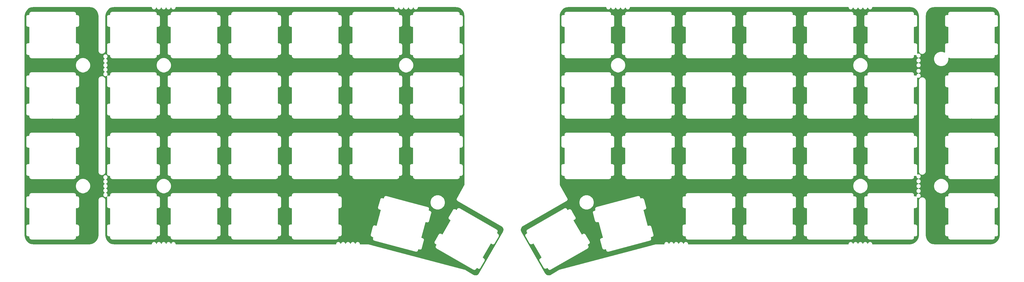
<source format=gtl>
G04 #@! TF.GenerationSoftware,KiCad,Pcbnew,(5.1.4-0-10_14)*
G04 #@! TF.CreationDate,2020-08-09T17:10:10-05:00*
G04 #@! TF.ProjectId,Dori_top_plate,446f7269-5f74-46f7-905f-706c6174652e,rev?*
G04 #@! TF.SameCoordinates,Original*
G04 #@! TF.FileFunction,Copper,L1,Top*
G04 #@! TF.FilePolarity,Positive*
%FSLAX46Y46*%
G04 Gerber Fmt 4.6, Leading zero omitted, Abs format (unit mm)*
G04 Created by KiCad (PCBNEW (5.1.4-0-10_14)) date 2020-08-09 17:10:10*
%MOMM*%
%LPD*%
G04 APERTURE LIST*
%ADD10C,0.500000*%
%ADD11C,0.254000*%
G04 APERTURE END LIST*
D10*
X100806250Y-78978125D03*
X389731250Y-78978125D03*
D11*
G36*
X350981250Y-43732778D02*
G01*
X351011109Y-43882893D01*
X351069681Y-44024298D01*
X351154714Y-44151559D01*
X351262941Y-44259786D01*
X351390202Y-44344819D01*
X351531607Y-44403391D01*
X351681722Y-44433250D01*
X351834778Y-44433250D01*
X351984893Y-44403391D01*
X352126298Y-44344819D01*
X352253559Y-44259786D01*
X352361786Y-44151559D01*
X352446819Y-44024298D01*
X352505391Y-43882893D01*
X352520250Y-43808190D01*
X352535109Y-43882893D01*
X352593681Y-44024298D01*
X352678714Y-44151559D01*
X352786941Y-44259786D01*
X352914202Y-44344819D01*
X353055607Y-44403391D01*
X353205722Y-44433250D01*
X353358778Y-44433250D01*
X353508893Y-44403391D01*
X353650298Y-44344819D01*
X353777559Y-44259786D01*
X353885786Y-44151559D01*
X353970819Y-44024298D01*
X354029391Y-43882893D01*
X354044250Y-43808190D01*
X354059109Y-43882893D01*
X354117681Y-44024298D01*
X354202714Y-44151559D01*
X354310941Y-44259786D01*
X354438202Y-44344819D01*
X354579607Y-44403391D01*
X354729722Y-44433250D01*
X354882778Y-44433250D01*
X355032893Y-44403391D01*
X355174298Y-44344819D01*
X355301559Y-44259786D01*
X355409786Y-44151559D01*
X355494819Y-44024298D01*
X355553391Y-43882893D01*
X355568250Y-43808190D01*
X355583109Y-43882893D01*
X355641681Y-44024298D01*
X355726714Y-44151559D01*
X355834941Y-44259786D01*
X355962202Y-44344819D01*
X356103607Y-44403391D01*
X356253722Y-44433250D01*
X356406778Y-44433250D01*
X356556893Y-44403391D01*
X356698298Y-44344819D01*
X356825559Y-44259786D01*
X356933786Y-44151559D01*
X357018819Y-44024298D01*
X357077391Y-43882893D01*
X357092250Y-43808190D01*
X357107109Y-43882893D01*
X357165681Y-44024298D01*
X357250714Y-44151559D01*
X357358941Y-44259786D01*
X357486202Y-44344819D01*
X357627607Y-44403391D01*
X357777722Y-44433250D01*
X357930778Y-44433250D01*
X358080893Y-44403391D01*
X358222298Y-44344819D01*
X358349559Y-44259786D01*
X358457786Y-44151559D01*
X358542819Y-44024298D01*
X358601391Y-43882893D01*
X358631250Y-43732778D01*
X358631250Y-43649208D01*
X358735487Y-43659428D01*
X358755253Y-43661375D01*
X370264719Y-43661375D01*
X370822612Y-43716077D01*
X371340345Y-43872390D01*
X371817860Y-44126289D01*
X372236968Y-44468104D01*
X372581700Y-44884815D01*
X372838925Y-45360543D01*
X372998848Y-45877172D01*
X373057371Y-46433972D01*
X373057375Y-46435156D01*
X373057376Y-57296747D01*
X373059371Y-57317002D01*
X373059371Y-57327307D01*
X373059957Y-57332889D01*
X373077218Y-57486768D01*
X373084799Y-57522430D01*
X373091870Y-57558145D01*
X373093530Y-57563507D01*
X373140349Y-57711102D01*
X373154707Y-57744603D01*
X373168588Y-57778280D01*
X373171258Y-57783218D01*
X373245854Y-57918907D01*
X373266427Y-57948952D01*
X373286600Y-57979316D01*
X373290179Y-57983641D01*
X373389709Y-58102258D01*
X373415761Y-58127770D01*
X373441416Y-58153605D01*
X373445760Y-58157147D01*
X373445764Y-58157151D01*
X373445766Y-58157152D01*
X373566441Y-58254177D01*
X373596939Y-58274134D01*
X373627135Y-58294502D01*
X373632086Y-58297134D01*
X373632090Y-58297137D01*
X373632094Y-58297139D01*
X373769314Y-58368875D01*
X373803076Y-58382516D01*
X373836682Y-58396643D01*
X373842056Y-58398265D01*
X373990599Y-58441984D01*
X374026402Y-58448814D01*
X374062080Y-58456138D01*
X374067664Y-58456685D01*
X374067666Y-58456685D01*
X374221872Y-58470719D01*
X374258269Y-58470465D01*
X374294742Y-58470720D01*
X374300329Y-58470172D01*
X374454323Y-58453986D01*
X374490029Y-58446656D01*
X374525802Y-58439833D01*
X374531174Y-58438211D01*
X374531180Y-58438209D01*
X374679094Y-58392422D01*
X374712659Y-58378313D01*
X374746464Y-58364655D01*
X374751420Y-58362019D01*
X374887628Y-58288372D01*
X374917832Y-58267999D01*
X374948324Y-58248046D01*
X374952674Y-58244498D01*
X375071982Y-58145797D01*
X375097661Y-58119938D01*
X375123685Y-58094454D01*
X375127263Y-58090129D01*
X375225129Y-57970133D01*
X375245280Y-57939804D01*
X375265878Y-57909722D01*
X375268544Y-57904789D01*
X375268547Y-57904785D01*
X375268549Y-57904781D01*
X375341241Y-57768066D01*
X375355123Y-57734387D01*
X375369479Y-57700892D01*
X375371136Y-57695536D01*
X375371139Y-57695529D01*
X375371140Y-57695522D01*
X375415893Y-57547295D01*
X375422968Y-57511566D01*
X375430546Y-57475915D01*
X375431132Y-57470332D01*
X375446242Y-57316228D01*
X375446242Y-57316223D01*
X375448159Y-57296773D01*
X375448873Y-46454048D01*
X375503577Y-45896138D01*
X375659890Y-45378405D01*
X375913789Y-44900890D01*
X376255604Y-44481782D01*
X376672315Y-44137050D01*
X377148043Y-43879825D01*
X377664672Y-43719902D01*
X378221472Y-43661379D01*
X378222695Y-43661375D01*
X395664719Y-43661375D01*
X396222612Y-43716077D01*
X396740345Y-43872390D01*
X397217860Y-44126289D01*
X397636968Y-44468104D01*
X397981700Y-44884815D01*
X398238925Y-45360543D01*
X398398848Y-45877172D01*
X398457371Y-46433972D01*
X398457376Y-46435483D01*
X398457375Y-115470969D01*
X398402673Y-116028862D01*
X398246360Y-116546595D01*
X397992460Y-117024112D01*
X397650644Y-117443221D01*
X397233937Y-117787949D01*
X396758211Y-118045174D01*
X396241578Y-118205098D01*
X395684778Y-118263621D01*
X395683555Y-118263625D01*
X378241531Y-118263625D01*
X377683638Y-118208923D01*
X377165905Y-118052610D01*
X376688388Y-117798710D01*
X376269279Y-117456894D01*
X375924551Y-117040187D01*
X375667326Y-116564461D01*
X375507402Y-116047828D01*
X375448879Y-115491028D01*
X375448875Y-115489713D01*
X375448875Y-104628253D01*
X375446879Y-104607988D01*
X375446879Y-104597693D01*
X375446292Y-104592111D01*
X375429032Y-104438232D01*
X375421448Y-104402556D01*
X375414380Y-104366856D01*
X375412720Y-104361494D01*
X375365901Y-104213898D01*
X375351543Y-104180397D01*
X375337662Y-104146720D01*
X375334992Y-104141782D01*
X375260395Y-104006092D01*
X375239800Y-103976014D01*
X375219649Y-103945684D01*
X375216071Y-103941359D01*
X375216070Y-103941357D01*
X375216066Y-103941353D01*
X375116540Y-103822742D01*
X375090508Y-103797249D01*
X375064835Y-103771396D01*
X375060485Y-103767848D01*
X374996649Y-103716523D01*
X381304250Y-103716523D01*
X381304251Y-106358478D01*
X381306027Y-106376515D01*
X381306015Y-106378293D01*
X381306596Y-106384227D01*
X381309630Y-106413092D01*
X381310429Y-106421207D01*
X381310511Y-106421478D01*
X381312716Y-106442456D01*
X381320508Y-106480416D01*
X381327751Y-106518384D01*
X381329473Y-106524091D01*
X381346788Y-106580024D01*
X381361788Y-106615707D01*
X381376284Y-106651585D01*
X381379082Y-106656849D01*
X381406931Y-106708352D01*
X381428561Y-106740419D01*
X381449763Y-106772819D01*
X381453531Y-106777439D01*
X381490852Y-106822552D01*
X381518320Y-106849829D01*
X381545391Y-106877473D01*
X381549979Y-106881268D01*
X381549984Y-106881273D01*
X381549989Y-106881277D01*
X381595358Y-106918279D01*
X381627633Y-106939723D01*
X381659520Y-106961556D01*
X381664764Y-106964392D01*
X381664770Y-106964396D01*
X381664777Y-106964399D01*
X381716461Y-106991881D01*
X381752264Y-107006638D01*
X381787816Y-107021876D01*
X381793511Y-107023639D01*
X381849562Y-107040562D01*
X381887549Y-107048084D01*
X381925386Y-107056126D01*
X381931306Y-107056748D01*
X381931311Y-107056749D01*
X381931315Y-107056749D01*
X381988240Y-107062330D01*
X382010272Y-107064500D01*
X382304250Y-107064500D01*
X382304251Y-112010500D01*
X381910272Y-112010500D01*
X381892291Y-112012271D01*
X381891156Y-112012263D01*
X381885222Y-112012844D01*
X381866608Y-112014800D01*
X381847543Y-112016678D01*
X381846907Y-112016871D01*
X381846402Y-112016924D01*
X381808508Y-112024702D01*
X381770477Y-112031957D01*
X381764770Y-112033680D01*
X381727482Y-112045222D01*
X381691790Y-112060226D01*
X381655924Y-112074716D01*
X381650659Y-112077515D01*
X381616323Y-112096080D01*
X381584233Y-112117725D01*
X381551846Y-112138919D01*
X381547237Y-112142678D01*
X381547234Y-112142680D01*
X381547232Y-112142683D01*
X381547226Y-112142687D01*
X381517151Y-112167568D01*
X381489873Y-112195038D01*
X381462232Y-112222106D01*
X381458432Y-112226700D01*
X381433762Y-112256949D01*
X381412329Y-112289209D01*
X381390484Y-112321112D01*
X381387648Y-112326356D01*
X381369323Y-112360820D01*
X381354564Y-112396627D01*
X381339330Y-112432172D01*
X381337566Y-112437867D01*
X381326284Y-112475234D01*
X381318762Y-112513224D01*
X381310720Y-112551056D01*
X381310435Y-112553772D01*
X381310428Y-112553794D01*
X381310364Y-112554447D01*
X381310097Y-112556985D01*
X381306360Y-112595102D01*
X381304250Y-112616523D01*
X381304251Y-115258478D01*
X381306027Y-115276515D01*
X381306015Y-115278293D01*
X381306596Y-115284227D01*
X381309630Y-115313092D01*
X381310429Y-115321207D01*
X381310511Y-115321478D01*
X381312716Y-115342456D01*
X381320508Y-115380416D01*
X381327751Y-115418384D01*
X381329473Y-115424091D01*
X381346788Y-115480024D01*
X381361788Y-115515707D01*
X381376284Y-115551585D01*
X381379082Y-115556849D01*
X381406931Y-115608352D01*
X381428561Y-115640419D01*
X381449763Y-115672819D01*
X381453531Y-115677439D01*
X381490852Y-115722552D01*
X381518320Y-115749829D01*
X381545391Y-115777473D01*
X381549979Y-115781268D01*
X381549984Y-115781273D01*
X381549989Y-115781277D01*
X381595358Y-115818279D01*
X381627633Y-115839723D01*
X381659520Y-115861556D01*
X381664764Y-115864392D01*
X381664770Y-115864396D01*
X381664777Y-115864399D01*
X381716461Y-115891881D01*
X381752264Y-115906638D01*
X381787816Y-115921876D01*
X381793511Y-115923639D01*
X381849562Y-115940562D01*
X381887549Y-115948084D01*
X381925386Y-115956126D01*
X381931306Y-115956748D01*
X381931311Y-115956749D01*
X381931315Y-115956749D01*
X381988240Y-115962330D01*
X382010272Y-115964500D01*
X382304250Y-115964500D01*
X382304250Y-116258477D01*
X382306027Y-116276523D01*
X382306015Y-116278293D01*
X382306596Y-116284227D01*
X382309615Y-116312956D01*
X382310428Y-116321206D01*
X382310512Y-116321481D01*
X382312716Y-116342456D01*
X382320508Y-116380416D01*
X382327751Y-116418384D01*
X382329473Y-116424091D01*
X382346788Y-116480024D01*
X382361788Y-116515707D01*
X382376284Y-116551585D01*
X382379082Y-116556849D01*
X382406931Y-116608352D01*
X382428561Y-116640419D01*
X382449763Y-116672819D01*
X382453531Y-116677439D01*
X382490852Y-116722552D01*
X382518320Y-116749829D01*
X382545391Y-116777473D01*
X382549979Y-116781268D01*
X382549984Y-116781273D01*
X382549989Y-116781277D01*
X382595358Y-116818279D01*
X382627633Y-116839723D01*
X382659520Y-116861556D01*
X382664764Y-116864392D01*
X382664770Y-116864396D01*
X382664777Y-116864399D01*
X382716461Y-116891881D01*
X382752264Y-116906638D01*
X382787816Y-116921876D01*
X382793511Y-116923639D01*
X382849562Y-116940562D01*
X382887549Y-116948084D01*
X382925386Y-116956126D01*
X382931306Y-116956748D01*
X382931311Y-116956749D01*
X382931315Y-116956749D01*
X382988240Y-116962330D01*
X383010272Y-116964500D01*
X396452228Y-116964500D01*
X396470274Y-116962723D01*
X396472043Y-116962735D01*
X396477977Y-116962154D01*
X396506691Y-116959136D01*
X396514957Y-116958322D01*
X396515233Y-116958238D01*
X396536206Y-116956034D01*
X396574166Y-116948242D01*
X396612134Y-116940999D01*
X396617841Y-116939277D01*
X396673774Y-116921962D01*
X396709457Y-116906962D01*
X396745335Y-116892466D01*
X396750599Y-116889668D01*
X396802102Y-116861819D01*
X396834169Y-116840189D01*
X396866569Y-116818987D01*
X396871189Y-116815219D01*
X396916302Y-116777898D01*
X396943579Y-116750430D01*
X396971223Y-116723359D01*
X396975021Y-116718768D01*
X396975023Y-116718766D01*
X396975027Y-116718761D01*
X397012029Y-116673392D01*
X397033473Y-116641117D01*
X397055306Y-116609230D01*
X397058142Y-116603986D01*
X397058146Y-116603980D01*
X397058149Y-116603973D01*
X397085631Y-116552289D01*
X397100388Y-116516486D01*
X397115626Y-116480934D01*
X397117389Y-116475239D01*
X397134312Y-116419188D01*
X397141834Y-116381201D01*
X397149876Y-116343364D01*
X397150498Y-116337444D01*
X397150499Y-116337439D01*
X397150499Y-116337435D01*
X397156121Y-116280096D01*
X397158250Y-116258478D01*
X397158250Y-115964500D01*
X397552228Y-115964500D01*
X397570209Y-115962729D01*
X397571344Y-115962737D01*
X397577278Y-115962156D01*
X397595892Y-115960200D01*
X397614957Y-115958322D01*
X397615593Y-115958129D01*
X397616098Y-115958076D01*
X397653986Y-115950299D01*
X397692023Y-115943043D01*
X397697731Y-115941320D01*
X397735018Y-115929778D01*
X397770741Y-115914761D01*
X397806577Y-115900283D01*
X397811841Y-115897485D01*
X397846177Y-115878920D01*
X397878267Y-115857275D01*
X397910654Y-115836081D01*
X397915263Y-115832322D01*
X397915266Y-115832320D01*
X397915268Y-115832317D01*
X397915274Y-115832313D01*
X397945349Y-115807432D01*
X397972630Y-115779960D01*
X398000267Y-115752894D01*
X398004068Y-115748300D01*
X398028738Y-115718052D01*
X398050168Y-115685797D01*
X398072016Y-115653888D01*
X398074852Y-115648644D01*
X398093177Y-115614180D01*
X398107936Y-115578373D01*
X398123170Y-115542828D01*
X398124934Y-115537133D01*
X398136216Y-115499766D01*
X398143744Y-115461747D01*
X398151779Y-115423945D01*
X398152065Y-115421232D01*
X398152072Y-115421207D01*
X398152143Y-115420482D01*
X398152403Y-115418015D01*
X398156212Y-115379168D01*
X398158250Y-115358478D01*
X398158250Y-112716522D01*
X398156473Y-112698476D01*
X398156485Y-112696707D01*
X398155904Y-112690773D01*
X398152886Y-112662059D01*
X398152072Y-112653793D01*
X398151988Y-112653517D01*
X398149784Y-112632544D01*
X398142006Y-112594652D01*
X398134750Y-112556617D01*
X398133027Y-112550909D01*
X398115713Y-112494977D01*
X398100701Y-112459265D01*
X398086217Y-112423416D01*
X398083418Y-112418151D01*
X398055570Y-112366648D01*
X398033907Y-112334531D01*
X398012737Y-112302181D01*
X398008969Y-112297560D01*
X397971648Y-112252448D01*
X397944196Y-112225187D01*
X397917109Y-112197527D01*
X397912515Y-112193727D01*
X397867142Y-112156722D01*
X397834893Y-112135295D01*
X397802980Y-112113444D01*
X397797736Y-112110608D01*
X397797730Y-112110604D01*
X397797723Y-112110601D01*
X397746040Y-112083120D01*
X397710255Y-112068370D01*
X397674684Y-112053124D01*
X397668989Y-112051361D01*
X397612938Y-112034438D01*
X397574944Y-112026915D01*
X397537114Y-112018874D01*
X397531195Y-112018252D01*
X397531189Y-112018251D01*
X397531184Y-112018251D01*
X397474265Y-112012670D01*
X397452228Y-112010500D01*
X397158250Y-112010500D01*
X397158250Y-107064500D01*
X397552228Y-107064500D01*
X397570209Y-107062729D01*
X397571344Y-107062737D01*
X397577278Y-107062156D01*
X397595892Y-107060200D01*
X397614957Y-107058322D01*
X397615593Y-107058129D01*
X397616098Y-107058076D01*
X397653986Y-107050299D01*
X397692023Y-107043043D01*
X397697731Y-107041320D01*
X397735018Y-107029778D01*
X397770741Y-107014761D01*
X397806577Y-107000283D01*
X397811841Y-106997485D01*
X397846177Y-106978920D01*
X397878267Y-106957275D01*
X397910654Y-106936081D01*
X397915263Y-106932322D01*
X397915266Y-106932320D01*
X397915268Y-106932317D01*
X397915274Y-106932313D01*
X397945349Y-106907432D01*
X397972630Y-106879960D01*
X398000267Y-106852894D01*
X398004068Y-106848300D01*
X398028738Y-106818052D01*
X398050168Y-106785797D01*
X398072016Y-106753888D01*
X398074852Y-106748644D01*
X398093177Y-106714180D01*
X398107936Y-106678373D01*
X398123170Y-106642828D01*
X398124934Y-106637133D01*
X398136216Y-106599766D01*
X398143744Y-106561747D01*
X398151779Y-106523945D01*
X398152065Y-106521232D01*
X398152072Y-106521207D01*
X398152143Y-106520482D01*
X398152403Y-106518015D01*
X398156212Y-106479168D01*
X398158250Y-106458478D01*
X398158250Y-103816522D01*
X398156473Y-103798476D01*
X398156485Y-103796707D01*
X398155904Y-103790773D01*
X398152886Y-103762059D01*
X398152072Y-103753793D01*
X398151988Y-103753517D01*
X398149784Y-103732544D01*
X398142006Y-103694652D01*
X398134750Y-103656617D01*
X398133027Y-103650909D01*
X398115713Y-103594977D01*
X398100701Y-103559265D01*
X398086217Y-103523416D01*
X398083418Y-103518151D01*
X398055570Y-103466648D01*
X398033907Y-103434531D01*
X398012737Y-103402181D01*
X398008969Y-103397560D01*
X397971648Y-103352448D01*
X397944196Y-103325187D01*
X397917109Y-103297527D01*
X397912515Y-103293727D01*
X397867142Y-103256722D01*
X397834893Y-103235295D01*
X397802980Y-103213444D01*
X397797736Y-103210608D01*
X397797730Y-103210604D01*
X397797723Y-103210601D01*
X397746040Y-103183120D01*
X397710255Y-103168370D01*
X397674684Y-103153124D01*
X397668989Y-103151361D01*
X397612938Y-103134438D01*
X397574944Y-103126915D01*
X397537114Y-103118874D01*
X397531195Y-103118252D01*
X397531189Y-103118251D01*
X397531184Y-103118251D01*
X397474265Y-103112670D01*
X397452228Y-103110500D01*
X397158250Y-103110500D01*
X397158250Y-102816522D01*
X397156473Y-102798476D01*
X397156485Y-102796707D01*
X397155904Y-102790773D01*
X397152886Y-102762059D01*
X397152072Y-102753793D01*
X397151988Y-102753517D01*
X397149784Y-102732544D01*
X397142006Y-102694652D01*
X397134750Y-102656617D01*
X397133027Y-102650909D01*
X397115713Y-102594977D01*
X397100701Y-102559265D01*
X397086217Y-102523416D01*
X397083418Y-102518151D01*
X397055570Y-102466648D01*
X397033907Y-102434531D01*
X397012737Y-102402181D01*
X397008969Y-102397560D01*
X396971648Y-102352448D01*
X396944196Y-102325187D01*
X396917109Y-102297527D01*
X396912515Y-102293727D01*
X396867142Y-102256722D01*
X396834893Y-102235295D01*
X396802980Y-102213444D01*
X396797736Y-102210608D01*
X396797730Y-102210604D01*
X396797723Y-102210601D01*
X396746040Y-102183120D01*
X396710255Y-102168370D01*
X396674684Y-102153124D01*
X396668989Y-102151361D01*
X396612938Y-102134438D01*
X396574944Y-102126915D01*
X396537114Y-102118874D01*
X396531195Y-102118252D01*
X396531189Y-102118251D01*
X396531184Y-102118251D01*
X396474265Y-102112670D01*
X396452228Y-102110500D01*
X383010272Y-102110500D01*
X382992226Y-102112277D01*
X382990457Y-102112265D01*
X382984523Y-102112846D01*
X382955809Y-102115864D01*
X382947543Y-102116678D01*
X382947267Y-102116762D01*
X382926294Y-102118966D01*
X382888402Y-102126744D01*
X382850367Y-102134000D01*
X382844659Y-102135723D01*
X382788727Y-102153037D01*
X382753015Y-102168049D01*
X382717166Y-102182533D01*
X382711901Y-102185332D01*
X382660398Y-102213180D01*
X382628281Y-102234843D01*
X382595931Y-102256013D01*
X382591310Y-102259781D01*
X382546198Y-102297102D01*
X382518937Y-102324554D01*
X382491277Y-102351641D01*
X382487477Y-102356235D01*
X382450472Y-102401608D01*
X382429045Y-102433857D01*
X382407194Y-102465770D01*
X382404358Y-102471014D01*
X382404354Y-102471020D01*
X382404351Y-102471027D01*
X382376870Y-102522710D01*
X382362120Y-102558495D01*
X382346874Y-102594066D01*
X382345111Y-102599761D01*
X382328188Y-102655812D01*
X382320665Y-102693806D01*
X382312624Y-102731636D01*
X382312002Y-102737555D01*
X382312001Y-102737561D01*
X382312001Y-102737566D01*
X382306382Y-102794875D01*
X382304250Y-102816522D01*
X382304250Y-103110500D01*
X381910272Y-103110500D01*
X381892291Y-103112271D01*
X381891156Y-103112263D01*
X381885222Y-103112844D01*
X381866608Y-103114800D01*
X381847543Y-103116678D01*
X381846907Y-103116871D01*
X381846402Y-103116924D01*
X381808508Y-103124702D01*
X381770477Y-103131957D01*
X381764770Y-103133680D01*
X381727482Y-103145222D01*
X381691790Y-103160226D01*
X381655924Y-103174716D01*
X381650659Y-103177515D01*
X381616323Y-103196080D01*
X381584233Y-103217725D01*
X381551846Y-103238919D01*
X381547237Y-103242678D01*
X381547234Y-103242680D01*
X381547232Y-103242683D01*
X381547226Y-103242687D01*
X381517151Y-103267568D01*
X381489873Y-103295038D01*
X381462232Y-103322106D01*
X381458432Y-103326700D01*
X381433762Y-103356949D01*
X381412329Y-103389209D01*
X381390484Y-103421112D01*
X381387648Y-103426356D01*
X381369323Y-103460820D01*
X381354564Y-103496627D01*
X381339330Y-103532172D01*
X381337566Y-103537867D01*
X381326284Y-103575234D01*
X381318762Y-103613224D01*
X381310720Y-103651056D01*
X381310435Y-103653772D01*
X381310428Y-103653794D01*
X381310364Y-103654447D01*
X381310097Y-103656985D01*
X381306393Y-103694759D01*
X381304250Y-103716523D01*
X374996649Y-103716523D01*
X374939809Y-103670823D01*
X374909311Y-103650866D01*
X374879115Y-103630498D01*
X374874159Y-103627862D01*
X374736936Y-103556125D01*
X374703186Y-103542489D01*
X374669568Y-103528357D01*
X374664194Y-103526735D01*
X374515651Y-103483016D01*
X374479880Y-103476192D01*
X374444170Y-103468862D01*
X374438583Y-103468314D01*
X374284378Y-103454281D01*
X374247981Y-103454535D01*
X374211507Y-103454280D01*
X374205921Y-103454828D01*
X374051926Y-103471014D01*
X374016207Y-103478346D01*
X373980448Y-103485167D01*
X373975078Y-103486789D01*
X373975072Y-103486790D01*
X373975066Y-103486792D01*
X373827156Y-103532578D01*
X373793572Y-103546695D01*
X373759785Y-103560346D01*
X373754829Y-103562981D01*
X373618622Y-103636628D01*
X373588440Y-103656986D01*
X373557926Y-103676954D01*
X373553576Y-103680502D01*
X373434268Y-103779203D01*
X373408589Y-103805062D01*
X373382565Y-103830546D01*
X373378987Y-103834871D01*
X373281121Y-103954866D01*
X373260946Y-103985232D01*
X373240373Y-104015278D01*
X373237703Y-104020216D01*
X373165009Y-104156934D01*
X373151133Y-104190599D01*
X373136771Y-104224107D01*
X373135114Y-104229464D01*
X373135111Y-104229471D01*
X373135110Y-104229478D01*
X373090357Y-104377705D01*
X373083282Y-104413434D01*
X373075704Y-104449085D01*
X373075118Y-104454668D01*
X373064221Y-104565805D01*
X373063193Y-104569194D01*
X373057376Y-104628253D01*
X373057375Y-115470969D01*
X373002673Y-116028862D01*
X372846360Y-116546595D01*
X372592460Y-117024112D01*
X372250644Y-117443221D01*
X371833937Y-117787949D01*
X371358211Y-118045174D01*
X370841578Y-118205098D01*
X370284778Y-118263621D01*
X370283555Y-118263625D01*
X358755253Y-118263625D01*
X358737920Y-118265332D01*
X358733025Y-118265298D01*
X358727439Y-118265846D01*
X358631250Y-118275956D01*
X358631250Y-118192222D01*
X358601391Y-118042107D01*
X358542819Y-117900702D01*
X358457786Y-117773441D01*
X358349559Y-117665214D01*
X358222298Y-117580181D01*
X358080893Y-117521609D01*
X357930778Y-117491750D01*
X357777722Y-117491750D01*
X357627607Y-117521609D01*
X357486202Y-117580181D01*
X357358941Y-117665214D01*
X357250714Y-117773441D01*
X357165681Y-117900702D01*
X357107109Y-118042107D01*
X357092250Y-118116810D01*
X357077391Y-118042107D01*
X357018819Y-117900702D01*
X356933786Y-117773441D01*
X356825559Y-117665214D01*
X356698298Y-117580181D01*
X356556893Y-117521609D01*
X356406778Y-117491750D01*
X356253722Y-117491750D01*
X356103607Y-117521609D01*
X355962202Y-117580181D01*
X355834941Y-117665214D01*
X355726714Y-117773441D01*
X355641681Y-117900702D01*
X355583109Y-118042107D01*
X355568250Y-118116810D01*
X355553391Y-118042107D01*
X355494819Y-117900702D01*
X355409786Y-117773441D01*
X355301559Y-117665214D01*
X355174298Y-117580181D01*
X355032893Y-117521609D01*
X354882778Y-117491750D01*
X354729722Y-117491750D01*
X354579607Y-117521609D01*
X354438202Y-117580181D01*
X354310941Y-117665214D01*
X354202714Y-117773441D01*
X354117681Y-117900702D01*
X354059109Y-118042107D01*
X354044250Y-118116810D01*
X354029391Y-118042107D01*
X353970819Y-117900702D01*
X353885786Y-117773441D01*
X353777559Y-117665214D01*
X353650298Y-117580181D01*
X353508893Y-117521609D01*
X353358778Y-117491750D01*
X353205722Y-117491750D01*
X353055607Y-117521609D01*
X352914202Y-117580181D01*
X352786941Y-117665214D01*
X352678714Y-117773441D01*
X352593681Y-117900702D01*
X352535109Y-118042107D01*
X352520250Y-118116810D01*
X352505391Y-118042107D01*
X352446819Y-117900702D01*
X352361786Y-117773441D01*
X352253559Y-117665214D01*
X352126298Y-117580181D01*
X351984893Y-117521609D01*
X351834778Y-117491750D01*
X351681722Y-117491750D01*
X351531607Y-117521609D01*
X351390202Y-117580181D01*
X351262941Y-117665214D01*
X351154714Y-117773441D01*
X351069681Y-117900702D01*
X351011109Y-118042107D01*
X350981250Y-118192222D01*
X350981250Y-118275793D01*
X350877013Y-118265572D01*
X350857247Y-118263625D01*
X300811503Y-118263625D01*
X300794170Y-118265332D01*
X300789275Y-118265298D01*
X300783689Y-118265846D01*
X300687500Y-118275956D01*
X300687500Y-118192222D01*
X300657641Y-118042107D01*
X300599069Y-117900702D01*
X300514036Y-117773441D01*
X300405809Y-117665214D01*
X300278548Y-117580181D01*
X300137143Y-117521609D01*
X299987028Y-117491750D01*
X299833972Y-117491750D01*
X299683857Y-117521609D01*
X299542452Y-117580181D01*
X299415191Y-117665214D01*
X299306964Y-117773441D01*
X299221931Y-117900702D01*
X299163359Y-118042107D01*
X299148500Y-118116810D01*
X299133641Y-118042107D01*
X299075069Y-117900702D01*
X298990036Y-117773441D01*
X298881809Y-117665214D01*
X298754548Y-117580181D01*
X298613143Y-117521609D01*
X298463028Y-117491750D01*
X298309972Y-117491750D01*
X298159857Y-117521609D01*
X298018452Y-117580181D01*
X297891191Y-117665214D01*
X297782964Y-117773441D01*
X297697931Y-117900702D01*
X297639359Y-118042107D01*
X297624500Y-118116810D01*
X297609641Y-118042107D01*
X297551069Y-117900702D01*
X297466036Y-117773441D01*
X297357809Y-117665214D01*
X297230548Y-117580181D01*
X297089143Y-117521609D01*
X296939028Y-117491750D01*
X296785972Y-117491750D01*
X296635857Y-117521609D01*
X296494452Y-117580181D01*
X296367191Y-117665214D01*
X296258964Y-117773441D01*
X296173931Y-117900702D01*
X296115359Y-118042107D01*
X296100500Y-118116810D01*
X296085641Y-118042107D01*
X296027069Y-117900702D01*
X295942036Y-117773441D01*
X295833809Y-117665214D01*
X295706548Y-117580181D01*
X295565143Y-117521609D01*
X295415028Y-117491750D01*
X295261972Y-117491750D01*
X295111857Y-117521609D01*
X294970452Y-117580181D01*
X294843191Y-117665214D01*
X294734964Y-117773441D01*
X294649931Y-117900702D01*
X294591359Y-118042107D01*
X294576500Y-118116810D01*
X294561641Y-118042107D01*
X294503069Y-117900702D01*
X294418036Y-117773441D01*
X294309809Y-117665214D01*
X294182548Y-117580181D01*
X294041143Y-117521609D01*
X293891028Y-117491750D01*
X293737972Y-117491750D01*
X293587857Y-117521609D01*
X293446452Y-117580181D01*
X293319191Y-117665214D01*
X293210964Y-117773441D01*
X293125931Y-117900702D01*
X293067359Y-118042107D01*
X293037500Y-118192222D01*
X293037500Y-118275793D01*
X292932979Y-118265544D01*
X292932978Y-118265544D01*
X292913867Y-118263644D01*
X290520138Y-118261438D01*
X290487858Y-118260239D01*
X290461069Y-118264541D01*
X290434060Y-118267176D01*
X290403128Y-118276527D01*
X260251211Y-126213436D01*
X260216296Y-126221950D01*
X260194972Y-126231872D01*
X260172939Y-126240055D01*
X260142380Y-126258871D01*
X257374390Y-127894502D01*
X257149283Y-127990104D01*
X256922450Y-128037534D01*
X256690733Y-128040003D01*
X256462945Y-127997417D01*
X256247761Y-127911396D01*
X256053393Y-127785222D01*
X255877274Y-127614017D01*
X255854357Y-127585247D01*
X248942538Y-115554685D01*
X249274741Y-115554685D01*
X249274907Y-115560645D01*
X249276269Y-115599654D01*
X249281394Y-115638066D01*
X249285970Y-115676443D01*
X249287290Y-115682257D01*
X249296203Y-115720259D01*
X249308677Y-115756901D01*
X249320636Y-115793706D01*
X249321746Y-115796199D01*
X249321751Y-115796221D01*
X249322019Y-115796812D01*
X249323061Y-115799153D01*
X249339186Y-115834700D01*
X249347766Y-115853635D01*
X250668743Y-118141636D01*
X250679304Y-118156375D01*
X250680177Y-118157911D01*
X250683648Y-118162759D01*
X250700530Y-118185996D01*
X250705457Y-118192872D01*
X250705671Y-118193072D01*
X250718062Y-118210128D01*
X250743792Y-118239109D01*
X250769049Y-118268369D01*
X250773386Y-118272443D01*
X250773390Y-118272447D01*
X250773394Y-118272450D01*
X250773395Y-118272451D01*
X250816355Y-118312232D01*
X250847186Y-118335634D01*
X250877677Y-118359456D01*
X250882729Y-118362613D01*
X250882735Y-118362617D01*
X250882741Y-118362620D01*
X250932601Y-118393294D01*
X250967376Y-118410255D01*
X251001929Y-118427709D01*
X251007502Y-118429826D01*
X251062380Y-118450235D01*
X251099816Y-118460126D01*
X251137072Y-118470528D01*
X251142951Y-118471523D01*
X251200747Y-118480884D01*
X251239376Y-118483314D01*
X251277964Y-118486283D01*
X251283924Y-118486117D01*
X251342438Y-118484073D01*
X251380818Y-118478951D01*
X251419223Y-118474372D01*
X251425037Y-118473051D01*
X251425040Y-118473050D01*
X251425042Y-118473050D01*
X251425044Y-118473049D01*
X251482040Y-118459681D01*
X251518676Y-118447209D01*
X251555483Y-118435250D01*
X251560926Y-118432826D01*
X251560930Y-118432825D01*
X251560934Y-118432823D01*
X251613751Y-118408864D01*
X251633186Y-118400058D01*
X251887780Y-118253068D01*
X254360780Y-122536432D01*
X254019585Y-122733421D01*
X254004913Y-122743935D01*
X254003907Y-122744506D01*
X253999059Y-122747977D01*
X253983810Y-122759056D01*
X253968349Y-122770135D01*
X253967897Y-122770618D01*
X253967481Y-122770920D01*
X253938531Y-122796623D01*
X253909246Y-122821902D01*
X253905164Y-122826248D01*
X253878644Y-122854887D01*
X253855245Y-122885714D01*
X253831418Y-122916211D01*
X253828258Y-122921267D01*
X253807805Y-122954514D01*
X253790816Y-122989346D01*
X253773392Y-123023840D01*
X253771274Y-123029413D01*
X253757668Y-123065998D01*
X253747778Y-123103429D01*
X253737373Y-123140699D01*
X253736381Y-123146564D01*
X253736380Y-123146569D01*
X253736380Y-123146574D01*
X253736379Y-123146578D01*
X253730139Y-123185109D01*
X253727708Y-123223760D01*
X253724741Y-123262311D01*
X253724907Y-123268271D01*
X253726269Y-123307280D01*
X253731394Y-123345692D01*
X253735970Y-123384069D01*
X253737290Y-123389883D01*
X253746203Y-123427885D01*
X253758677Y-123464527D01*
X253770636Y-123501332D01*
X253771746Y-123503825D01*
X253771751Y-123503847D01*
X253772019Y-123504438D01*
X253773061Y-123506779D01*
X253789186Y-123542326D01*
X253797766Y-123561261D01*
X255118743Y-125849262D01*
X255129304Y-125864001D01*
X255130177Y-125865537D01*
X255133648Y-125870385D01*
X255150530Y-125893622D01*
X255155457Y-125900498D01*
X255155671Y-125900698D01*
X255168062Y-125917754D01*
X255193792Y-125946735D01*
X255219049Y-125975995D01*
X255223386Y-125980069D01*
X255223390Y-125980073D01*
X255223394Y-125980076D01*
X255223395Y-125980077D01*
X255266355Y-126019858D01*
X255297186Y-126043260D01*
X255327677Y-126067082D01*
X255332729Y-126070239D01*
X255332735Y-126070243D01*
X255332741Y-126070246D01*
X255382601Y-126100920D01*
X255417376Y-126117881D01*
X255451929Y-126135335D01*
X255457502Y-126137452D01*
X255512380Y-126157861D01*
X255549816Y-126167752D01*
X255587072Y-126178154D01*
X255592951Y-126179149D01*
X255650747Y-126188510D01*
X255689376Y-126190940D01*
X255727964Y-126193909D01*
X255733924Y-126193743D01*
X255792438Y-126191699D01*
X255830818Y-126186577D01*
X255869223Y-126181998D01*
X255875037Y-126180677D01*
X255875040Y-126180676D01*
X255875042Y-126180676D01*
X255875044Y-126180675D01*
X255932040Y-126167307D01*
X255968676Y-126154835D01*
X256005483Y-126142876D01*
X256010926Y-126140452D01*
X256010930Y-126140451D01*
X256010934Y-126140449D01*
X256063751Y-126116490D01*
X256083186Y-126107684D01*
X256337780Y-125960694D01*
X256484769Y-126215287D01*
X256495324Y-126230017D01*
X256496202Y-126231562D01*
X256499673Y-126236410D01*
X256516692Y-126259835D01*
X256521484Y-126266523D01*
X256521692Y-126266717D01*
X256534087Y-126283779D01*
X256559817Y-126312760D01*
X256585074Y-126342020D01*
X256589411Y-126346094D01*
X256589415Y-126346098D01*
X256589419Y-126346101D01*
X256589420Y-126346102D01*
X256632380Y-126385883D01*
X256663211Y-126409285D01*
X256693702Y-126433107D01*
X256698754Y-126436264D01*
X256698760Y-126436268D01*
X256698766Y-126436271D01*
X256748626Y-126466945D01*
X256783401Y-126483906D01*
X256817954Y-126501360D01*
X256823527Y-126503477D01*
X256878405Y-126523886D01*
X256915834Y-126533775D01*
X256953099Y-126544180D01*
X256958974Y-126545174D01*
X256958978Y-126545174D01*
X257016774Y-126554535D01*
X257055426Y-126556967D01*
X257093983Y-126559934D01*
X257099943Y-126559768D01*
X257099946Y-126559768D01*
X257158457Y-126557725D01*
X257196844Y-126552603D01*
X257235249Y-126548024D01*
X257241055Y-126546705D01*
X257241061Y-126546704D01*
X257241066Y-126546702D01*
X257298066Y-126533333D01*
X257334702Y-126520861D01*
X257371509Y-126508902D01*
X257376952Y-126506478D01*
X257376956Y-126506477D01*
X257376960Y-126506475D01*
X257430275Y-126482290D01*
X257430278Y-126482288D01*
X257449212Y-126473709D01*
X269090287Y-119752732D01*
X269105024Y-119742172D01*
X269106562Y-119741298D01*
X269111410Y-119737827D01*
X269134734Y-119720882D01*
X269141523Y-119716017D01*
X269141720Y-119715806D01*
X269158779Y-119703413D01*
X269187760Y-119677683D01*
X269217020Y-119652426D01*
X269221094Y-119648089D01*
X269221098Y-119648085D01*
X269221102Y-119648080D01*
X269260883Y-119605120D01*
X269284285Y-119574289D01*
X269308107Y-119543798D01*
X269311266Y-119538742D01*
X269311268Y-119538740D01*
X269311271Y-119538734D01*
X269341945Y-119488874D01*
X269358906Y-119454099D01*
X269376360Y-119419546D01*
X269378477Y-119413973D01*
X269398886Y-119359095D01*
X269408775Y-119321666D01*
X269419180Y-119284401D01*
X269420174Y-119278523D01*
X269429535Y-119220726D01*
X269431967Y-119182077D01*
X269434934Y-119143518D01*
X269434768Y-119137558D01*
X269432725Y-119079043D01*
X269427604Y-119040660D01*
X269423024Y-119002251D01*
X269421703Y-118996437D01*
X269408333Y-118939434D01*
X269395849Y-118902763D01*
X269383901Y-118865991D01*
X269381477Y-118860544D01*
X269357290Y-118807225D01*
X269348709Y-118788287D01*
X269201719Y-118533694D01*
X269542915Y-118336706D01*
X269557599Y-118326184D01*
X269558593Y-118325619D01*
X269563441Y-118322149D01*
X269578660Y-118311092D01*
X269594151Y-118299991D01*
X269594603Y-118299508D01*
X269595019Y-118299206D01*
X269623963Y-118273508D01*
X269653254Y-118248225D01*
X269657335Y-118243879D01*
X269683856Y-118215239D01*
X269707269Y-118184393D01*
X269731082Y-118153914D01*
X269734242Y-118148858D01*
X269754695Y-118115612D01*
X269771677Y-118080793D01*
X269789108Y-118046286D01*
X269791226Y-118040713D01*
X269804832Y-118004128D01*
X269814722Y-117966697D01*
X269825127Y-117929427D01*
X269826119Y-117923562D01*
X269826120Y-117923557D01*
X269826121Y-117923548D01*
X269832361Y-117885017D01*
X269834792Y-117846366D01*
X269837759Y-117807815D01*
X269837593Y-117801856D01*
X269836231Y-117762846D01*
X269831107Y-117724438D01*
X269826530Y-117686057D01*
X269825210Y-117680243D01*
X269816297Y-117642241D01*
X269803816Y-117605577D01*
X269791864Y-117568793D01*
X269790754Y-117566301D01*
X269790749Y-117566278D01*
X269790467Y-117565655D01*
X269789439Y-117563347D01*
X269773314Y-117527800D01*
X269764734Y-117508864D01*
X268443756Y-115220864D01*
X268433199Y-115206132D01*
X268432323Y-115204589D01*
X268428853Y-115199741D01*
X268411886Y-115176388D01*
X268407042Y-115169628D01*
X268406831Y-115169430D01*
X268394438Y-115152373D01*
X268368725Y-115123411D01*
X268343451Y-115094131D01*
X268339105Y-115090049D01*
X268296145Y-115050268D01*
X268265314Y-115026866D01*
X268234823Y-115003044D01*
X268229767Y-114999884D01*
X268179899Y-114969206D01*
X268145137Y-114952251D01*
X268110571Y-114934791D01*
X268104997Y-114932674D01*
X268050120Y-114912265D01*
X268012674Y-114902371D01*
X267975427Y-114891972D01*
X267969549Y-114890977D01*
X267911753Y-114881616D01*
X267873124Y-114879186D01*
X267834536Y-114876217D01*
X267828577Y-114876383D01*
X267770062Y-114878427D01*
X267731686Y-114883548D01*
X267693277Y-114888128D01*
X267687463Y-114889449D01*
X267630460Y-114902819D01*
X267593789Y-114915303D01*
X267557017Y-114927251D01*
X267551570Y-114929675D01*
X267498741Y-114953640D01*
X267479314Y-114962442D01*
X267224721Y-115109431D01*
X264751719Y-110826069D01*
X265092915Y-110629080D01*
X265107599Y-110618558D01*
X265108593Y-110617993D01*
X265113441Y-110614523D01*
X265128660Y-110603466D01*
X265144151Y-110592365D01*
X265144603Y-110591882D01*
X265145019Y-110591580D01*
X265173963Y-110565882D01*
X265203254Y-110540599D01*
X265207335Y-110536253D01*
X265233856Y-110507613D01*
X265257269Y-110476767D01*
X265281082Y-110446288D01*
X265284242Y-110441232D01*
X265304695Y-110407986D01*
X265321677Y-110373167D01*
X265339108Y-110338660D01*
X265341226Y-110333087D01*
X265354832Y-110296502D01*
X265364722Y-110259071D01*
X265375127Y-110221801D01*
X265376119Y-110215936D01*
X265376120Y-110215931D01*
X265376121Y-110215922D01*
X265382361Y-110177391D01*
X265384792Y-110138740D01*
X265387759Y-110100189D01*
X265387593Y-110094230D01*
X265386231Y-110055220D01*
X265381107Y-110016812D01*
X265376530Y-109978431D01*
X265375210Y-109972617D01*
X265366297Y-109934615D01*
X265353817Y-109897955D01*
X265341864Y-109861167D01*
X265340754Y-109858675D01*
X265340749Y-109858652D01*
X265340467Y-109858029D01*
X265339439Y-109855721D01*
X265323314Y-109820174D01*
X265314734Y-109801238D01*
X264468208Y-108335012D01*
X270532029Y-108335012D01*
X270534594Y-108373627D01*
X270536619Y-108412274D01*
X270537047Y-108414976D01*
X270537046Y-108414994D01*
X270537130Y-108415501D01*
X270537551Y-108418163D01*
X270543926Y-108456672D01*
X270543929Y-108456684D01*
X270547314Y-108477185D01*
X271231101Y-111029119D01*
X271237489Y-111046093D01*
X271237936Y-111047807D01*
X271240034Y-111053388D01*
X271250329Y-111080207D01*
X271253304Y-111088111D01*
X271253459Y-111088360D01*
X271261017Y-111108049D01*
X271278342Y-111142646D01*
X271295186Y-111177490D01*
X271298328Y-111182557D01*
X271329527Y-111232101D01*
X271353257Y-111262695D01*
X271376540Y-111293592D01*
X271380597Y-111297943D01*
X271380603Y-111297950D01*
X271380609Y-111297955D01*
X271420834Y-111340493D01*
X271450056Y-111365896D01*
X271478894Y-111391679D01*
X271483729Y-111395167D01*
X271531455Y-111429084D01*
X271565053Y-111448326D01*
X271598348Y-111468016D01*
X271603769Y-111470498D01*
X271657173Y-111494499D01*
X271693849Y-111506843D01*
X271730357Y-111519699D01*
X271736154Y-111521080D01*
X271736156Y-111521081D01*
X271736158Y-111521081D01*
X271793206Y-111534252D01*
X271831623Y-111539241D01*
X271869892Y-111544756D01*
X271875846Y-111544985D01*
X271875849Y-111544985D01*
X271934370Y-111546824D01*
X271973012Y-111544257D01*
X272011635Y-111542233D01*
X272017524Y-111541301D01*
X272075288Y-111531738D01*
X272075293Y-111531737D01*
X272095799Y-111528351D01*
X272379760Y-111452263D01*
X273659879Y-116229734D01*
X273279326Y-116331703D01*
X273262425Y-116338064D01*
X273261318Y-116338352D01*
X273255737Y-116340449D01*
X273238208Y-116347178D01*
X273220333Y-116353905D01*
X273219769Y-116354256D01*
X273219297Y-116354437D01*
X273184695Y-116371763D01*
X273149846Y-116388610D01*
X273144787Y-116391747D01*
X273144781Y-116391750D01*
X273144776Y-116391754D01*
X273111749Y-116412552D01*
X273081167Y-116436273D01*
X273050258Y-116459566D01*
X273045898Y-116463631D01*
X273017537Y-116490451D01*
X272992131Y-116519677D01*
X272966352Y-116548510D01*
X272962865Y-116553345D01*
X272940254Y-116585162D01*
X272921016Y-116618753D01*
X272901318Y-116652062D01*
X272898836Y-116657483D01*
X272882836Y-116693086D01*
X272870489Y-116729775D01*
X272857641Y-116766259D01*
X272856259Y-116772058D01*
X272847478Y-116810092D01*
X272842489Y-116848502D01*
X272836973Y-116886781D01*
X272836744Y-116892739D01*
X272835518Y-116931752D01*
X272838083Y-116970367D01*
X272840108Y-117009014D01*
X272840536Y-117011716D01*
X272840535Y-117011734D01*
X272840619Y-117012241D01*
X272841040Y-117014903D01*
X272847415Y-117053412D01*
X272847418Y-117053425D01*
X272850803Y-117073924D01*
X273534591Y-119625859D01*
X273540979Y-119642833D01*
X273541426Y-119644547D01*
X273543524Y-119650128D01*
X273553819Y-119676947D01*
X273556794Y-119684851D01*
X273556949Y-119685100D01*
X273564507Y-119704789D01*
X273581832Y-119739386D01*
X273598676Y-119774230D01*
X273601818Y-119779297D01*
X273633017Y-119828841D01*
X273656747Y-119859435D01*
X273680030Y-119890332D01*
X273684087Y-119894683D01*
X273684093Y-119894690D01*
X273684099Y-119894695D01*
X273724324Y-119937233D01*
X273753546Y-119962636D01*
X273782384Y-119988419D01*
X273787219Y-119991907D01*
X273834945Y-120025824D01*
X273868543Y-120045066D01*
X273901838Y-120064756D01*
X273907259Y-120067238D01*
X273960663Y-120091239D01*
X273997339Y-120103583D01*
X274033847Y-120116439D01*
X274039644Y-120117820D01*
X274039646Y-120117821D01*
X274039648Y-120117821D01*
X274096696Y-120130992D01*
X274135113Y-120135981D01*
X274173382Y-120141496D01*
X274179336Y-120141725D01*
X274179339Y-120141725D01*
X274237860Y-120143564D01*
X274276502Y-120140997D01*
X274315125Y-120138973D01*
X274321014Y-120138041D01*
X274378778Y-120128478D01*
X274378786Y-120128476D01*
X274399287Y-120125091D01*
X274683249Y-120049003D01*
X274759337Y-120332965D01*
X274765721Y-120349927D01*
X274766169Y-120351647D01*
X274768266Y-120357228D01*
X274778658Y-120384301D01*
X274781540Y-120391958D01*
X274781690Y-120392199D01*
X274789248Y-120411889D01*
X274806592Y-120446524D01*
X274823422Y-120481338D01*
X274826563Y-120486405D01*
X274857763Y-120535950D01*
X274881497Y-120566547D01*
X274904778Y-120597442D01*
X274908844Y-120601803D01*
X274949073Y-120644343D01*
X274978266Y-120669719D01*
X275007126Y-120695523D01*
X275011961Y-120699010D01*
X275059686Y-120732927D01*
X275093283Y-120752169D01*
X275126582Y-120771862D01*
X275131993Y-120774339D01*
X275132001Y-120774344D01*
X275132009Y-120774347D01*
X275185407Y-120798345D01*
X275222076Y-120810686D01*
X275258592Y-120823545D01*
X275264385Y-120824925D01*
X275264390Y-120824927D01*
X275264395Y-120824928D01*
X275321442Y-120838098D01*
X275359833Y-120843084D01*
X275398119Y-120848602D01*
X275404076Y-120848831D01*
X275404084Y-120848832D01*
X275404092Y-120848831D01*
X275462597Y-120850671D01*
X275501277Y-120848103D01*
X275539869Y-120846080D01*
X275545743Y-120845150D01*
X275545749Y-120845150D01*
X275545754Y-120845149D01*
X275545758Y-120845148D01*
X275603522Y-120835585D01*
X275603539Y-120835581D01*
X275624032Y-120832197D01*
X288607965Y-117353164D01*
X288624935Y-117346777D01*
X288626647Y-117346331D01*
X288632228Y-117344234D01*
X288659212Y-117333876D01*
X288666957Y-117330961D01*
X288667201Y-117330810D01*
X288686889Y-117323252D01*
X288721524Y-117305908D01*
X288756338Y-117289078D01*
X288761401Y-117285940D01*
X288761407Y-117285936D01*
X288810950Y-117254737D01*
X288841547Y-117231003D01*
X288872442Y-117207722D01*
X288876803Y-117203656D01*
X288919343Y-117163427D01*
X288944719Y-117134234D01*
X288970523Y-117105374D01*
X288974010Y-117100539D01*
X289007927Y-117052814D01*
X289027169Y-117019217D01*
X289046862Y-116985918D01*
X289049339Y-116980507D01*
X289049344Y-116980499D01*
X289049347Y-116980491D01*
X289073345Y-116927093D01*
X289085686Y-116890424D01*
X289098545Y-116853908D01*
X289099927Y-116848108D01*
X289113098Y-116791058D01*
X289118084Y-116752667D01*
X289123602Y-116714381D01*
X289123831Y-116708423D01*
X289123832Y-116708416D01*
X289123831Y-116708408D01*
X289125671Y-116649903D01*
X289123103Y-116611223D01*
X289121080Y-116572631D01*
X289120150Y-116566757D01*
X289120150Y-116566751D01*
X289120148Y-116566742D01*
X289110585Y-116508978D01*
X289110581Y-116508963D01*
X289107197Y-116488467D01*
X289031111Y-116204505D01*
X289411665Y-116102536D01*
X289428558Y-116096178D01*
X289429671Y-116095888D01*
X289435252Y-116093790D01*
X289452833Y-116087041D01*
X289470657Y-116080333D01*
X289471217Y-116079985D01*
X289471693Y-116079802D01*
X289506299Y-116062473D01*
X289541144Y-116045628D01*
X289546211Y-116042487D01*
X289579242Y-116021687D01*
X289609851Y-115997944D01*
X289640731Y-115974674D01*
X289645092Y-115970608D01*
X289673452Y-115943789D01*
X289698858Y-115914563D01*
X289724637Y-115885730D01*
X289728124Y-115880895D01*
X289750735Y-115849078D01*
X289769986Y-115815465D01*
X289789666Y-115782187D01*
X289792149Y-115776767D01*
X289808150Y-115741164D01*
X289820510Y-115704438D01*
X289833351Y-115667971D01*
X289834733Y-115662171D01*
X289843513Y-115624138D01*
X289848502Y-115585726D01*
X289854016Y-115547459D01*
X289854245Y-115541502D01*
X289854246Y-115541496D01*
X289854245Y-115541488D01*
X289855471Y-115502488D01*
X289852906Y-115463873D01*
X289850881Y-115425226D01*
X289850453Y-115422524D01*
X289850454Y-115422505D01*
X289850366Y-115421975D01*
X289849949Y-115419337D01*
X289843574Y-115380828D01*
X289843571Y-115380818D01*
X289840186Y-115360314D01*
X289156398Y-112808382D01*
X289150013Y-112791418D01*
X289149564Y-112789693D01*
X289147466Y-112784112D01*
X289137117Y-112757153D01*
X289134195Y-112749389D01*
X289134043Y-112749144D01*
X289126483Y-112729451D01*
X289109158Y-112694854D01*
X289092314Y-112660010D01*
X289089172Y-112654943D01*
X289057973Y-112605399D01*
X289034243Y-112574805D01*
X289010960Y-112543908D01*
X289006903Y-112539557D01*
X289006897Y-112539550D01*
X289006891Y-112539545D01*
X288966665Y-112497007D01*
X288937463Y-112471621D01*
X288908606Y-112445821D01*
X288903776Y-112442337D01*
X288903771Y-112442333D01*
X288903766Y-112442330D01*
X288856045Y-112408416D01*
X288822405Y-112389150D01*
X288789151Y-112369484D01*
X288783731Y-112367001D01*
X288730327Y-112343001D01*
X288693663Y-112330662D01*
X288657144Y-112317801D01*
X288651344Y-112316419D01*
X288594294Y-112303248D01*
X288555883Y-112298259D01*
X288517609Y-112292744D01*
X288511654Y-112292515D01*
X288511651Y-112292515D01*
X288453130Y-112290676D01*
X288414488Y-112293243D01*
X288375865Y-112295267D01*
X288369976Y-112296199D01*
X288312212Y-112305762D01*
X288312207Y-112305763D01*
X288291701Y-112309149D01*
X288007740Y-112385237D01*
X286727620Y-107607766D01*
X287108174Y-107505797D01*
X287125068Y-107499439D01*
X287126181Y-107499149D01*
X287131762Y-107497051D01*
X287149265Y-107490332D01*
X287167167Y-107483595D01*
X287167731Y-107483244D01*
X287168203Y-107483063D01*
X287202809Y-107465734D01*
X287237654Y-107448889D01*
X287242721Y-107445748D01*
X287275752Y-107424948D01*
X287306351Y-107401213D01*
X287337242Y-107377934D01*
X287341602Y-107373869D01*
X287369963Y-107347049D01*
X287395369Y-107317823D01*
X287421148Y-107288990D01*
X287424635Y-107284155D01*
X287447246Y-107252338D01*
X287466484Y-107218747D01*
X287486182Y-107185438D01*
X287488664Y-107180017D01*
X287504664Y-107144414D01*
X287517014Y-107107715D01*
X287529859Y-107071241D01*
X287531241Y-107065441D01*
X287531242Y-107065438D01*
X287531244Y-107065431D01*
X287531245Y-107065424D01*
X287540022Y-107027408D01*
X287545010Y-106989003D01*
X287550527Y-106950719D01*
X287550756Y-106944762D01*
X287551982Y-106905748D01*
X287549417Y-106867133D01*
X287547392Y-106828486D01*
X287546964Y-106825784D01*
X287546965Y-106825766D01*
X287546881Y-106825259D01*
X287546460Y-106822597D01*
X287540085Y-106784088D01*
X287540082Y-106784076D01*
X287536697Y-106763575D01*
X286852908Y-104211642D01*
X286846523Y-104194678D01*
X286846074Y-104192953D01*
X286843976Y-104187372D01*
X286833627Y-104160413D01*
X286830705Y-104152649D01*
X286830553Y-104152404D01*
X286822993Y-104132711D01*
X286805668Y-104098114D01*
X286788824Y-104063270D01*
X286785682Y-104058203D01*
X286754483Y-104008659D01*
X286730753Y-103978065D01*
X286707470Y-103947168D01*
X286703413Y-103942817D01*
X286703407Y-103942810D01*
X286703401Y-103942805D01*
X286663175Y-103900267D01*
X286633973Y-103874881D01*
X286605116Y-103849081D01*
X286600286Y-103845597D01*
X286600281Y-103845593D01*
X286600276Y-103845590D01*
X286552555Y-103811676D01*
X286518915Y-103792410D01*
X286485661Y-103772744D01*
X286480241Y-103770261D01*
X286426837Y-103746261D01*
X286390173Y-103733922D01*
X286353654Y-103721061D01*
X286347854Y-103719679D01*
X286334184Y-103716523D01*
X298754250Y-103716523D01*
X298754251Y-106358478D01*
X298756027Y-106376515D01*
X298756015Y-106378293D01*
X298756596Y-106384227D01*
X298759630Y-106413092D01*
X298760429Y-106421207D01*
X298760511Y-106421478D01*
X298762716Y-106442456D01*
X298770508Y-106480416D01*
X298777751Y-106518384D01*
X298779473Y-106524091D01*
X298796788Y-106580024D01*
X298811788Y-106615707D01*
X298826284Y-106651585D01*
X298829082Y-106656849D01*
X298856931Y-106708352D01*
X298878561Y-106740419D01*
X298899763Y-106772819D01*
X298903531Y-106777439D01*
X298940852Y-106822552D01*
X298968320Y-106849829D01*
X298995391Y-106877473D01*
X298999979Y-106881268D01*
X298999984Y-106881273D01*
X298999989Y-106881277D01*
X299045358Y-106918279D01*
X299077633Y-106939723D01*
X299109520Y-106961556D01*
X299114764Y-106964392D01*
X299114770Y-106964396D01*
X299114777Y-106964399D01*
X299166461Y-106991881D01*
X299202264Y-107006638D01*
X299237816Y-107021876D01*
X299243511Y-107023639D01*
X299299562Y-107040562D01*
X299337549Y-107048084D01*
X299375386Y-107056126D01*
X299381306Y-107056748D01*
X299381311Y-107056749D01*
X299381315Y-107056749D01*
X299438240Y-107062330D01*
X299460272Y-107064500D01*
X299754250Y-107064500D01*
X299754251Y-112010500D01*
X299360272Y-112010500D01*
X299342291Y-112012271D01*
X299341156Y-112012263D01*
X299335222Y-112012844D01*
X299316608Y-112014800D01*
X299297543Y-112016678D01*
X299296907Y-112016871D01*
X299296402Y-112016924D01*
X299258508Y-112024702D01*
X299220477Y-112031957D01*
X299214770Y-112033680D01*
X299177482Y-112045222D01*
X299141790Y-112060226D01*
X299105924Y-112074716D01*
X299100659Y-112077515D01*
X299066323Y-112096080D01*
X299034233Y-112117725D01*
X299001846Y-112138919D01*
X298997237Y-112142678D01*
X298997234Y-112142680D01*
X298997232Y-112142683D01*
X298997226Y-112142687D01*
X298967151Y-112167568D01*
X298939873Y-112195038D01*
X298912232Y-112222106D01*
X298908432Y-112226700D01*
X298883762Y-112256949D01*
X298862329Y-112289209D01*
X298840484Y-112321112D01*
X298837648Y-112326356D01*
X298819323Y-112360820D01*
X298804564Y-112396627D01*
X298789330Y-112432172D01*
X298787566Y-112437867D01*
X298776284Y-112475234D01*
X298768762Y-112513224D01*
X298760720Y-112551056D01*
X298760435Y-112553772D01*
X298760428Y-112553794D01*
X298760364Y-112554447D01*
X298760097Y-112556985D01*
X298756360Y-112595102D01*
X298754250Y-112616523D01*
X298754251Y-115258478D01*
X298756027Y-115276515D01*
X298756015Y-115278293D01*
X298756596Y-115284227D01*
X298759630Y-115313092D01*
X298760429Y-115321207D01*
X298760511Y-115321478D01*
X298762716Y-115342456D01*
X298770508Y-115380416D01*
X298777751Y-115418384D01*
X298779473Y-115424091D01*
X298796788Y-115480024D01*
X298811788Y-115515707D01*
X298826284Y-115551585D01*
X298829082Y-115556849D01*
X298856931Y-115608352D01*
X298878561Y-115640419D01*
X298899763Y-115672819D01*
X298903531Y-115677439D01*
X298940852Y-115722552D01*
X298968320Y-115749829D01*
X298995391Y-115777473D01*
X298999979Y-115781268D01*
X298999984Y-115781273D01*
X298999989Y-115781277D01*
X299045358Y-115818279D01*
X299077633Y-115839723D01*
X299109520Y-115861556D01*
X299114764Y-115864392D01*
X299114770Y-115864396D01*
X299114777Y-115864399D01*
X299166461Y-115891881D01*
X299202264Y-115906638D01*
X299237816Y-115921876D01*
X299243511Y-115923639D01*
X299299562Y-115940562D01*
X299337549Y-115948084D01*
X299375386Y-115956126D01*
X299381306Y-115956748D01*
X299381311Y-115956749D01*
X299381315Y-115956749D01*
X299438240Y-115962330D01*
X299460272Y-115964500D01*
X299754250Y-115964500D01*
X299754250Y-116258477D01*
X299756027Y-116276523D01*
X299756015Y-116278293D01*
X299756596Y-116284227D01*
X299759615Y-116312956D01*
X299760428Y-116321206D01*
X299760512Y-116321481D01*
X299762716Y-116342456D01*
X299770508Y-116380416D01*
X299777751Y-116418384D01*
X299779473Y-116424091D01*
X299796788Y-116480024D01*
X299811788Y-116515707D01*
X299826284Y-116551585D01*
X299829082Y-116556849D01*
X299856931Y-116608352D01*
X299878561Y-116640419D01*
X299899763Y-116672819D01*
X299903531Y-116677439D01*
X299940852Y-116722552D01*
X299968320Y-116749829D01*
X299995391Y-116777473D01*
X299999979Y-116781268D01*
X299999984Y-116781273D01*
X299999989Y-116781277D01*
X300045358Y-116818279D01*
X300077633Y-116839723D01*
X300109520Y-116861556D01*
X300114764Y-116864392D01*
X300114770Y-116864396D01*
X300114777Y-116864399D01*
X300166461Y-116891881D01*
X300202264Y-116906638D01*
X300237816Y-116921876D01*
X300243511Y-116923639D01*
X300299562Y-116940562D01*
X300337549Y-116948084D01*
X300375386Y-116956126D01*
X300381306Y-116956748D01*
X300381311Y-116956749D01*
X300381315Y-116956749D01*
X300438240Y-116962330D01*
X300460272Y-116964500D01*
X313902228Y-116964500D01*
X313920274Y-116962723D01*
X313922043Y-116962735D01*
X313927977Y-116962154D01*
X313956691Y-116959136D01*
X313964957Y-116958322D01*
X313965233Y-116958238D01*
X313986206Y-116956034D01*
X314024166Y-116948242D01*
X314062134Y-116940999D01*
X314067841Y-116939277D01*
X314123774Y-116921962D01*
X314159457Y-116906962D01*
X314195335Y-116892466D01*
X314200599Y-116889668D01*
X314252102Y-116861819D01*
X314284169Y-116840189D01*
X314316569Y-116818987D01*
X314321189Y-116815219D01*
X314366302Y-116777898D01*
X314393579Y-116750430D01*
X314421223Y-116723359D01*
X314425021Y-116718768D01*
X314425023Y-116718766D01*
X314425027Y-116718761D01*
X314462029Y-116673392D01*
X314483473Y-116641117D01*
X314505306Y-116609230D01*
X314508142Y-116603986D01*
X314508146Y-116603980D01*
X314508149Y-116603973D01*
X314535631Y-116552289D01*
X314550388Y-116516486D01*
X314565626Y-116480934D01*
X314567389Y-116475239D01*
X314584312Y-116419188D01*
X314591834Y-116381201D01*
X314599876Y-116343364D01*
X314600498Y-116337444D01*
X314600499Y-116337439D01*
X314600499Y-116337435D01*
X314606121Y-116280096D01*
X314608250Y-116258478D01*
X314608250Y-115964500D01*
X315002228Y-115964500D01*
X315020209Y-115962729D01*
X315021344Y-115962737D01*
X315027278Y-115962156D01*
X315045892Y-115960200D01*
X315064957Y-115958322D01*
X315065593Y-115958129D01*
X315066098Y-115958076D01*
X315103986Y-115950299D01*
X315142023Y-115943043D01*
X315147731Y-115941320D01*
X315185018Y-115929778D01*
X315220741Y-115914761D01*
X315256577Y-115900283D01*
X315261841Y-115897485D01*
X315296177Y-115878920D01*
X315328267Y-115857275D01*
X315360654Y-115836081D01*
X315365263Y-115832322D01*
X315365266Y-115832320D01*
X315365268Y-115832317D01*
X315365274Y-115832313D01*
X315395349Y-115807432D01*
X315422630Y-115779960D01*
X315450267Y-115752894D01*
X315454068Y-115748300D01*
X315478738Y-115718052D01*
X315500168Y-115685797D01*
X315522016Y-115653888D01*
X315524852Y-115648644D01*
X315543177Y-115614180D01*
X315557936Y-115578373D01*
X315573170Y-115542828D01*
X315574934Y-115537133D01*
X315586216Y-115499766D01*
X315593744Y-115461747D01*
X315601779Y-115423945D01*
X315602065Y-115421232D01*
X315602072Y-115421207D01*
X315602143Y-115420482D01*
X315602403Y-115418015D01*
X315606212Y-115379168D01*
X315608250Y-115358478D01*
X315608250Y-112716522D01*
X315606473Y-112698476D01*
X315606485Y-112696707D01*
X315605904Y-112690773D01*
X315602886Y-112662059D01*
X315602072Y-112653793D01*
X315601988Y-112653517D01*
X315599784Y-112632544D01*
X315592006Y-112594652D01*
X315584750Y-112556617D01*
X315583027Y-112550909D01*
X315565713Y-112494977D01*
X315550701Y-112459265D01*
X315536217Y-112423416D01*
X315533418Y-112418151D01*
X315505570Y-112366648D01*
X315483907Y-112334531D01*
X315462737Y-112302181D01*
X315458969Y-112297560D01*
X315421648Y-112252448D01*
X315394196Y-112225187D01*
X315367109Y-112197527D01*
X315362515Y-112193727D01*
X315317142Y-112156722D01*
X315284893Y-112135295D01*
X315252980Y-112113444D01*
X315247736Y-112110608D01*
X315247730Y-112110604D01*
X315247723Y-112110601D01*
X315196040Y-112083120D01*
X315160255Y-112068370D01*
X315124684Y-112053124D01*
X315118989Y-112051361D01*
X315062938Y-112034438D01*
X315024944Y-112026915D01*
X314987114Y-112018874D01*
X314981195Y-112018252D01*
X314981189Y-112018251D01*
X314981184Y-112018251D01*
X314924265Y-112012670D01*
X314902228Y-112010500D01*
X314608250Y-112010500D01*
X314608250Y-107064500D01*
X315002228Y-107064500D01*
X315020209Y-107062729D01*
X315021344Y-107062737D01*
X315027278Y-107062156D01*
X315045892Y-107060200D01*
X315064957Y-107058322D01*
X315065593Y-107058129D01*
X315066098Y-107058076D01*
X315103986Y-107050299D01*
X315142023Y-107043043D01*
X315147731Y-107041320D01*
X315185018Y-107029778D01*
X315220741Y-107014761D01*
X315256577Y-107000283D01*
X315261841Y-106997485D01*
X315296177Y-106978920D01*
X315328267Y-106957275D01*
X315360654Y-106936081D01*
X315365263Y-106932322D01*
X315365266Y-106932320D01*
X315365268Y-106932317D01*
X315365274Y-106932313D01*
X315395349Y-106907432D01*
X315422630Y-106879960D01*
X315450267Y-106852894D01*
X315454068Y-106848300D01*
X315478738Y-106818052D01*
X315500168Y-106785797D01*
X315522016Y-106753888D01*
X315524852Y-106748644D01*
X315543177Y-106714180D01*
X315557936Y-106678373D01*
X315573170Y-106642828D01*
X315574934Y-106637133D01*
X315586216Y-106599766D01*
X315593744Y-106561747D01*
X315601779Y-106523945D01*
X315602065Y-106521232D01*
X315602072Y-106521207D01*
X315602143Y-106520482D01*
X315602403Y-106518015D01*
X315606212Y-106479168D01*
X315608250Y-106458478D01*
X315608250Y-103816522D01*
X315606473Y-103798476D01*
X315606485Y-103796707D01*
X315605904Y-103790773D01*
X315602886Y-103762059D01*
X315602072Y-103753793D01*
X315601988Y-103753517D01*
X315599784Y-103732544D01*
X315596496Y-103716523D01*
X317804250Y-103716523D01*
X317804251Y-106358478D01*
X317806027Y-106376515D01*
X317806015Y-106378293D01*
X317806596Y-106384227D01*
X317809630Y-106413092D01*
X317810429Y-106421207D01*
X317810511Y-106421478D01*
X317812716Y-106442456D01*
X317820508Y-106480416D01*
X317827751Y-106518384D01*
X317829473Y-106524091D01*
X317846788Y-106580024D01*
X317861788Y-106615707D01*
X317876284Y-106651585D01*
X317879082Y-106656849D01*
X317906931Y-106708352D01*
X317928561Y-106740419D01*
X317949763Y-106772819D01*
X317953531Y-106777439D01*
X317990852Y-106822552D01*
X318018320Y-106849829D01*
X318045391Y-106877473D01*
X318049979Y-106881268D01*
X318049984Y-106881273D01*
X318049989Y-106881277D01*
X318095358Y-106918279D01*
X318127633Y-106939723D01*
X318159520Y-106961556D01*
X318164764Y-106964392D01*
X318164770Y-106964396D01*
X318164777Y-106964399D01*
X318216461Y-106991881D01*
X318252264Y-107006638D01*
X318287816Y-107021876D01*
X318293511Y-107023639D01*
X318349562Y-107040562D01*
X318387549Y-107048084D01*
X318425386Y-107056126D01*
X318431306Y-107056748D01*
X318431311Y-107056749D01*
X318431315Y-107056749D01*
X318488240Y-107062330D01*
X318510272Y-107064500D01*
X318804250Y-107064500D01*
X318804251Y-112010500D01*
X318410272Y-112010500D01*
X318392291Y-112012271D01*
X318391156Y-112012263D01*
X318385222Y-112012844D01*
X318366608Y-112014800D01*
X318347543Y-112016678D01*
X318346907Y-112016871D01*
X318346402Y-112016924D01*
X318308508Y-112024702D01*
X318270477Y-112031957D01*
X318264770Y-112033680D01*
X318227482Y-112045222D01*
X318191790Y-112060226D01*
X318155924Y-112074716D01*
X318150659Y-112077515D01*
X318116323Y-112096080D01*
X318084233Y-112117725D01*
X318051846Y-112138919D01*
X318047237Y-112142678D01*
X318047234Y-112142680D01*
X318047232Y-112142683D01*
X318047226Y-112142687D01*
X318017151Y-112167568D01*
X317989873Y-112195038D01*
X317962232Y-112222106D01*
X317958432Y-112226700D01*
X317933762Y-112256949D01*
X317912329Y-112289209D01*
X317890484Y-112321112D01*
X317887648Y-112326356D01*
X317869323Y-112360820D01*
X317854564Y-112396627D01*
X317839330Y-112432172D01*
X317837566Y-112437867D01*
X317826284Y-112475234D01*
X317818762Y-112513224D01*
X317810720Y-112551056D01*
X317810435Y-112553772D01*
X317810428Y-112553794D01*
X317810364Y-112554447D01*
X317810097Y-112556985D01*
X317806360Y-112595102D01*
X317804250Y-112616523D01*
X317804251Y-115258478D01*
X317806027Y-115276515D01*
X317806015Y-115278293D01*
X317806596Y-115284227D01*
X317809630Y-115313092D01*
X317810429Y-115321207D01*
X317810511Y-115321478D01*
X317812716Y-115342456D01*
X317820508Y-115380416D01*
X317827751Y-115418384D01*
X317829473Y-115424091D01*
X317846788Y-115480024D01*
X317861788Y-115515707D01*
X317876284Y-115551585D01*
X317879082Y-115556849D01*
X317906931Y-115608352D01*
X317928561Y-115640419D01*
X317949763Y-115672819D01*
X317953531Y-115677439D01*
X317990852Y-115722552D01*
X318018320Y-115749829D01*
X318045391Y-115777473D01*
X318049979Y-115781268D01*
X318049984Y-115781273D01*
X318049989Y-115781277D01*
X318095358Y-115818279D01*
X318127633Y-115839723D01*
X318159520Y-115861556D01*
X318164764Y-115864392D01*
X318164770Y-115864396D01*
X318164777Y-115864399D01*
X318216461Y-115891881D01*
X318252264Y-115906638D01*
X318287816Y-115921876D01*
X318293511Y-115923639D01*
X318349562Y-115940562D01*
X318387549Y-115948084D01*
X318425386Y-115956126D01*
X318431306Y-115956748D01*
X318431311Y-115956749D01*
X318431315Y-115956749D01*
X318488240Y-115962330D01*
X318510272Y-115964500D01*
X318804250Y-115964500D01*
X318804250Y-116258477D01*
X318806027Y-116276523D01*
X318806015Y-116278293D01*
X318806596Y-116284227D01*
X318809615Y-116312956D01*
X318810428Y-116321206D01*
X318810512Y-116321481D01*
X318812716Y-116342456D01*
X318820508Y-116380416D01*
X318827751Y-116418384D01*
X318829473Y-116424091D01*
X318846788Y-116480024D01*
X318861788Y-116515707D01*
X318876284Y-116551585D01*
X318879082Y-116556849D01*
X318906931Y-116608352D01*
X318928561Y-116640419D01*
X318949763Y-116672819D01*
X318953531Y-116677439D01*
X318990852Y-116722552D01*
X319018320Y-116749829D01*
X319045391Y-116777473D01*
X319049979Y-116781268D01*
X319049984Y-116781273D01*
X319049989Y-116781277D01*
X319095358Y-116818279D01*
X319127633Y-116839723D01*
X319159520Y-116861556D01*
X319164764Y-116864392D01*
X319164770Y-116864396D01*
X319164777Y-116864399D01*
X319216461Y-116891881D01*
X319252264Y-116906638D01*
X319287816Y-116921876D01*
X319293511Y-116923639D01*
X319349562Y-116940562D01*
X319387549Y-116948084D01*
X319425386Y-116956126D01*
X319431306Y-116956748D01*
X319431311Y-116956749D01*
X319431315Y-116956749D01*
X319488240Y-116962330D01*
X319510272Y-116964500D01*
X332952228Y-116964500D01*
X332970274Y-116962723D01*
X332972043Y-116962735D01*
X332977977Y-116962154D01*
X333006691Y-116959136D01*
X333014957Y-116958322D01*
X333015233Y-116958238D01*
X333036206Y-116956034D01*
X333074166Y-116948242D01*
X333112134Y-116940999D01*
X333117841Y-116939277D01*
X333173774Y-116921962D01*
X333209457Y-116906962D01*
X333245335Y-116892466D01*
X333250599Y-116889668D01*
X333302102Y-116861819D01*
X333334169Y-116840189D01*
X333366569Y-116818987D01*
X333371189Y-116815219D01*
X333416302Y-116777898D01*
X333443579Y-116750430D01*
X333471223Y-116723359D01*
X333475021Y-116718768D01*
X333475023Y-116718766D01*
X333475027Y-116718761D01*
X333512029Y-116673392D01*
X333533473Y-116641117D01*
X333555306Y-116609230D01*
X333558142Y-116603986D01*
X333558146Y-116603980D01*
X333558149Y-116603973D01*
X333585631Y-116552289D01*
X333600388Y-116516486D01*
X333615626Y-116480934D01*
X333617389Y-116475239D01*
X333634312Y-116419188D01*
X333641834Y-116381201D01*
X333649876Y-116343364D01*
X333650498Y-116337444D01*
X333650499Y-116337439D01*
X333650499Y-116337435D01*
X333656121Y-116280096D01*
X333658250Y-116258478D01*
X333658250Y-115964500D01*
X334052228Y-115964500D01*
X334070209Y-115962729D01*
X334071344Y-115962737D01*
X334077278Y-115962156D01*
X334095892Y-115960200D01*
X334114957Y-115958322D01*
X334115593Y-115958129D01*
X334116098Y-115958076D01*
X334153986Y-115950299D01*
X334192023Y-115943043D01*
X334197731Y-115941320D01*
X334235018Y-115929778D01*
X334270741Y-115914761D01*
X334306577Y-115900283D01*
X334311841Y-115897485D01*
X334346177Y-115878920D01*
X334378267Y-115857275D01*
X334410654Y-115836081D01*
X334415263Y-115832322D01*
X334415266Y-115832320D01*
X334415268Y-115832317D01*
X334415274Y-115832313D01*
X334445349Y-115807432D01*
X334472630Y-115779960D01*
X334500267Y-115752894D01*
X334504068Y-115748300D01*
X334528738Y-115718052D01*
X334550168Y-115685797D01*
X334572016Y-115653888D01*
X334574852Y-115648644D01*
X334593177Y-115614180D01*
X334607936Y-115578373D01*
X334623170Y-115542828D01*
X334624934Y-115537133D01*
X334636216Y-115499766D01*
X334643744Y-115461747D01*
X334651779Y-115423945D01*
X334652065Y-115421232D01*
X334652072Y-115421207D01*
X334652143Y-115420482D01*
X334652403Y-115418015D01*
X334656212Y-115379168D01*
X334658250Y-115358478D01*
X334658250Y-112716522D01*
X334656473Y-112698476D01*
X334656485Y-112696707D01*
X334655904Y-112690773D01*
X334652886Y-112662059D01*
X334652072Y-112653793D01*
X334651988Y-112653517D01*
X334649784Y-112632544D01*
X334642006Y-112594652D01*
X334634750Y-112556617D01*
X334633027Y-112550909D01*
X334615713Y-112494977D01*
X334600701Y-112459265D01*
X334586217Y-112423416D01*
X334583418Y-112418151D01*
X334555570Y-112366648D01*
X334533907Y-112334531D01*
X334512737Y-112302181D01*
X334508969Y-112297560D01*
X334471648Y-112252448D01*
X334444196Y-112225187D01*
X334417109Y-112197527D01*
X334412515Y-112193727D01*
X334367142Y-112156722D01*
X334334893Y-112135295D01*
X334302980Y-112113444D01*
X334297736Y-112110608D01*
X334297730Y-112110604D01*
X334297723Y-112110601D01*
X334246040Y-112083120D01*
X334210255Y-112068370D01*
X334174684Y-112053124D01*
X334168989Y-112051361D01*
X334112938Y-112034438D01*
X334074944Y-112026915D01*
X334037114Y-112018874D01*
X334031195Y-112018252D01*
X334031189Y-112018251D01*
X334031184Y-112018251D01*
X333974265Y-112012670D01*
X333952228Y-112010500D01*
X333658250Y-112010500D01*
X333658250Y-107064500D01*
X334052228Y-107064500D01*
X334070209Y-107062729D01*
X334071344Y-107062737D01*
X334077278Y-107062156D01*
X334095892Y-107060200D01*
X334114957Y-107058322D01*
X334115593Y-107058129D01*
X334116098Y-107058076D01*
X334153986Y-107050299D01*
X334192023Y-107043043D01*
X334197731Y-107041320D01*
X334235018Y-107029778D01*
X334270741Y-107014761D01*
X334306577Y-107000283D01*
X334311841Y-106997485D01*
X334346177Y-106978920D01*
X334378267Y-106957275D01*
X334410654Y-106936081D01*
X334415263Y-106932322D01*
X334415266Y-106932320D01*
X334415268Y-106932317D01*
X334415274Y-106932313D01*
X334445349Y-106907432D01*
X334472630Y-106879960D01*
X334500267Y-106852894D01*
X334504068Y-106848300D01*
X334528738Y-106818052D01*
X334550168Y-106785797D01*
X334572016Y-106753888D01*
X334574852Y-106748644D01*
X334593177Y-106714180D01*
X334607936Y-106678373D01*
X334623170Y-106642828D01*
X334624934Y-106637133D01*
X334636216Y-106599766D01*
X334643744Y-106561747D01*
X334651779Y-106523945D01*
X334652065Y-106521232D01*
X334652072Y-106521207D01*
X334652143Y-106520482D01*
X334652403Y-106518015D01*
X334656212Y-106479168D01*
X334658250Y-106458478D01*
X334658250Y-103816522D01*
X334656473Y-103798476D01*
X334656485Y-103796707D01*
X334655904Y-103790773D01*
X334652886Y-103762059D01*
X334652072Y-103753793D01*
X334651988Y-103753517D01*
X334649784Y-103732544D01*
X334646496Y-103716523D01*
X336854250Y-103716523D01*
X336854251Y-106358478D01*
X336856027Y-106376515D01*
X336856015Y-106378293D01*
X336856596Y-106384227D01*
X336859630Y-106413092D01*
X336860429Y-106421207D01*
X336860511Y-106421478D01*
X336862716Y-106442456D01*
X336870508Y-106480416D01*
X336877751Y-106518384D01*
X336879473Y-106524091D01*
X336896788Y-106580024D01*
X336911788Y-106615707D01*
X336926284Y-106651585D01*
X336929082Y-106656849D01*
X336956931Y-106708352D01*
X336978561Y-106740419D01*
X336999763Y-106772819D01*
X337003531Y-106777439D01*
X337040852Y-106822552D01*
X337068320Y-106849829D01*
X337095391Y-106877473D01*
X337099979Y-106881268D01*
X337099984Y-106881273D01*
X337099989Y-106881277D01*
X337145358Y-106918279D01*
X337177633Y-106939723D01*
X337209520Y-106961556D01*
X337214764Y-106964392D01*
X337214770Y-106964396D01*
X337214777Y-106964399D01*
X337266461Y-106991881D01*
X337302264Y-107006638D01*
X337337816Y-107021876D01*
X337343511Y-107023639D01*
X337399562Y-107040562D01*
X337437549Y-107048084D01*
X337475386Y-107056126D01*
X337481306Y-107056748D01*
X337481311Y-107056749D01*
X337481315Y-107056749D01*
X337538240Y-107062330D01*
X337560272Y-107064500D01*
X337854250Y-107064500D01*
X337854251Y-112010500D01*
X337460272Y-112010500D01*
X337442291Y-112012271D01*
X337441156Y-112012263D01*
X337435222Y-112012844D01*
X337416608Y-112014800D01*
X337397543Y-112016678D01*
X337396907Y-112016871D01*
X337396402Y-112016924D01*
X337358508Y-112024702D01*
X337320477Y-112031957D01*
X337314770Y-112033680D01*
X337277482Y-112045222D01*
X337241790Y-112060226D01*
X337205924Y-112074716D01*
X337200659Y-112077515D01*
X337166323Y-112096080D01*
X337134233Y-112117725D01*
X337101846Y-112138919D01*
X337097237Y-112142678D01*
X337097234Y-112142680D01*
X337097232Y-112142683D01*
X337097226Y-112142687D01*
X337067151Y-112167568D01*
X337039873Y-112195038D01*
X337012232Y-112222106D01*
X337008432Y-112226700D01*
X336983762Y-112256949D01*
X336962329Y-112289209D01*
X336940484Y-112321112D01*
X336937648Y-112326356D01*
X336919323Y-112360820D01*
X336904564Y-112396627D01*
X336889330Y-112432172D01*
X336887566Y-112437867D01*
X336876284Y-112475234D01*
X336868762Y-112513224D01*
X336860720Y-112551056D01*
X336860435Y-112553772D01*
X336860428Y-112553794D01*
X336860364Y-112554447D01*
X336860097Y-112556985D01*
X336856360Y-112595102D01*
X336854250Y-112616523D01*
X336854251Y-115258478D01*
X336856027Y-115276515D01*
X336856015Y-115278293D01*
X336856596Y-115284227D01*
X336859630Y-115313092D01*
X336860429Y-115321207D01*
X336860511Y-115321478D01*
X336862716Y-115342456D01*
X336870508Y-115380416D01*
X336877751Y-115418384D01*
X336879473Y-115424091D01*
X336896788Y-115480024D01*
X336911788Y-115515707D01*
X336926284Y-115551585D01*
X336929082Y-115556849D01*
X336956931Y-115608352D01*
X336978561Y-115640419D01*
X336999763Y-115672819D01*
X337003531Y-115677439D01*
X337040852Y-115722552D01*
X337068320Y-115749829D01*
X337095391Y-115777473D01*
X337099979Y-115781268D01*
X337099984Y-115781273D01*
X337099989Y-115781277D01*
X337145358Y-115818279D01*
X337177633Y-115839723D01*
X337209520Y-115861556D01*
X337214764Y-115864392D01*
X337214770Y-115864396D01*
X337214777Y-115864399D01*
X337266461Y-115891881D01*
X337302264Y-115906638D01*
X337337816Y-115921876D01*
X337343511Y-115923639D01*
X337399562Y-115940562D01*
X337437549Y-115948084D01*
X337475386Y-115956126D01*
X337481306Y-115956748D01*
X337481311Y-115956749D01*
X337481315Y-115956749D01*
X337538240Y-115962330D01*
X337560272Y-115964500D01*
X337854250Y-115964500D01*
X337854250Y-116258477D01*
X337856027Y-116276523D01*
X337856015Y-116278293D01*
X337856596Y-116284227D01*
X337859615Y-116312956D01*
X337860428Y-116321206D01*
X337860512Y-116321481D01*
X337862716Y-116342456D01*
X337870508Y-116380416D01*
X337877751Y-116418384D01*
X337879473Y-116424091D01*
X337896788Y-116480024D01*
X337911788Y-116515707D01*
X337926284Y-116551585D01*
X337929082Y-116556849D01*
X337956931Y-116608352D01*
X337978561Y-116640419D01*
X337999763Y-116672819D01*
X338003531Y-116677439D01*
X338040852Y-116722552D01*
X338068320Y-116749829D01*
X338095391Y-116777473D01*
X338099979Y-116781268D01*
X338099984Y-116781273D01*
X338099989Y-116781277D01*
X338145358Y-116818279D01*
X338177633Y-116839723D01*
X338209520Y-116861556D01*
X338214764Y-116864392D01*
X338214770Y-116864396D01*
X338214777Y-116864399D01*
X338266461Y-116891881D01*
X338302264Y-116906638D01*
X338337816Y-116921876D01*
X338343511Y-116923639D01*
X338399562Y-116940562D01*
X338437549Y-116948084D01*
X338475386Y-116956126D01*
X338481306Y-116956748D01*
X338481311Y-116956749D01*
X338481315Y-116956749D01*
X338538240Y-116962330D01*
X338560272Y-116964500D01*
X352002228Y-116964500D01*
X352020274Y-116962723D01*
X352022043Y-116962735D01*
X352027977Y-116962154D01*
X352056691Y-116959136D01*
X352064957Y-116958322D01*
X352065233Y-116958238D01*
X352086206Y-116956034D01*
X352124166Y-116948242D01*
X352162134Y-116940999D01*
X352167841Y-116939277D01*
X352223774Y-116921962D01*
X352259457Y-116906962D01*
X352295335Y-116892466D01*
X352300599Y-116889668D01*
X352352102Y-116861819D01*
X352384169Y-116840189D01*
X352416569Y-116818987D01*
X352421189Y-116815219D01*
X352466302Y-116777898D01*
X352493579Y-116750430D01*
X352521223Y-116723359D01*
X352525021Y-116718768D01*
X352525023Y-116718766D01*
X352525027Y-116718761D01*
X352562029Y-116673392D01*
X352583473Y-116641117D01*
X352605306Y-116609230D01*
X352608142Y-116603986D01*
X352608146Y-116603980D01*
X352608149Y-116603973D01*
X352635631Y-116552289D01*
X352650388Y-116516486D01*
X352665626Y-116480934D01*
X352667389Y-116475239D01*
X352684312Y-116419188D01*
X352691834Y-116381201D01*
X352699876Y-116343364D01*
X352700498Y-116337444D01*
X352700499Y-116337439D01*
X352700499Y-116337435D01*
X352706121Y-116280096D01*
X352708250Y-116258478D01*
X352708250Y-115964500D01*
X353102228Y-115964500D01*
X353120209Y-115962729D01*
X353121344Y-115962737D01*
X353127278Y-115962156D01*
X353145892Y-115960200D01*
X353164957Y-115958322D01*
X353165593Y-115958129D01*
X353166098Y-115958076D01*
X353203986Y-115950299D01*
X353242023Y-115943043D01*
X353247731Y-115941320D01*
X353285018Y-115929778D01*
X353320741Y-115914761D01*
X353356577Y-115900283D01*
X353361841Y-115897485D01*
X353396177Y-115878920D01*
X353428267Y-115857275D01*
X353460654Y-115836081D01*
X353465263Y-115832322D01*
X353465266Y-115832320D01*
X353465268Y-115832317D01*
X353465274Y-115832313D01*
X353495349Y-115807432D01*
X353522630Y-115779960D01*
X353550267Y-115752894D01*
X353554068Y-115748300D01*
X353578738Y-115718052D01*
X353600168Y-115685797D01*
X353622016Y-115653888D01*
X353624852Y-115648644D01*
X353643177Y-115614180D01*
X353657936Y-115578373D01*
X353673170Y-115542828D01*
X353674934Y-115537133D01*
X353686216Y-115499766D01*
X353693744Y-115461747D01*
X353701779Y-115423945D01*
X353702065Y-115421232D01*
X353702072Y-115421207D01*
X353702143Y-115420482D01*
X353702403Y-115418015D01*
X353706212Y-115379168D01*
X353708250Y-115358478D01*
X353708250Y-112716522D01*
X353706473Y-112698476D01*
X353706485Y-112696707D01*
X353705904Y-112690773D01*
X353702886Y-112662059D01*
X353702072Y-112653793D01*
X353701988Y-112653517D01*
X353699784Y-112632544D01*
X353692006Y-112594652D01*
X353684750Y-112556617D01*
X353683027Y-112550909D01*
X353665713Y-112494977D01*
X353650701Y-112459265D01*
X353636217Y-112423416D01*
X353633418Y-112418151D01*
X353605570Y-112366648D01*
X353583907Y-112334531D01*
X353562737Y-112302181D01*
X353558969Y-112297560D01*
X353521648Y-112252448D01*
X353494196Y-112225187D01*
X353467109Y-112197527D01*
X353462515Y-112193727D01*
X353417142Y-112156722D01*
X353384893Y-112135295D01*
X353352980Y-112113444D01*
X353347736Y-112110608D01*
X353347730Y-112110604D01*
X353347723Y-112110601D01*
X353296040Y-112083120D01*
X353260255Y-112068370D01*
X353224684Y-112053124D01*
X353218989Y-112051361D01*
X353162938Y-112034438D01*
X353124944Y-112026915D01*
X353087114Y-112018874D01*
X353081195Y-112018252D01*
X353081189Y-112018251D01*
X353081184Y-112018251D01*
X353024265Y-112012670D01*
X353002228Y-112010500D01*
X352708250Y-112010500D01*
X352708250Y-107064500D01*
X353102228Y-107064500D01*
X353120209Y-107062729D01*
X353121344Y-107062737D01*
X353127278Y-107062156D01*
X353145892Y-107060200D01*
X353164957Y-107058322D01*
X353165593Y-107058129D01*
X353166098Y-107058076D01*
X353203986Y-107050299D01*
X353242023Y-107043043D01*
X353247731Y-107041320D01*
X353285018Y-107029778D01*
X353320741Y-107014761D01*
X353356577Y-107000283D01*
X353361841Y-106997485D01*
X353396177Y-106978920D01*
X353428267Y-106957275D01*
X353460654Y-106936081D01*
X353465263Y-106932322D01*
X353465266Y-106932320D01*
X353465268Y-106932317D01*
X353465274Y-106932313D01*
X353495349Y-106907432D01*
X353522630Y-106879960D01*
X353550267Y-106852894D01*
X353554068Y-106848300D01*
X353578738Y-106818052D01*
X353600168Y-106785797D01*
X353622016Y-106753888D01*
X353624852Y-106748644D01*
X353643177Y-106714180D01*
X353657936Y-106678373D01*
X353673170Y-106642828D01*
X353674934Y-106637133D01*
X353686216Y-106599766D01*
X353693744Y-106561747D01*
X353701779Y-106523945D01*
X353702065Y-106521232D01*
X353702072Y-106521207D01*
X353702143Y-106520482D01*
X353702403Y-106518015D01*
X353706212Y-106479168D01*
X353708250Y-106458478D01*
X353708250Y-103816522D01*
X353706473Y-103798476D01*
X353706485Y-103796707D01*
X353705904Y-103790773D01*
X353702886Y-103762059D01*
X353702072Y-103753793D01*
X353701988Y-103753517D01*
X353699784Y-103732544D01*
X353692006Y-103694652D01*
X353684750Y-103656617D01*
X353683027Y-103650909D01*
X353665713Y-103594977D01*
X353650701Y-103559265D01*
X353636217Y-103523416D01*
X353633418Y-103518151D01*
X353605570Y-103466648D01*
X353583907Y-103434531D01*
X353562737Y-103402181D01*
X353558969Y-103397560D01*
X353521648Y-103352448D01*
X353494196Y-103325187D01*
X353467109Y-103297527D01*
X353462515Y-103293727D01*
X353417142Y-103256722D01*
X353384893Y-103235295D01*
X353352980Y-103213444D01*
X353347736Y-103210608D01*
X353347730Y-103210604D01*
X353347723Y-103210601D01*
X353296040Y-103183120D01*
X353260255Y-103168370D01*
X353224684Y-103153124D01*
X353218989Y-103151361D01*
X353162938Y-103134438D01*
X353124944Y-103126915D01*
X353087114Y-103118874D01*
X353081195Y-103118252D01*
X353081189Y-103118251D01*
X353081184Y-103118251D01*
X353024265Y-103112670D01*
X353002228Y-103110500D01*
X352708250Y-103110500D01*
X352708250Y-102816522D01*
X352706473Y-102798476D01*
X352706485Y-102796707D01*
X352705904Y-102790773D01*
X352702886Y-102762059D01*
X352702072Y-102753793D01*
X352701988Y-102753517D01*
X352699784Y-102732544D01*
X352692006Y-102694652D01*
X352684750Y-102656617D01*
X352683027Y-102650909D01*
X352665713Y-102594977D01*
X352650701Y-102559265D01*
X352636217Y-102523416D01*
X352633418Y-102518151D01*
X352605570Y-102466648D01*
X352583907Y-102434531D01*
X352562737Y-102402181D01*
X352558969Y-102397560D01*
X352521648Y-102352448D01*
X352494196Y-102325187D01*
X352467109Y-102297527D01*
X352462515Y-102293727D01*
X352417142Y-102256722D01*
X352384893Y-102235295D01*
X352352980Y-102213444D01*
X352347736Y-102210608D01*
X352347730Y-102210604D01*
X352347723Y-102210601D01*
X352296040Y-102183120D01*
X352260255Y-102168370D01*
X352224684Y-102153124D01*
X352218989Y-102151361D01*
X352162938Y-102134438D01*
X352124944Y-102126915D01*
X352087114Y-102118874D01*
X352081195Y-102118252D01*
X352081189Y-102118251D01*
X352081184Y-102118251D01*
X352024265Y-102112670D01*
X352002228Y-102110500D01*
X338560272Y-102110500D01*
X338542226Y-102112277D01*
X338540457Y-102112265D01*
X338534523Y-102112846D01*
X338505809Y-102115864D01*
X338497543Y-102116678D01*
X338497267Y-102116762D01*
X338476294Y-102118966D01*
X338438402Y-102126744D01*
X338400367Y-102134000D01*
X338394659Y-102135723D01*
X338338727Y-102153037D01*
X338303015Y-102168049D01*
X338267166Y-102182533D01*
X338261901Y-102185332D01*
X338210398Y-102213180D01*
X338178281Y-102234843D01*
X338145931Y-102256013D01*
X338141310Y-102259781D01*
X338096198Y-102297102D01*
X338068937Y-102324554D01*
X338041277Y-102351641D01*
X338037477Y-102356235D01*
X338000472Y-102401608D01*
X337979045Y-102433857D01*
X337957194Y-102465770D01*
X337954358Y-102471014D01*
X337954354Y-102471020D01*
X337954351Y-102471027D01*
X337926870Y-102522710D01*
X337912120Y-102558495D01*
X337896874Y-102594066D01*
X337895111Y-102599761D01*
X337878188Y-102655812D01*
X337870665Y-102693806D01*
X337862624Y-102731636D01*
X337862002Y-102737555D01*
X337862001Y-102737561D01*
X337862001Y-102737566D01*
X337856382Y-102794875D01*
X337854250Y-102816522D01*
X337854250Y-103110500D01*
X337460272Y-103110500D01*
X337442291Y-103112271D01*
X337441156Y-103112263D01*
X337435222Y-103112844D01*
X337416608Y-103114800D01*
X337397543Y-103116678D01*
X337396907Y-103116871D01*
X337396402Y-103116924D01*
X337358508Y-103124702D01*
X337320477Y-103131957D01*
X337314770Y-103133680D01*
X337277482Y-103145222D01*
X337241790Y-103160226D01*
X337205924Y-103174716D01*
X337200659Y-103177515D01*
X337166323Y-103196080D01*
X337134233Y-103217725D01*
X337101846Y-103238919D01*
X337097237Y-103242678D01*
X337097234Y-103242680D01*
X337097232Y-103242683D01*
X337097226Y-103242687D01*
X337067151Y-103267568D01*
X337039873Y-103295038D01*
X337012232Y-103322106D01*
X337008432Y-103326700D01*
X336983762Y-103356949D01*
X336962329Y-103389209D01*
X336940484Y-103421112D01*
X336937648Y-103426356D01*
X336919323Y-103460820D01*
X336904564Y-103496627D01*
X336889330Y-103532172D01*
X336887566Y-103537867D01*
X336876284Y-103575234D01*
X336868762Y-103613224D01*
X336860720Y-103651056D01*
X336860435Y-103653772D01*
X336860428Y-103653794D01*
X336860364Y-103654447D01*
X336860097Y-103656985D01*
X336856393Y-103694759D01*
X336854250Y-103716523D01*
X334646496Y-103716523D01*
X334642006Y-103694652D01*
X334634750Y-103656617D01*
X334633027Y-103650909D01*
X334615713Y-103594977D01*
X334600701Y-103559265D01*
X334586217Y-103523416D01*
X334583418Y-103518151D01*
X334555570Y-103466648D01*
X334533907Y-103434531D01*
X334512737Y-103402181D01*
X334508969Y-103397560D01*
X334471648Y-103352448D01*
X334444196Y-103325187D01*
X334417109Y-103297527D01*
X334412515Y-103293727D01*
X334367142Y-103256722D01*
X334334893Y-103235295D01*
X334302980Y-103213444D01*
X334297736Y-103210608D01*
X334297730Y-103210604D01*
X334297723Y-103210601D01*
X334246040Y-103183120D01*
X334210255Y-103168370D01*
X334174684Y-103153124D01*
X334168989Y-103151361D01*
X334112938Y-103134438D01*
X334074944Y-103126915D01*
X334037114Y-103118874D01*
X334031195Y-103118252D01*
X334031189Y-103118251D01*
X334031184Y-103118251D01*
X333974265Y-103112670D01*
X333952228Y-103110500D01*
X333658250Y-103110500D01*
X333658250Y-102816522D01*
X333656473Y-102798476D01*
X333656485Y-102796707D01*
X333655904Y-102790773D01*
X333652886Y-102762059D01*
X333652072Y-102753793D01*
X333651988Y-102753517D01*
X333649784Y-102732544D01*
X333642006Y-102694652D01*
X333634750Y-102656617D01*
X333633027Y-102650909D01*
X333615713Y-102594977D01*
X333600701Y-102559265D01*
X333586217Y-102523416D01*
X333583418Y-102518151D01*
X333555570Y-102466648D01*
X333533907Y-102434531D01*
X333512737Y-102402181D01*
X333508969Y-102397560D01*
X333471648Y-102352448D01*
X333444196Y-102325187D01*
X333417109Y-102297527D01*
X333412515Y-102293727D01*
X333367142Y-102256722D01*
X333334893Y-102235295D01*
X333302980Y-102213444D01*
X333297736Y-102210608D01*
X333297730Y-102210604D01*
X333297723Y-102210601D01*
X333246040Y-102183120D01*
X333210255Y-102168370D01*
X333174684Y-102153124D01*
X333168989Y-102151361D01*
X333112938Y-102134438D01*
X333074944Y-102126915D01*
X333037114Y-102118874D01*
X333031195Y-102118252D01*
X333031189Y-102118251D01*
X333031184Y-102118251D01*
X332974265Y-102112670D01*
X332952228Y-102110500D01*
X319510272Y-102110500D01*
X319492226Y-102112277D01*
X319490457Y-102112265D01*
X319484523Y-102112846D01*
X319455809Y-102115864D01*
X319447543Y-102116678D01*
X319447267Y-102116762D01*
X319426294Y-102118966D01*
X319388402Y-102126744D01*
X319350367Y-102134000D01*
X319344659Y-102135723D01*
X319288727Y-102153037D01*
X319253015Y-102168049D01*
X319217166Y-102182533D01*
X319211901Y-102185332D01*
X319160398Y-102213180D01*
X319128281Y-102234843D01*
X319095931Y-102256013D01*
X319091310Y-102259781D01*
X319046198Y-102297102D01*
X319018937Y-102324554D01*
X318991277Y-102351641D01*
X318987477Y-102356235D01*
X318950472Y-102401608D01*
X318929045Y-102433857D01*
X318907194Y-102465770D01*
X318904358Y-102471014D01*
X318904354Y-102471020D01*
X318904351Y-102471027D01*
X318876870Y-102522710D01*
X318862120Y-102558495D01*
X318846874Y-102594066D01*
X318845111Y-102599761D01*
X318828188Y-102655812D01*
X318820665Y-102693806D01*
X318812624Y-102731636D01*
X318812002Y-102737555D01*
X318812001Y-102737561D01*
X318812001Y-102737566D01*
X318806382Y-102794875D01*
X318804250Y-102816522D01*
X318804250Y-103110500D01*
X318410272Y-103110500D01*
X318392291Y-103112271D01*
X318391156Y-103112263D01*
X318385222Y-103112844D01*
X318366608Y-103114800D01*
X318347543Y-103116678D01*
X318346907Y-103116871D01*
X318346402Y-103116924D01*
X318308508Y-103124702D01*
X318270477Y-103131957D01*
X318264770Y-103133680D01*
X318227482Y-103145222D01*
X318191790Y-103160226D01*
X318155924Y-103174716D01*
X318150659Y-103177515D01*
X318116323Y-103196080D01*
X318084233Y-103217725D01*
X318051846Y-103238919D01*
X318047237Y-103242678D01*
X318047234Y-103242680D01*
X318047232Y-103242683D01*
X318047226Y-103242687D01*
X318017151Y-103267568D01*
X317989873Y-103295038D01*
X317962232Y-103322106D01*
X317958432Y-103326700D01*
X317933762Y-103356949D01*
X317912329Y-103389209D01*
X317890484Y-103421112D01*
X317887648Y-103426356D01*
X317869323Y-103460820D01*
X317854564Y-103496627D01*
X317839330Y-103532172D01*
X317837566Y-103537867D01*
X317826284Y-103575234D01*
X317818762Y-103613224D01*
X317810720Y-103651056D01*
X317810435Y-103653772D01*
X317810428Y-103653794D01*
X317810364Y-103654447D01*
X317810097Y-103656985D01*
X317806393Y-103694759D01*
X317804250Y-103716523D01*
X315596496Y-103716523D01*
X315592006Y-103694652D01*
X315584750Y-103656617D01*
X315583027Y-103650909D01*
X315565713Y-103594977D01*
X315550701Y-103559265D01*
X315536217Y-103523416D01*
X315533418Y-103518151D01*
X315505570Y-103466648D01*
X315483907Y-103434531D01*
X315462737Y-103402181D01*
X315458969Y-103397560D01*
X315421648Y-103352448D01*
X315394196Y-103325187D01*
X315367109Y-103297527D01*
X315362515Y-103293727D01*
X315317142Y-103256722D01*
X315284893Y-103235295D01*
X315252980Y-103213444D01*
X315247736Y-103210608D01*
X315247730Y-103210604D01*
X315247723Y-103210601D01*
X315196040Y-103183120D01*
X315160255Y-103168370D01*
X315124684Y-103153124D01*
X315118989Y-103151361D01*
X315062938Y-103134438D01*
X315024944Y-103126915D01*
X314987114Y-103118874D01*
X314981195Y-103118252D01*
X314981189Y-103118251D01*
X314981184Y-103118251D01*
X314924265Y-103112670D01*
X314902228Y-103110500D01*
X314608250Y-103110500D01*
X314608250Y-102816522D01*
X314606473Y-102798476D01*
X314606485Y-102796707D01*
X314605904Y-102790773D01*
X314602886Y-102762059D01*
X314602072Y-102753793D01*
X314601988Y-102753517D01*
X314599784Y-102732544D01*
X314592006Y-102694652D01*
X314584750Y-102656617D01*
X314583027Y-102650909D01*
X314565713Y-102594977D01*
X314550701Y-102559265D01*
X314536217Y-102523416D01*
X314533418Y-102518151D01*
X314505570Y-102466648D01*
X314483907Y-102434531D01*
X314462737Y-102402181D01*
X314458969Y-102397560D01*
X314421648Y-102352448D01*
X314394196Y-102325187D01*
X314367109Y-102297527D01*
X314362515Y-102293727D01*
X314317142Y-102256722D01*
X314284893Y-102235295D01*
X314252980Y-102213444D01*
X314247736Y-102210608D01*
X314247730Y-102210604D01*
X314247723Y-102210601D01*
X314196040Y-102183120D01*
X314160255Y-102168370D01*
X314124684Y-102153124D01*
X314118989Y-102151361D01*
X314062938Y-102134438D01*
X314024944Y-102126915D01*
X313987114Y-102118874D01*
X313981195Y-102118252D01*
X313981189Y-102118251D01*
X313981184Y-102118251D01*
X313924265Y-102112670D01*
X313902228Y-102110500D01*
X300460272Y-102110500D01*
X300442226Y-102112277D01*
X300440457Y-102112265D01*
X300434523Y-102112846D01*
X300405809Y-102115864D01*
X300397543Y-102116678D01*
X300397267Y-102116762D01*
X300376294Y-102118966D01*
X300338402Y-102126744D01*
X300300367Y-102134000D01*
X300294659Y-102135723D01*
X300238727Y-102153037D01*
X300203015Y-102168049D01*
X300167166Y-102182533D01*
X300161901Y-102185332D01*
X300110398Y-102213180D01*
X300078281Y-102234843D01*
X300045931Y-102256013D01*
X300041310Y-102259781D01*
X299996198Y-102297102D01*
X299968937Y-102324554D01*
X299941277Y-102351641D01*
X299937477Y-102356235D01*
X299900472Y-102401608D01*
X299879045Y-102433857D01*
X299857194Y-102465770D01*
X299854358Y-102471014D01*
X299854354Y-102471020D01*
X299854351Y-102471027D01*
X299826870Y-102522710D01*
X299812120Y-102558495D01*
X299796874Y-102594066D01*
X299795111Y-102599761D01*
X299778188Y-102655812D01*
X299770665Y-102693806D01*
X299762624Y-102731636D01*
X299762002Y-102737555D01*
X299762001Y-102737561D01*
X299762001Y-102737566D01*
X299756382Y-102794875D01*
X299754250Y-102816522D01*
X299754250Y-103110500D01*
X299360272Y-103110500D01*
X299342291Y-103112271D01*
X299341156Y-103112263D01*
X299335222Y-103112844D01*
X299316608Y-103114800D01*
X299297543Y-103116678D01*
X299296907Y-103116871D01*
X299296402Y-103116924D01*
X299258508Y-103124702D01*
X299220477Y-103131957D01*
X299214770Y-103133680D01*
X299177482Y-103145222D01*
X299141790Y-103160226D01*
X299105924Y-103174716D01*
X299100659Y-103177515D01*
X299066323Y-103196080D01*
X299034233Y-103217725D01*
X299001846Y-103238919D01*
X298997237Y-103242678D01*
X298997234Y-103242680D01*
X298997232Y-103242683D01*
X298997226Y-103242687D01*
X298967151Y-103267568D01*
X298939873Y-103295038D01*
X298912232Y-103322106D01*
X298908432Y-103326700D01*
X298883762Y-103356949D01*
X298862329Y-103389209D01*
X298840484Y-103421112D01*
X298837648Y-103426356D01*
X298819323Y-103460820D01*
X298804564Y-103496627D01*
X298789330Y-103532172D01*
X298787566Y-103537867D01*
X298776284Y-103575234D01*
X298768762Y-103613224D01*
X298760720Y-103651056D01*
X298760435Y-103653772D01*
X298760428Y-103653794D01*
X298760364Y-103654447D01*
X298760097Y-103656985D01*
X298756393Y-103694759D01*
X298754250Y-103716523D01*
X286334184Y-103716523D01*
X286290804Y-103706508D01*
X286252393Y-103701519D01*
X286214119Y-103696004D01*
X286208164Y-103695775D01*
X286208161Y-103695775D01*
X286149640Y-103693936D01*
X286110998Y-103696503D01*
X286072375Y-103698527D01*
X286066486Y-103699459D01*
X286008722Y-103709022D01*
X286008715Y-103709024D01*
X285988212Y-103712409D01*
X285704251Y-103788496D01*
X285628163Y-103504535D01*
X285621778Y-103487571D01*
X285621331Y-103485854D01*
X285619234Y-103480273D01*
X285608821Y-103453144D01*
X285605960Y-103445543D01*
X285605811Y-103445303D01*
X285598252Y-103425611D01*
X285580895Y-103390949D01*
X285564078Y-103356162D01*
X285560937Y-103351094D01*
X285529737Y-103301550D01*
X285506017Y-103270970D01*
X285482722Y-103240057D01*
X285478656Y-103235697D01*
X285438427Y-103193157D01*
X285409217Y-103167766D01*
X285380374Y-103141977D01*
X285375539Y-103138489D01*
X285327814Y-103104573D01*
X285294200Y-103085321D01*
X285260917Y-103065638D01*
X285255497Y-103063155D01*
X285202093Y-103039155D01*
X285165394Y-103026804D01*
X285128908Y-103013955D01*
X285123115Y-103012575D01*
X285123110Y-103012573D01*
X285123105Y-103012572D01*
X285066058Y-102999402D01*
X285027699Y-102994420D01*
X284989381Y-102988898D01*
X284983423Y-102988669D01*
X284924903Y-102986829D01*
X284886223Y-102989397D01*
X284847631Y-102991420D01*
X284841757Y-102992350D01*
X284841751Y-102992350D01*
X284841746Y-102992351D01*
X284841742Y-102992352D01*
X284783978Y-103001915D01*
X284783963Y-103001919D01*
X284763467Y-103005303D01*
X271779536Y-106484337D01*
X271762574Y-106490721D01*
X271760854Y-106491169D01*
X271755273Y-106493266D01*
X271728187Y-106503663D01*
X271720543Y-106506540D01*
X271720303Y-106506689D01*
X271700611Y-106514248D01*
X271665949Y-106531605D01*
X271631162Y-106548422D01*
X271626094Y-106551563D01*
X271576550Y-106582763D01*
X271545970Y-106606483D01*
X271515057Y-106629778D01*
X271510697Y-106633844D01*
X271468157Y-106674073D01*
X271442766Y-106703283D01*
X271416977Y-106732126D01*
X271413489Y-106736961D01*
X271379573Y-106784686D01*
X271360321Y-106818300D01*
X271340638Y-106851583D01*
X271338155Y-106857003D01*
X271314155Y-106910407D01*
X271301804Y-106947106D01*
X271288955Y-106983592D01*
X271287573Y-106989392D01*
X271274402Y-107046442D01*
X271269420Y-107084801D01*
X271263898Y-107123119D01*
X271263669Y-107129077D01*
X271261829Y-107187597D01*
X271264397Y-107226277D01*
X271266420Y-107264869D01*
X271267350Y-107270743D01*
X271267350Y-107270749D01*
X271267351Y-107270754D01*
X271267352Y-107270758D01*
X271276915Y-107328522D01*
X271276918Y-107328533D01*
X271280302Y-107349031D01*
X271356389Y-107632994D01*
X270975835Y-107734964D01*
X270958935Y-107741325D01*
X270957828Y-107741613D01*
X270952247Y-107743710D01*
X270934640Y-107750469D01*
X270916843Y-107757167D01*
X270916283Y-107757515D01*
X270915807Y-107757698D01*
X270881205Y-107775024D01*
X270846356Y-107791871D01*
X270841297Y-107795008D01*
X270841291Y-107795011D01*
X270841286Y-107795015D01*
X270808259Y-107815813D01*
X270777668Y-107839542D01*
X270746769Y-107862826D01*
X270742408Y-107866892D01*
X270714048Y-107893711D01*
X270688642Y-107922937D01*
X270662863Y-107951770D01*
X270659376Y-107956605D01*
X270636765Y-107988422D01*
X270617531Y-108022007D01*
X270597833Y-108055313D01*
X270595351Y-108060734D01*
X270579350Y-108096336D01*
X270566998Y-108133040D01*
X270554148Y-108169530D01*
X270552766Y-108175330D01*
X270543987Y-108213362D01*
X270538998Y-108251774D01*
X270533484Y-108290041D01*
X270533255Y-108295995D01*
X270533254Y-108296004D01*
X270533255Y-108296013D01*
X270532029Y-108335012D01*
X264468208Y-108335012D01*
X263993756Y-107513238D01*
X263983199Y-107498506D01*
X263982323Y-107496963D01*
X263978853Y-107492115D01*
X263961886Y-107468762D01*
X263957042Y-107462002D01*
X263956831Y-107461804D01*
X263944438Y-107444747D01*
X263918725Y-107415785D01*
X263893451Y-107386505D01*
X263889105Y-107382423D01*
X263846145Y-107342642D01*
X263815314Y-107319240D01*
X263784823Y-107295418D01*
X263779767Y-107292258D01*
X263729899Y-107261580D01*
X263695137Y-107244625D01*
X263660571Y-107227165D01*
X263654997Y-107225048D01*
X263600120Y-107204639D01*
X263562674Y-107194745D01*
X263525427Y-107184346D01*
X263519549Y-107183351D01*
X263461753Y-107173990D01*
X263423124Y-107171560D01*
X263384536Y-107168591D01*
X263378577Y-107168757D01*
X263320062Y-107170801D01*
X263281686Y-107175922D01*
X263243277Y-107180502D01*
X263237463Y-107181823D01*
X263180460Y-107195193D01*
X263143789Y-107207677D01*
X263107017Y-107219625D01*
X263101570Y-107222049D01*
X263048741Y-107246014D01*
X263029314Y-107254816D01*
X262774720Y-107401805D01*
X262627731Y-107147213D01*
X262617176Y-107132483D01*
X262616298Y-107130938D01*
X262612828Y-107126090D01*
X262595798Y-107102650D01*
X262591016Y-107095977D01*
X262590808Y-107095782D01*
X262578413Y-107078722D01*
X262552700Y-107049760D01*
X262527426Y-107020480D01*
X262523080Y-107016398D01*
X262480120Y-106976617D01*
X262449289Y-106953215D01*
X262418798Y-106929393D01*
X262413742Y-106926233D01*
X262363874Y-106895555D01*
X262329112Y-106878600D01*
X262294546Y-106861140D01*
X262288972Y-106859023D01*
X262234095Y-106838614D01*
X262196666Y-106828725D01*
X262159401Y-106818320D01*
X262153526Y-106817326D01*
X262153522Y-106817326D01*
X262095726Y-106807965D01*
X262057079Y-106805533D01*
X262018518Y-106802566D01*
X262012558Y-106802732D01*
X262012553Y-106802732D01*
X261954043Y-106804775D01*
X261915660Y-106809896D01*
X261877251Y-106814476D01*
X261871443Y-106815796D01*
X261871440Y-106815796D01*
X261871437Y-106815797D01*
X261814434Y-106829167D01*
X261777763Y-106841651D01*
X261740991Y-106853599D01*
X261735544Y-106856023D01*
X261683565Y-106879602D01*
X261663287Y-106888790D01*
X250022213Y-113609769D01*
X250007481Y-113620326D01*
X250005938Y-113621202D01*
X250001090Y-113624672D01*
X249977737Y-113641639D01*
X249970977Y-113646483D01*
X249970779Y-113646694D01*
X249953722Y-113659087D01*
X249924760Y-113684800D01*
X249895480Y-113710074D01*
X249891398Y-113714420D01*
X249851617Y-113757380D01*
X249828215Y-113788211D01*
X249804393Y-113818702D01*
X249801233Y-113823758D01*
X249770555Y-113873626D01*
X249753600Y-113908388D01*
X249736140Y-113942954D01*
X249734023Y-113948528D01*
X249713614Y-114003405D01*
X249703725Y-114040834D01*
X249693320Y-114078099D01*
X249692326Y-114083977D01*
X249682965Y-114141774D01*
X249680533Y-114180423D01*
X249677566Y-114218983D01*
X249677732Y-114224943D01*
X249679775Y-114283457D01*
X249684897Y-114321844D01*
X249689476Y-114360249D01*
X249690795Y-114366055D01*
X249690796Y-114366061D01*
X249690797Y-114366063D01*
X249704167Y-114423066D01*
X249716639Y-114459702D01*
X249728598Y-114496509D01*
X249731023Y-114501955D01*
X249755210Y-114555275D01*
X249763791Y-114574212D01*
X249910781Y-114828805D01*
X249569585Y-115025795D01*
X249554913Y-115036309D01*
X249553907Y-115036880D01*
X249549059Y-115040351D01*
X249533810Y-115051430D01*
X249518349Y-115062509D01*
X249517897Y-115062992D01*
X249517481Y-115063294D01*
X249488531Y-115088997D01*
X249459246Y-115114276D01*
X249455164Y-115118622D01*
X249428644Y-115147261D01*
X249405245Y-115178088D01*
X249381418Y-115208585D01*
X249378258Y-115213641D01*
X249357805Y-115246888D01*
X249340816Y-115281720D01*
X249323392Y-115316214D01*
X249321274Y-115321787D01*
X249307668Y-115358372D01*
X249297778Y-115395803D01*
X249287373Y-115433073D01*
X249286381Y-115438938D01*
X249286380Y-115438943D01*
X249286380Y-115438948D01*
X249286379Y-115438952D01*
X249280139Y-115477483D01*
X249277708Y-115516134D01*
X249274741Y-115554685D01*
X248942538Y-115554685D01*
X248264586Y-114374658D01*
X248168021Y-114147283D01*
X248120591Y-113920450D01*
X248118122Y-113688729D01*
X248160708Y-113460944D01*
X248246730Y-113245759D01*
X248372902Y-113051393D01*
X248544106Y-112875277D01*
X248573570Y-112851806D01*
X262210925Y-104937761D01*
X266320075Y-104937761D01*
X266320075Y-105405989D01*
X266411422Y-105865220D01*
X266590605Y-106297807D01*
X266850739Y-106687124D01*
X267181826Y-107018211D01*
X267571143Y-107278345D01*
X268003730Y-107457528D01*
X268462961Y-107548875D01*
X268931189Y-107548875D01*
X269390420Y-107457528D01*
X269823007Y-107278345D01*
X270212324Y-107018211D01*
X270543411Y-106687124D01*
X270803545Y-106297807D01*
X270982728Y-105865220D01*
X271074075Y-105405989D01*
X271074075Y-104937761D01*
X270982728Y-104478530D01*
X270803545Y-104045943D01*
X270543411Y-103656626D01*
X270212324Y-103325539D01*
X269823007Y-103065405D01*
X269390420Y-102886222D01*
X268931189Y-102794875D01*
X268462961Y-102794875D01*
X268003730Y-102886222D01*
X267571143Y-103065405D01*
X267181826Y-103325539D01*
X266850739Y-103656626D01*
X266590605Y-104045943D01*
X266411422Y-104478530D01*
X266320075Y-104937761D01*
X262210925Y-104937761D01*
X262507642Y-104765570D01*
X262555803Y-104730896D01*
X262561069Y-104725249D01*
X262585919Y-104705599D01*
X262612171Y-104680306D01*
X262638751Y-104655402D01*
X262642424Y-104651157D01*
X262680499Y-104606521D01*
X262701321Y-104576633D01*
X262722566Y-104547031D01*
X262725344Y-104542153D01*
X262754025Y-104490972D01*
X262768648Y-104457605D01*
X262783741Y-104424434D01*
X262785519Y-104419109D01*
X262803712Y-104363332D01*
X262811581Y-104327734D01*
X262819936Y-104292295D01*
X262820646Y-104286727D01*
X262827659Y-104228477D01*
X262828464Y-104192027D01*
X262829776Y-104155636D01*
X262829391Y-104150036D01*
X262824956Y-104091535D01*
X262818670Y-104055652D01*
X262812886Y-104019677D01*
X262811420Y-104014259D01*
X262795707Y-103957733D01*
X262782575Y-103923761D01*
X262769910Y-103889586D01*
X262767420Y-103884556D01*
X262746461Y-103842948D01*
X262743436Y-103835920D01*
X260502271Y-99778386D01*
X352429250Y-99778386D01*
X352429250Y-100246614D01*
X352520597Y-100705845D01*
X352699780Y-101138432D01*
X352959914Y-101527749D01*
X353291001Y-101858836D01*
X353680318Y-102118970D01*
X354112905Y-102298153D01*
X354572136Y-102389500D01*
X355040364Y-102389500D01*
X355499595Y-102298153D01*
X355932182Y-102118970D01*
X356321499Y-101858836D01*
X356652586Y-101527749D01*
X356912720Y-101138432D01*
X357091903Y-100705845D01*
X357183250Y-100246614D01*
X357183250Y-99778386D01*
X357091903Y-99319155D01*
X356912720Y-98886568D01*
X356652586Y-98497251D01*
X356321499Y-98166164D01*
X355932182Y-97906030D01*
X355499595Y-97726847D01*
X355040364Y-97635500D01*
X354572136Y-97635500D01*
X354112905Y-97726847D01*
X353680318Y-97906030D01*
X353291001Y-98166164D01*
X352959914Y-98497251D01*
X352699780Y-98886568D01*
X352520597Y-99319155D01*
X352429250Y-99778386D01*
X260502271Y-99778386D01*
X260355125Y-99511985D01*
X260355125Y-84666523D01*
X260654250Y-84666523D01*
X260654251Y-87308478D01*
X260656027Y-87326515D01*
X260656015Y-87328293D01*
X260656596Y-87334227D01*
X260659630Y-87363092D01*
X260660429Y-87371207D01*
X260660511Y-87371478D01*
X260662716Y-87392456D01*
X260670508Y-87430416D01*
X260677751Y-87468384D01*
X260679473Y-87474091D01*
X260696788Y-87530024D01*
X260711788Y-87565707D01*
X260726284Y-87601585D01*
X260729082Y-87606849D01*
X260756931Y-87658352D01*
X260778561Y-87690419D01*
X260799763Y-87722819D01*
X260803531Y-87727439D01*
X260840852Y-87772552D01*
X260868320Y-87799829D01*
X260895391Y-87827473D01*
X260899979Y-87831268D01*
X260899984Y-87831273D01*
X260899989Y-87831277D01*
X260945358Y-87868279D01*
X260977633Y-87889723D01*
X261009520Y-87911556D01*
X261014764Y-87914392D01*
X261014770Y-87914396D01*
X261014777Y-87914399D01*
X261066461Y-87941881D01*
X261102264Y-87956638D01*
X261137816Y-87971876D01*
X261143511Y-87973639D01*
X261199562Y-87990562D01*
X261237549Y-87998084D01*
X261275386Y-88006126D01*
X261281306Y-88006748D01*
X261281311Y-88006749D01*
X261281315Y-88006749D01*
X261338240Y-88012330D01*
X261360272Y-88014500D01*
X261654250Y-88014500D01*
X261654251Y-92960500D01*
X261260272Y-92960500D01*
X261242291Y-92962271D01*
X261241156Y-92962263D01*
X261235222Y-92962844D01*
X261216608Y-92964800D01*
X261197543Y-92966678D01*
X261196907Y-92966871D01*
X261196402Y-92966924D01*
X261158508Y-92974702D01*
X261120477Y-92981957D01*
X261114770Y-92983680D01*
X261077482Y-92995222D01*
X261041790Y-93010226D01*
X261005924Y-93024716D01*
X261000659Y-93027515D01*
X260966323Y-93046080D01*
X260934233Y-93067725D01*
X260901846Y-93088919D01*
X260897237Y-93092678D01*
X260897234Y-93092680D01*
X260897232Y-93092683D01*
X260897226Y-93092687D01*
X260867151Y-93117568D01*
X260839873Y-93145038D01*
X260812232Y-93172106D01*
X260808432Y-93176700D01*
X260783762Y-93206949D01*
X260762329Y-93239209D01*
X260740484Y-93271112D01*
X260737648Y-93276356D01*
X260719323Y-93310820D01*
X260704564Y-93346627D01*
X260689330Y-93382172D01*
X260687566Y-93387867D01*
X260676284Y-93425234D01*
X260668762Y-93463224D01*
X260660720Y-93501056D01*
X260660435Y-93503772D01*
X260660428Y-93503794D01*
X260660364Y-93504447D01*
X260660097Y-93506985D01*
X260656360Y-93545102D01*
X260654250Y-93566523D01*
X260654251Y-96208478D01*
X260656027Y-96226515D01*
X260656015Y-96228293D01*
X260656596Y-96234227D01*
X260659630Y-96263092D01*
X260660429Y-96271207D01*
X260660511Y-96271478D01*
X260662716Y-96292456D01*
X260670508Y-96330416D01*
X260677751Y-96368384D01*
X260679473Y-96374091D01*
X260696788Y-96430024D01*
X260711788Y-96465707D01*
X260726284Y-96501585D01*
X260729082Y-96506849D01*
X260756931Y-96558352D01*
X260778561Y-96590419D01*
X260799763Y-96622819D01*
X260803531Y-96627439D01*
X260840852Y-96672552D01*
X260868320Y-96699829D01*
X260895391Y-96727473D01*
X260899979Y-96731268D01*
X260899984Y-96731273D01*
X260899989Y-96731277D01*
X260945358Y-96768279D01*
X260977633Y-96789723D01*
X261009520Y-96811556D01*
X261014764Y-96814392D01*
X261014770Y-96814396D01*
X261014777Y-96814399D01*
X261066461Y-96841881D01*
X261102264Y-96856638D01*
X261137816Y-96871876D01*
X261143511Y-96873639D01*
X261199562Y-96890562D01*
X261237549Y-96898084D01*
X261275386Y-96906126D01*
X261281306Y-96906748D01*
X261281311Y-96906749D01*
X261281315Y-96906749D01*
X261338240Y-96912330D01*
X261360272Y-96914500D01*
X261654250Y-96914500D01*
X261654250Y-97208477D01*
X261656027Y-97226523D01*
X261656015Y-97228293D01*
X261656596Y-97234227D01*
X261659615Y-97262956D01*
X261660428Y-97271206D01*
X261660512Y-97271481D01*
X261662716Y-97292456D01*
X261670508Y-97330416D01*
X261677751Y-97368384D01*
X261679473Y-97374091D01*
X261696788Y-97430024D01*
X261711788Y-97465707D01*
X261726284Y-97501585D01*
X261729082Y-97506849D01*
X261756931Y-97558352D01*
X261778561Y-97590419D01*
X261799763Y-97622819D01*
X261803531Y-97627439D01*
X261840852Y-97672552D01*
X261868320Y-97699829D01*
X261895391Y-97727473D01*
X261899979Y-97731268D01*
X261899984Y-97731273D01*
X261899989Y-97731277D01*
X261945358Y-97768279D01*
X261977633Y-97789723D01*
X262009520Y-97811556D01*
X262014764Y-97814392D01*
X262014770Y-97814396D01*
X262014777Y-97814399D01*
X262066461Y-97841881D01*
X262102264Y-97856638D01*
X262137816Y-97871876D01*
X262143511Y-97873639D01*
X262199562Y-97890562D01*
X262237549Y-97898084D01*
X262275386Y-97906126D01*
X262281306Y-97906748D01*
X262281311Y-97906749D01*
X262281315Y-97906749D01*
X262338240Y-97912330D01*
X262360272Y-97914500D01*
X275802228Y-97914500D01*
X275820274Y-97912723D01*
X275822043Y-97912735D01*
X275827977Y-97912154D01*
X275856691Y-97909136D01*
X275864957Y-97908322D01*
X275865233Y-97908238D01*
X275886206Y-97906034D01*
X275924166Y-97898242D01*
X275962134Y-97890999D01*
X275967841Y-97889277D01*
X276023774Y-97871962D01*
X276059457Y-97856962D01*
X276095335Y-97842466D01*
X276100599Y-97839668D01*
X276152102Y-97811819D01*
X276184169Y-97790189D01*
X276216569Y-97768987D01*
X276221189Y-97765219D01*
X276266302Y-97727898D01*
X276293579Y-97700430D01*
X276321223Y-97673359D01*
X276325021Y-97668768D01*
X276325023Y-97668766D01*
X276325027Y-97668761D01*
X276362029Y-97623392D01*
X276383473Y-97591117D01*
X276405306Y-97559230D01*
X276408142Y-97553986D01*
X276408146Y-97553980D01*
X276408149Y-97553973D01*
X276435631Y-97502289D01*
X276450388Y-97466486D01*
X276465626Y-97430934D01*
X276467389Y-97425239D01*
X276484312Y-97369188D01*
X276491834Y-97331201D01*
X276499876Y-97293364D01*
X276500498Y-97287444D01*
X276500499Y-97287439D01*
X276500499Y-97287435D01*
X276506121Y-97230096D01*
X276508250Y-97208478D01*
X276508250Y-96914500D01*
X276902228Y-96914500D01*
X276920209Y-96912729D01*
X276921344Y-96912737D01*
X276927278Y-96912156D01*
X276945892Y-96910200D01*
X276964957Y-96908322D01*
X276965593Y-96908129D01*
X276966098Y-96908076D01*
X277003986Y-96900299D01*
X277042023Y-96893043D01*
X277047731Y-96891320D01*
X277085018Y-96879778D01*
X277120741Y-96864761D01*
X277156577Y-96850283D01*
X277161841Y-96847485D01*
X277196177Y-96828920D01*
X277228267Y-96807275D01*
X277260654Y-96786081D01*
X277265263Y-96782322D01*
X277265266Y-96782320D01*
X277265268Y-96782317D01*
X277265274Y-96782313D01*
X277295349Y-96757432D01*
X277322630Y-96729960D01*
X277350267Y-96702894D01*
X277354068Y-96698300D01*
X277378738Y-96668052D01*
X277400168Y-96635797D01*
X277422016Y-96603888D01*
X277424852Y-96598644D01*
X277443177Y-96564180D01*
X277457936Y-96528373D01*
X277473170Y-96492828D01*
X277474934Y-96487133D01*
X277486216Y-96449766D01*
X277493744Y-96411747D01*
X277501779Y-96373945D01*
X277502065Y-96371232D01*
X277502072Y-96371207D01*
X277502143Y-96370482D01*
X277502403Y-96368015D01*
X277506144Y-96329859D01*
X277508250Y-96308478D01*
X277508250Y-93666522D01*
X277506473Y-93648476D01*
X277506485Y-93646707D01*
X277505904Y-93640773D01*
X277502886Y-93612059D01*
X277502072Y-93603793D01*
X277501988Y-93603517D01*
X277499784Y-93582544D01*
X277492006Y-93544652D01*
X277484750Y-93506617D01*
X277483027Y-93500909D01*
X277465713Y-93444977D01*
X277450701Y-93409265D01*
X277436217Y-93373416D01*
X277433418Y-93368151D01*
X277405570Y-93316648D01*
X277383907Y-93284531D01*
X277362737Y-93252181D01*
X277358969Y-93247560D01*
X277321648Y-93202448D01*
X277294196Y-93175187D01*
X277267109Y-93147527D01*
X277262515Y-93143727D01*
X277217142Y-93106722D01*
X277184893Y-93085295D01*
X277152980Y-93063444D01*
X277147736Y-93060608D01*
X277147730Y-93060604D01*
X277147723Y-93060601D01*
X277096040Y-93033120D01*
X277060255Y-93018370D01*
X277024684Y-93003124D01*
X277018989Y-93001361D01*
X276962938Y-92984438D01*
X276924944Y-92976915D01*
X276887114Y-92968874D01*
X276881195Y-92968252D01*
X276881189Y-92968251D01*
X276881184Y-92968251D01*
X276824265Y-92962670D01*
X276802228Y-92960500D01*
X276508250Y-92960500D01*
X276508250Y-88014500D01*
X276902228Y-88014500D01*
X276920209Y-88012729D01*
X276921344Y-88012737D01*
X276927278Y-88012156D01*
X276945892Y-88010200D01*
X276964957Y-88008322D01*
X276965593Y-88008129D01*
X276966098Y-88008076D01*
X277003986Y-88000299D01*
X277042023Y-87993043D01*
X277047731Y-87991320D01*
X277085018Y-87979778D01*
X277120741Y-87964761D01*
X277156577Y-87950283D01*
X277161841Y-87947485D01*
X277196177Y-87928920D01*
X277228267Y-87907275D01*
X277260654Y-87886081D01*
X277265263Y-87882322D01*
X277265266Y-87882320D01*
X277265268Y-87882317D01*
X277265274Y-87882313D01*
X277295349Y-87857432D01*
X277322630Y-87829960D01*
X277350267Y-87802894D01*
X277354068Y-87798300D01*
X277378738Y-87768052D01*
X277400168Y-87735797D01*
X277422016Y-87703888D01*
X277424852Y-87698644D01*
X277443177Y-87664180D01*
X277457936Y-87628373D01*
X277473170Y-87592828D01*
X277474934Y-87587133D01*
X277486216Y-87549766D01*
X277493744Y-87511747D01*
X277501779Y-87473945D01*
X277502065Y-87471232D01*
X277502072Y-87471207D01*
X277502143Y-87470482D01*
X277502403Y-87468015D01*
X277506212Y-87429168D01*
X277508250Y-87408478D01*
X277508250Y-84766522D01*
X277506473Y-84748476D01*
X277506485Y-84746707D01*
X277505904Y-84740773D01*
X277502886Y-84712059D01*
X277502072Y-84703793D01*
X277501988Y-84703517D01*
X277499784Y-84682544D01*
X277496496Y-84666523D01*
X279704250Y-84666523D01*
X279704251Y-87308478D01*
X279706027Y-87326515D01*
X279706015Y-87328293D01*
X279706596Y-87334227D01*
X279709630Y-87363092D01*
X279710429Y-87371207D01*
X279710511Y-87371478D01*
X279712716Y-87392456D01*
X279720508Y-87430416D01*
X279727751Y-87468384D01*
X279729473Y-87474091D01*
X279746788Y-87530024D01*
X279761788Y-87565707D01*
X279776284Y-87601585D01*
X279779082Y-87606849D01*
X279806931Y-87658352D01*
X279828561Y-87690419D01*
X279849763Y-87722819D01*
X279853531Y-87727439D01*
X279890852Y-87772552D01*
X279918320Y-87799829D01*
X279945391Y-87827473D01*
X279949979Y-87831268D01*
X279949984Y-87831273D01*
X279949989Y-87831277D01*
X279995358Y-87868279D01*
X280027633Y-87889723D01*
X280059520Y-87911556D01*
X280064764Y-87914392D01*
X280064770Y-87914396D01*
X280064777Y-87914399D01*
X280116461Y-87941881D01*
X280152264Y-87956638D01*
X280187816Y-87971876D01*
X280193511Y-87973639D01*
X280249562Y-87990562D01*
X280287549Y-87998084D01*
X280325386Y-88006126D01*
X280331306Y-88006748D01*
X280331311Y-88006749D01*
X280331315Y-88006749D01*
X280388240Y-88012330D01*
X280410272Y-88014500D01*
X280704250Y-88014500D01*
X280704251Y-92960500D01*
X280310272Y-92960500D01*
X280292291Y-92962271D01*
X280291156Y-92962263D01*
X280285222Y-92962844D01*
X280266608Y-92964800D01*
X280247543Y-92966678D01*
X280246907Y-92966871D01*
X280246402Y-92966924D01*
X280208508Y-92974702D01*
X280170477Y-92981957D01*
X280164770Y-92983680D01*
X280127482Y-92995222D01*
X280091790Y-93010226D01*
X280055924Y-93024716D01*
X280050659Y-93027515D01*
X280016323Y-93046080D01*
X279984233Y-93067725D01*
X279951846Y-93088919D01*
X279947237Y-93092678D01*
X279947234Y-93092680D01*
X279947232Y-93092683D01*
X279947226Y-93092687D01*
X279917151Y-93117568D01*
X279889873Y-93145038D01*
X279862232Y-93172106D01*
X279858432Y-93176700D01*
X279833762Y-93206949D01*
X279812329Y-93239209D01*
X279790484Y-93271112D01*
X279787648Y-93276356D01*
X279769323Y-93310820D01*
X279754564Y-93346627D01*
X279739330Y-93382172D01*
X279737566Y-93387867D01*
X279726284Y-93425234D01*
X279718762Y-93463224D01*
X279710720Y-93501056D01*
X279710435Y-93503772D01*
X279710428Y-93503794D01*
X279710364Y-93504447D01*
X279710097Y-93506985D01*
X279706360Y-93545102D01*
X279704250Y-93566523D01*
X279704251Y-96208478D01*
X279706027Y-96226515D01*
X279706015Y-96228293D01*
X279706596Y-96234227D01*
X279709630Y-96263092D01*
X279710429Y-96271207D01*
X279710511Y-96271478D01*
X279712716Y-96292456D01*
X279720508Y-96330416D01*
X279727751Y-96368384D01*
X279729473Y-96374091D01*
X279746788Y-96430024D01*
X279761788Y-96465707D01*
X279776284Y-96501585D01*
X279779082Y-96506849D01*
X279806931Y-96558352D01*
X279828561Y-96590419D01*
X279849763Y-96622819D01*
X279853531Y-96627439D01*
X279890852Y-96672552D01*
X279918320Y-96699829D01*
X279945391Y-96727473D01*
X279949979Y-96731268D01*
X279949984Y-96731273D01*
X279949989Y-96731277D01*
X279995358Y-96768279D01*
X280027633Y-96789723D01*
X280059520Y-96811556D01*
X280064764Y-96814392D01*
X280064770Y-96814396D01*
X280064777Y-96814399D01*
X280116461Y-96841881D01*
X280152264Y-96856638D01*
X280187816Y-96871876D01*
X280193511Y-96873639D01*
X280249562Y-96890562D01*
X280287549Y-96898084D01*
X280325386Y-96906126D01*
X280331306Y-96906748D01*
X280331311Y-96906749D01*
X280331315Y-96906749D01*
X280388240Y-96912330D01*
X280410272Y-96914500D01*
X280704250Y-96914500D01*
X280704250Y-97208477D01*
X280706027Y-97226523D01*
X280706015Y-97228293D01*
X280706596Y-97234227D01*
X280709615Y-97262956D01*
X280710428Y-97271206D01*
X280710512Y-97271481D01*
X280712716Y-97292456D01*
X280720508Y-97330416D01*
X280727751Y-97368384D01*
X280729473Y-97374091D01*
X280746788Y-97430024D01*
X280761788Y-97465707D01*
X280776284Y-97501585D01*
X280779082Y-97506849D01*
X280806931Y-97558352D01*
X280828561Y-97590419D01*
X280849763Y-97622819D01*
X280853531Y-97627439D01*
X280890852Y-97672552D01*
X280918320Y-97699829D01*
X280945391Y-97727473D01*
X280949979Y-97731268D01*
X280949984Y-97731273D01*
X280949989Y-97731277D01*
X280995358Y-97768279D01*
X281027633Y-97789723D01*
X281059520Y-97811556D01*
X281064764Y-97814392D01*
X281064770Y-97814396D01*
X281064777Y-97814399D01*
X281116461Y-97841881D01*
X281152264Y-97856638D01*
X281187816Y-97871876D01*
X281193511Y-97873639D01*
X281249562Y-97890562D01*
X281287549Y-97898084D01*
X281325386Y-97906126D01*
X281331306Y-97906748D01*
X281331311Y-97906749D01*
X281331315Y-97906749D01*
X281388240Y-97912330D01*
X281410272Y-97914500D01*
X294852228Y-97914500D01*
X294870274Y-97912723D01*
X294872043Y-97912735D01*
X294877977Y-97912154D01*
X294906691Y-97909136D01*
X294914957Y-97908322D01*
X294915233Y-97908238D01*
X294936206Y-97906034D01*
X294974166Y-97898242D01*
X295012134Y-97890999D01*
X295017841Y-97889277D01*
X295073774Y-97871962D01*
X295109457Y-97856962D01*
X295145335Y-97842466D01*
X295150599Y-97839668D01*
X295202102Y-97811819D01*
X295234169Y-97790189D01*
X295266569Y-97768987D01*
X295271189Y-97765219D01*
X295316302Y-97727898D01*
X295343579Y-97700430D01*
X295371223Y-97673359D01*
X295375021Y-97668768D01*
X295375023Y-97668766D01*
X295375027Y-97668761D01*
X295412029Y-97623392D01*
X295433473Y-97591117D01*
X295455306Y-97559230D01*
X295458142Y-97553986D01*
X295458146Y-97553980D01*
X295458149Y-97553973D01*
X295485631Y-97502289D01*
X295500388Y-97466486D01*
X295515626Y-97430934D01*
X295517389Y-97425239D01*
X295534312Y-97369188D01*
X295541834Y-97331201D01*
X295549876Y-97293364D01*
X295550498Y-97287444D01*
X295550499Y-97287439D01*
X295550499Y-97287435D01*
X295556121Y-97230096D01*
X295558250Y-97208478D01*
X295558250Y-96914500D01*
X295952228Y-96914500D01*
X295970209Y-96912729D01*
X295971344Y-96912737D01*
X295977278Y-96912156D01*
X295995892Y-96910200D01*
X296014957Y-96908322D01*
X296015593Y-96908129D01*
X296016098Y-96908076D01*
X296053986Y-96900299D01*
X296092023Y-96893043D01*
X296097731Y-96891320D01*
X296135018Y-96879778D01*
X296170741Y-96864761D01*
X296206577Y-96850283D01*
X296211841Y-96847485D01*
X296246177Y-96828920D01*
X296278267Y-96807275D01*
X296310654Y-96786081D01*
X296315263Y-96782322D01*
X296315266Y-96782320D01*
X296315268Y-96782317D01*
X296315274Y-96782313D01*
X296345349Y-96757432D01*
X296372630Y-96729960D01*
X296400267Y-96702894D01*
X296404068Y-96698300D01*
X296428738Y-96668052D01*
X296450168Y-96635797D01*
X296472016Y-96603888D01*
X296474852Y-96598644D01*
X296493177Y-96564180D01*
X296507936Y-96528373D01*
X296523170Y-96492828D01*
X296524934Y-96487133D01*
X296536216Y-96449766D01*
X296543744Y-96411747D01*
X296551779Y-96373945D01*
X296552065Y-96371232D01*
X296552072Y-96371207D01*
X296552143Y-96370482D01*
X296552403Y-96368015D01*
X296556144Y-96329859D01*
X296558250Y-96308478D01*
X296558250Y-93666522D01*
X296556473Y-93648476D01*
X296556485Y-93646707D01*
X296555904Y-93640773D01*
X296552886Y-93612059D01*
X296552072Y-93603793D01*
X296551988Y-93603517D01*
X296549784Y-93582544D01*
X296542006Y-93544652D01*
X296534750Y-93506617D01*
X296533027Y-93500909D01*
X296515713Y-93444977D01*
X296500701Y-93409265D01*
X296486217Y-93373416D01*
X296483418Y-93368151D01*
X296455570Y-93316648D01*
X296433907Y-93284531D01*
X296412737Y-93252181D01*
X296408969Y-93247560D01*
X296371648Y-93202448D01*
X296344196Y-93175187D01*
X296317109Y-93147527D01*
X296312515Y-93143727D01*
X296267142Y-93106722D01*
X296234893Y-93085295D01*
X296202980Y-93063444D01*
X296197736Y-93060608D01*
X296197730Y-93060604D01*
X296197723Y-93060601D01*
X296146040Y-93033120D01*
X296110255Y-93018370D01*
X296074684Y-93003124D01*
X296068989Y-93001361D01*
X296012938Y-92984438D01*
X295974944Y-92976915D01*
X295937114Y-92968874D01*
X295931195Y-92968252D01*
X295931189Y-92968251D01*
X295931184Y-92968251D01*
X295874265Y-92962670D01*
X295852228Y-92960500D01*
X295558250Y-92960500D01*
X295558250Y-88014500D01*
X295952228Y-88014500D01*
X295970209Y-88012729D01*
X295971344Y-88012737D01*
X295977278Y-88012156D01*
X295995892Y-88010200D01*
X296014957Y-88008322D01*
X296015593Y-88008129D01*
X296016098Y-88008076D01*
X296053986Y-88000299D01*
X296092023Y-87993043D01*
X296097731Y-87991320D01*
X296135018Y-87979778D01*
X296170741Y-87964761D01*
X296206577Y-87950283D01*
X296211841Y-87947485D01*
X296246177Y-87928920D01*
X296278267Y-87907275D01*
X296310654Y-87886081D01*
X296315263Y-87882322D01*
X296315266Y-87882320D01*
X296315268Y-87882317D01*
X296315274Y-87882313D01*
X296345349Y-87857432D01*
X296372630Y-87829960D01*
X296400267Y-87802894D01*
X296404068Y-87798300D01*
X296428738Y-87768052D01*
X296450168Y-87735797D01*
X296472016Y-87703888D01*
X296474852Y-87698644D01*
X296493177Y-87664180D01*
X296507936Y-87628373D01*
X296523170Y-87592828D01*
X296524934Y-87587133D01*
X296536216Y-87549766D01*
X296543744Y-87511747D01*
X296551779Y-87473945D01*
X296552065Y-87471232D01*
X296552072Y-87471207D01*
X296552143Y-87470482D01*
X296552403Y-87468015D01*
X296556212Y-87429168D01*
X296558250Y-87408478D01*
X296558250Y-84766522D01*
X296556473Y-84748476D01*
X296556485Y-84746707D01*
X296555904Y-84740773D01*
X296552886Y-84712059D01*
X296552072Y-84703793D01*
X296551988Y-84703517D01*
X296549784Y-84682544D01*
X296546496Y-84666523D01*
X298754250Y-84666523D01*
X298754251Y-87308478D01*
X298756027Y-87326515D01*
X298756015Y-87328293D01*
X298756596Y-87334227D01*
X298759630Y-87363092D01*
X298760429Y-87371207D01*
X298760511Y-87371478D01*
X298762716Y-87392456D01*
X298770508Y-87430416D01*
X298777751Y-87468384D01*
X298779473Y-87474091D01*
X298796788Y-87530024D01*
X298811788Y-87565707D01*
X298826284Y-87601585D01*
X298829082Y-87606849D01*
X298856931Y-87658352D01*
X298878561Y-87690419D01*
X298899763Y-87722819D01*
X298903531Y-87727439D01*
X298940852Y-87772552D01*
X298968320Y-87799829D01*
X298995391Y-87827473D01*
X298999979Y-87831268D01*
X298999984Y-87831273D01*
X298999989Y-87831277D01*
X299045358Y-87868279D01*
X299077633Y-87889723D01*
X299109520Y-87911556D01*
X299114764Y-87914392D01*
X299114770Y-87914396D01*
X299114777Y-87914399D01*
X299166461Y-87941881D01*
X299202264Y-87956638D01*
X299237816Y-87971876D01*
X299243511Y-87973639D01*
X299299562Y-87990562D01*
X299337549Y-87998084D01*
X299375386Y-88006126D01*
X299381306Y-88006748D01*
X299381311Y-88006749D01*
X299381315Y-88006749D01*
X299438240Y-88012330D01*
X299460272Y-88014500D01*
X299754250Y-88014500D01*
X299754251Y-92960500D01*
X299360272Y-92960500D01*
X299342291Y-92962271D01*
X299341156Y-92962263D01*
X299335222Y-92962844D01*
X299316608Y-92964800D01*
X299297543Y-92966678D01*
X299296907Y-92966871D01*
X299296402Y-92966924D01*
X299258508Y-92974702D01*
X299220477Y-92981957D01*
X299214770Y-92983680D01*
X299177482Y-92995222D01*
X299141790Y-93010226D01*
X299105924Y-93024716D01*
X299100659Y-93027515D01*
X299066323Y-93046080D01*
X299034233Y-93067725D01*
X299001846Y-93088919D01*
X298997237Y-93092678D01*
X298997234Y-93092680D01*
X298997232Y-93092683D01*
X298997226Y-93092687D01*
X298967151Y-93117568D01*
X298939873Y-93145038D01*
X298912232Y-93172106D01*
X298908432Y-93176700D01*
X298883762Y-93206949D01*
X298862329Y-93239209D01*
X298840484Y-93271112D01*
X298837648Y-93276356D01*
X298819323Y-93310820D01*
X298804564Y-93346627D01*
X298789330Y-93382172D01*
X298787566Y-93387867D01*
X298776284Y-93425234D01*
X298768762Y-93463224D01*
X298760720Y-93501056D01*
X298760435Y-93503772D01*
X298760428Y-93503794D01*
X298760364Y-93504447D01*
X298760097Y-93506985D01*
X298756360Y-93545102D01*
X298754250Y-93566523D01*
X298754251Y-96208478D01*
X298756027Y-96226515D01*
X298756015Y-96228293D01*
X298756596Y-96234227D01*
X298759630Y-96263092D01*
X298760429Y-96271207D01*
X298760511Y-96271478D01*
X298762716Y-96292456D01*
X298770508Y-96330416D01*
X298777751Y-96368384D01*
X298779473Y-96374091D01*
X298796788Y-96430024D01*
X298811788Y-96465707D01*
X298826284Y-96501585D01*
X298829082Y-96506849D01*
X298856931Y-96558352D01*
X298878561Y-96590419D01*
X298899763Y-96622819D01*
X298903531Y-96627439D01*
X298940852Y-96672552D01*
X298968320Y-96699829D01*
X298995391Y-96727473D01*
X298999979Y-96731268D01*
X298999984Y-96731273D01*
X298999989Y-96731277D01*
X299045358Y-96768279D01*
X299077633Y-96789723D01*
X299109520Y-96811556D01*
X299114764Y-96814392D01*
X299114770Y-96814396D01*
X299114777Y-96814399D01*
X299166461Y-96841881D01*
X299202264Y-96856638D01*
X299237816Y-96871876D01*
X299243511Y-96873639D01*
X299299562Y-96890562D01*
X299337549Y-96898084D01*
X299375386Y-96906126D01*
X299381306Y-96906748D01*
X299381311Y-96906749D01*
X299381315Y-96906749D01*
X299438240Y-96912330D01*
X299460272Y-96914500D01*
X299754250Y-96914500D01*
X299754250Y-97208477D01*
X299756027Y-97226523D01*
X299756015Y-97228293D01*
X299756596Y-97234227D01*
X299759615Y-97262956D01*
X299760428Y-97271206D01*
X299760512Y-97271481D01*
X299762716Y-97292456D01*
X299770508Y-97330416D01*
X299777751Y-97368384D01*
X299779473Y-97374091D01*
X299796788Y-97430024D01*
X299811788Y-97465707D01*
X299826284Y-97501585D01*
X299829082Y-97506849D01*
X299856931Y-97558352D01*
X299878561Y-97590419D01*
X299899763Y-97622819D01*
X299903531Y-97627439D01*
X299940852Y-97672552D01*
X299968320Y-97699829D01*
X299995391Y-97727473D01*
X299999979Y-97731268D01*
X299999984Y-97731273D01*
X299999989Y-97731277D01*
X300045358Y-97768279D01*
X300077633Y-97789723D01*
X300109520Y-97811556D01*
X300114764Y-97814392D01*
X300114770Y-97814396D01*
X300114777Y-97814399D01*
X300166461Y-97841881D01*
X300202264Y-97856638D01*
X300237816Y-97871876D01*
X300243511Y-97873639D01*
X300299562Y-97890562D01*
X300337549Y-97898084D01*
X300375386Y-97906126D01*
X300381306Y-97906748D01*
X300381311Y-97906749D01*
X300381315Y-97906749D01*
X300438240Y-97912330D01*
X300460272Y-97914500D01*
X313902228Y-97914500D01*
X313920274Y-97912723D01*
X313922043Y-97912735D01*
X313927977Y-97912154D01*
X313956691Y-97909136D01*
X313964957Y-97908322D01*
X313965233Y-97908238D01*
X313986206Y-97906034D01*
X314024166Y-97898242D01*
X314062134Y-97890999D01*
X314067841Y-97889277D01*
X314123774Y-97871962D01*
X314159457Y-97856962D01*
X314195335Y-97842466D01*
X314200599Y-97839668D01*
X314252102Y-97811819D01*
X314284169Y-97790189D01*
X314316569Y-97768987D01*
X314321189Y-97765219D01*
X314366302Y-97727898D01*
X314393579Y-97700430D01*
X314421223Y-97673359D01*
X314425021Y-97668768D01*
X314425023Y-97668766D01*
X314425027Y-97668761D01*
X314462029Y-97623392D01*
X314483473Y-97591117D01*
X314505306Y-97559230D01*
X314508142Y-97553986D01*
X314508146Y-97553980D01*
X314508149Y-97553973D01*
X314535631Y-97502289D01*
X314550388Y-97466486D01*
X314565626Y-97430934D01*
X314567389Y-97425239D01*
X314584312Y-97369188D01*
X314591834Y-97331201D01*
X314599876Y-97293364D01*
X314600498Y-97287444D01*
X314600499Y-97287439D01*
X314600499Y-97287435D01*
X314606121Y-97230096D01*
X314608250Y-97208478D01*
X314608250Y-96914500D01*
X315002228Y-96914500D01*
X315020209Y-96912729D01*
X315021344Y-96912737D01*
X315027278Y-96912156D01*
X315045892Y-96910200D01*
X315064957Y-96908322D01*
X315065593Y-96908129D01*
X315066098Y-96908076D01*
X315103986Y-96900299D01*
X315142023Y-96893043D01*
X315147731Y-96891320D01*
X315185018Y-96879778D01*
X315220741Y-96864761D01*
X315256577Y-96850283D01*
X315261841Y-96847485D01*
X315296177Y-96828920D01*
X315328267Y-96807275D01*
X315360654Y-96786081D01*
X315365263Y-96782322D01*
X315365266Y-96782320D01*
X315365268Y-96782317D01*
X315365274Y-96782313D01*
X315395349Y-96757432D01*
X315422630Y-96729960D01*
X315450267Y-96702894D01*
X315454068Y-96698300D01*
X315478738Y-96668052D01*
X315500168Y-96635797D01*
X315522016Y-96603888D01*
X315524852Y-96598644D01*
X315543177Y-96564180D01*
X315557936Y-96528373D01*
X315573170Y-96492828D01*
X315574934Y-96487133D01*
X315586216Y-96449766D01*
X315593744Y-96411747D01*
X315601779Y-96373945D01*
X315602065Y-96371232D01*
X315602072Y-96371207D01*
X315602143Y-96370482D01*
X315602403Y-96368015D01*
X315606144Y-96329859D01*
X315608250Y-96308478D01*
X315608250Y-93666522D01*
X315606473Y-93648476D01*
X315606485Y-93646707D01*
X315605904Y-93640773D01*
X315602886Y-93612059D01*
X315602072Y-93603793D01*
X315601988Y-93603517D01*
X315599784Y-93582544D01*
X315592006Y-93544652D01*
X315584750Y-93506617D01*
X315583027Y-93500909D01*
X315565713Y-93444977D01*
X315550701Y-93409265D01*
X315536217Y-93373416D01*
X315533418Y-93368151D01*
X315505570Y-93316648D01*
X315483907Y-93284531D01*
X315462737Y-93252181D01*
X315458969Y-93247560D01*
X315421648Y-93202448D01*
X315394196Y-93175187D01*
X315367109Y-93147527D01*
X315362515Y-93143727D01*
X315317142Y-93106722D01*
X315284893Y-93085295D01*
X315252980Y-93063444D01*
X315247736Y-93060608D01*
X315247730Y-93060604D01*
X315247723Y-93060601D01*
X315196040Y-93033120D01*
X315160255Y-93018370D01*
X315124684Y-93003124D01*
X315118989Y-93001361D01*
X315062938Y-92984438D01*
X315024944Y-92976915D01*
X314987114Y-92968874D01*
X314981195Y-92968252D01*
X314981189Y-92968251D01*
X314981184Y-92968251D01*
X314924265Y-92962670D01*
X314902228Y-92960500D01*
X314608250Y-92960500D01*
X314608250Y-88014500D01*
X315002228Y-88014500D01*
X315020209Y-88012729D01*
X315021344Y-88012737D01*
X315027278Y-88012156D01*
X315045892Y-88010200D01*
X315064957Y-88008322D01*
X315065593Y-88008129D01*
X315066098Y-88008076D01*
X315103986Y-88000299D01*
X315142023Y-87993043D01*
X315147731Y-87991320D01*
X315185018Y-87979778D01*
X315220741Y-87964761D01*
X315256577Y-87950283D01*
X315261841Y-87947485D01*
X315296177Y-87928920D01*
X315328267Y-87907275D01*
X315360654Y-87886081D01*
X315365263Y-87882322D01*
X315365266Y-87882320D01*
X315365268Y-87882317D01*
X315365274Y-87882313D01*
X315395349Y-87857432D01*
X315422630Y-87829960D01*
X315450267Y-87802894D01*
X315454068Y-87798300D01*
X315478738Y-87768052D01*
X315500168Y-87735797D01*
X315522016Y-87703888D01*
X315524852Y-87698644D01*
X315543177Y-87664180D01*
X315557936Y-87628373D01*
X315573170Y-87592828D01*
X315574934Y-87587133D01*
X315586216Y-87549766D01*
X315593744Y-87511747D01*
X315601779Y-87473945D01*
X315602065Y-87471232D01*
X315602072Y-87471207D01*
X315602143Y-87470482D01*
X315602403Y-87468015D01*
X315606212Y-87429168D01*
X315608250Y-87408478D01*
X315608250Y-84766522D01*
X315606473Y-84748476D01*
X315606485Y-84746707D01*
X315605904Y-84740773D01*
X315602886Y-84712059D01*
X315602072Y-84703793D01*
X315601988Y-84703517D01*
X315599784Y-84682544D01*
X315596496Y-84666523D01*
X317804250Y-84666523D01*
X317804251Y-87308478D01*
X317806027Y-87326515D01*
X317806015Y-87328293D01*
X317806596Y-87334227D01*
X317809630Y-87363092D01*
X317810429Y-87371207D01*
X317810511Y-87371478D01*
X317812716Y-87392456D01*
X317820508Y-87430416D01*
X317827751Y-87468384D01*
X317829473Y-87474091D01*
X317846788Y-87530024D01*
X317861788Y-87565707D01*
X317876284Y-87601585D01*
X317879082Y-87606849D01*
X317906931Y-87658352D01*
X317928561Y-87690419D01*
X317949763Y-87722819D01*
X317953531Y-87727439D01*
X317990852Y-87772552D01*
X318018320Y-87799829D01*
X318045391Y-87827473D01*
X318049979Y-87831268D01*
X318049984Y-87831273D01*
X318049989Y-87831277D01*
X318095358Y-87868279D01*
X318127633Y-87889723D01*
X318159520Y-87911556D01*
X318164764Y-87914392D01*
X318164770Y-87914396D01*
X318164777Y-87914399D01*
X318216461Y-87941881D01*
X318252264Y-87956638D01*
X318287816Y-87971876D01*
X318293511Y-87973639D01*
X318349562Y-87990562D01*
X318387549Y-87998084D01*
X318425386Y-88006126D01*
X318431306Y-88006748D01*
X318431311Y-88006749D01*
X318431315Y-88006749D01*
X318488240Y-88012330D01*
X318510272Y-88014500D01*
X318804250Y-88014500D01*
X318804251Y-92960500D01*
X318410272Y-92960500D01*
X318392291Y-92962271D01*
X318391156Y-92962263D01*
X318385222Y-92962844D01*
X318366608Y-92964800D01*
X318347543Y-92966678D01*
X318346907Y-92966871D01*
X318346402Y-92966924D01*
X318308508Y-92974702D01*
X318270477Y-92981957D01*
X318264770Y-92983680D01*
X318227482Y-92995222D01*
X318191790Y-93010226D01*
X318155924Y-93024716D01*
X318150659Y-93027515D01*
X318116323Y-93046080D01*
X318084233Y-93067725D01*
X318051846Y-93088919D01*
X318047237Y-93092678D01*
X318047234Y-93092680D01*
X318047232Y-93092683D01*
X318047226Y-93092687D01*
X318017151Y-93117568D01*
X317989873Y-93145038D01*
X317962232Y-93172106D01*
X317958432Y-93176700D01*
X317933762Y-93206949D01*
X317912329Y-93239209D01*
X317890484Y-93271112D01*
X317887648Y-93276356D01*
X317869323Y-93310820D01*
X317854564Y-93346627D01*
X317839330Y-93382172D01*
X317837566Y-93387867D01*
X317826284Y-93425234D01*
X317818762Y-93463224D01*
X317810720Y-93501056D01*
X317810435Y-93503772D01*
X317810428Y-93503794D01*
X317810364Y-93504447D01*
X317810097Y-93506985D01*
X317806360Y-93545102D01*
X317804250Y-93566523D01*
X317804251Y-96208478D01*
X317806027Y-96226515D01*
X317806015Y-96228293D01*
X317806596Y-96234227D01*
X317809630Y-96263092D01*
X317810429Y-96271207D01*
X317810511Y-96271478D01*
X317812716Y-96292456D01*
X317820508Y-96330416D01*
X317827751Y-96368384D01*
X317829473Y-96374091D01*
X317846788Y-96430024D01*
X317861788Y-96465707D01*
X317876284Y-96501585D01*
X317879082Y-96506849D01*
X317906931Y-96558352D01*
X317928561Y-96590419D01*
X317949763Y-96622819D01*
X317953531Y-96627439D01*
X317990852Y-96672552D01*
X318018320Y-96699829D01*
X318045391Y-96727473D01*
X318049979Y-96731268D01*
X318049984Y-96731273D01*
X318049989Y-96731277D01*
X318095358Y-96768279D01*
X318127633Y-96789723D01*
X318159520Y-96811556D01*
X318164764Y-96814392D01*
X318164770Y-96814396D01*
X318164777Y-96814399D01*
X318216461Y-96841881D01*
X318252264Y-96856638D01*
X318287816Y-96871876D01*
X318293511Y-96873639D01*
X318349562Y-96890562D01*
X318387549Y-96898084D01*
X318425386Y-96906126D01*
X318431306Y-96906748D01*
X318431311Y-96906749D01*
X318431315Y-96906749D01*
X318488240Y-96912330D01*
X318510272Y-96914500D01*
X318804250Y-96914500D01*
X318804250Y-97208477D01*
X318806027Y-97226523D01*
X318806015Y-97228293D01*
X318806596Y-97234227D01*
X318809615Y-97262956D01*
X318810428Y-97271206D01*
X318810512Y-97271481D01*
X318812716Y-97292456D01*
X318820508Y-97330416D01*
X318827751Y-97368384D01*
X318829473Y-97374091D01*
X318846788Y-97430024D01*
X318861788Y-97465707D01*
X318876284Y-97501585D01*
X318879082Y-97506849D01*
X318906931Y-97558352D01*
X318928561Y-97590419D01*
X318949763Y-97622819D01*
X318953531Y-97627439D01*
X318990852Y-97672552D01*
X319018320Y-97699829D01*
X319045391Y-97727473D01*
X319049979Y-97731268D01*
X319049984Y-97731273D01*
X319049989Y-97731277D01*
X319095358Y-97768279D01*
X319127633Y-97789723D01*
X319159520Y-97811556D01*
X319164764Y-97814392D01*
X319164770Y-97814396D01*
X319164777Y-97814399D01*
X319216461Y-97841881D01*
X319252264Y-97856638D01*
X319287816Y-97871876D01*
X319293511Y-97873639D01*
X319349562Y-97890562D01*
X319387549Y-97898084D01*
X319425386Y-97906126D01*
X319431306Y-97906748D01*
X319431311Y-97906749D01*
X319431315Y-97906749D01*
X319488240Y-97912330D01*
X319510272Y-97914500D01*
X332952228Y-97914500D01*
X332970274Y-97912723D01*
X332972043Y-97912735D01*
X332977977Y-97912154D01*
X333006691Y-97909136D01*
X333014957Y-97908322D01*
X333015233Y-97908238D01*
X333036206Y-97906034D01*
X333074166Y-97898242D01*
X333112134Y-97890999D01*
X333117841Y-97889277D01*
X333173774Y-97871962D01*
X333209457Y-97856962D01*
X333245335Y-97842466D01*
X333250599Y-97839668D01*
X333302102Y-97811819D01*
X333334169Y-97790189D01*
X333366569Y-97768987D01*
X333371189Y-97765219D01*
X333416302Y-97727898D01*
X333443579Y-97700430D01*
X333471223Y-97673359D01*
X333475021Y-97668768D01*
X333475023Y-97668766D01*
X333475027Y-97668761D01*
X333512029Y-97623392D01*
X333533473Y-97591117D01*
X333555306Y-97559230D01*
X333558142Y-97553986D01*
X333558146Y-97553980D01*
X333558149Y-97553973D01*
X333585631Y-97502289D01*
X333600388Y-97466486D01*
X333615626Y-97430934D01*
X333617389Y-97425239D01*
X333634312Y-97369188D01*
X333641834Y-97331201D01*
X333649876Y-97293364D01*
X333650498Y-97287444D01*
X333650499Y-97287439D01*
X333650499Y-97287435D01*
X333656121Y-97230096D01*
X333658250Y-97208478D01*
X333658250Y-96914500D01*
X334052228Y-96914500D01*
X334070209Y-96912729D01*
X334071344Y-96912737D01*
X334077278Y-96912156D01*
X334095892Y-96910200D01*
X334114957Y-96908322D01*
X334115593Y-96908129D01*
X334116098Y-96908076D01*
X334153986Y-96900299D01*
X334192023Y-96893043D01*
X334197731Y-96891320D01*
X334235018Y-96879778D01*
X334270741Y-96864761D01*
X334306577Y-96850283D01*
X334311841Y-96847485D01*
X334346177Y-96828920D01*
X334378267Y-96807275D01*
X334410654Y-96786081D01*
X334415263Y-96782322D01*
X334415266Y-96782320D01*
X334415268Y-96782317D01*
X334415274Y-96782313D01*
X334445349Y-96757432D01*
X334472630Y-96729960D01*
X334500267Y-96702894D01*
X334504068Y-96698300D01*
X334528738Y-96668052D01*
X334550168Y-96635797D01*
X334572016Y-96603888D01*
X334574852Y-96598644D01*
X334593177Y-96564180D01*
X334607936Y-96528373D01*
X334623170Y-96492828D01*
X334624934Y-96487133D01*
X334636216Y-96449766D01*
X334643744Y-96411747D01*
X334651779Y-96373945D01*
X334652065Y-96371232D01*
X334652072Y-96371207D01*
X334652143Y-96370482D01*
X334652403Y-96368015D01*
X334656144Y-96329859D01*
X334658250Y-96308478D01*
X334658250Y-93666522D01*
X334656473Y-93648476D01*
X334656485Y-93646707D01*
X334655904Y-93640773D01*
X334652886Y-93612059D01*
X334652072Y-93603793D01*
X334651988Y-93603517D01*
X334649784Y-93582544D01*
X334642006Y-93544652D01*
X334634750Y-93506617D01*
X334633027Y-93500909D01*
X334615713Y-93444977D01*
X334600701Y-93409265D01*
X334586217Y-93373416D01*
X334583418Y-93368151D01*
X334555570Y-93316648D01*
X334533907Y-93284531D01*
X334512737Y-93252181D01*
X334508969Y-93247560D01*
X334471648Y-93202448D01*
X334444196Y-93175187D01*
X334417109Y-93147527D01*
X334412515Y-93143727D01*
X334367142Y-93106722D01*
X334334893Y-93085295D01*
X334302980Y-93063444D01*
X334297736Y-93060608D01*
X334297730Y-93060604D01*
X334297723Y-93060601D01*
X334246040Y-93033120D01*
X334210255Y-93018370D01*
X334174684Y-93003124D01*
X334168989Y-93001361D01*
X334112938Y-92984438D01*
X334074944Y-92976915D01*
X334037114Y-92968874D01*
X334031195Y-92968252D01*
X334031189Y-92968251D01*
X334031184Y-92968251D01*
X333974265Y-92962670D01*
X333952228Y-92960500D01*
X333658250Y-92960500D01*
X333658250Y-88014500D01*
X334052228Y-88014500D01*
X334070209Y-88012729D01*
X334071344Y-88012737D01*
X334077278Y-88012156D01*
X334095892Y-88010200D01*
X334114957Y-88008322D01*
X334115593Y-88008129D01*
X334116098Y-88008076D01*
X334153986Y-88000299D01*
X334192023Y-87993043D01*
X334197731Y-87991320D01*
X334235018Y-87979778D01*
X334270741Y-87964761D01*
X334306577Y-87950283D01*
X334311841Y-87947485D01*
X334346177Y-87928920D01*
X334378267Y-87907275D01*
X334410654Y-87886081D01*
X334415263Y-87882322D01*
X334415266Y-87882320D01*
X334415268Y-87882317D01*
X334415274Y-87882313D01*
X334445349Y-87857432D01*
X334472630Y-87829960D01*
X334500267Y-87802894D01*
X334504068Y-87798300D01*
X334528738Y-87768052D01*
X334550168Y-87735797D01*
X334572016Y-87703888D01*
X334574852Y-87698644D01*
X334593177Y-87664180D01*
X334607936Y-87628373D01*
X334623170Y-87592828D01*
X334624934Y-87587133D01*
X334636216Y-87549766D01*
X334643744Y-87511747D01*
X334651779Y-87473945D01*
X334652065Y-87471232D01*
X334652072Y-87471207D01*
X334652143Y-87470482D01*
X334652403Y-87468015D01*
X334656212Y-87429168D01*
X334658250Y-87408478D01*
X334658250Y-84766522D01*
X334656473Y-84748476D01*
X334656485Y-84746707D01*
X334655904Y-84740773D01*
X334652886Y-84712059D01*
X334652072Y-84703793D01*
X334651988Y-84703517D01*
X334649784Y-84682544D01*
X334646496Y-84666523D01*
X336854250Y-84666523D01*
X336854251Y-87308478D01*
X336856027Y-87326515D01*
X336856015Y-87328293D01*
X336856596Y-87334227D01*
X336859630Y-87363092D01*
X336860429Y-87371207D01*
X336860511Y-87371478D01*
X336862716Y-87392456D01*
X336870508Y-87430416D01*
X336877751Y-87468384D01*
X336879473Y-87474091D01*
X336896788Y-87530024D01*
X336911788Y-87565707D01*
X336926284Y-87601585D01*
X336929082Y-87606849D01*
X336956931Y-87658352D01*
X336978561Y-87690419D01*
X336999763Y-87722819D01*
X337003531Y-87727439D01*
X337040852Y-87772552D01*
X337068320Y-87799829D01*
X337095391Y-87827473D01*
X337099979Y-87831268D01*
X337099984Y-87831273D01*
X337099989Y-87831277D01*
X337145358Y-87868279D01*
X337177633Y-87889723D01*
X337209520Y-87911556D01*
X337214764Y-87914392D01*
X337214770Y-87914396D01*
X337214777Y-87914399D01*
X337266461Y-87941881D01*
X337302264Y-87956638D01*
X337337816Y-87971876D01*
X337343511Y-87973639D01*
X337399562Y-87990562D01*
X337437549Y-87998084D01*
X337475386Y-88006126D01*
X337481306Y-88006748D01*
X337481311Y-88006749D01*
X337481315Y-88006749D01*
X337538240Y-88012330D01*
X337560272Y-88014500D01*
X337854250Y-88014500D01*
X337854251Y-92960500D01*
X337460272Y-92960500D01*
X337442291Y-92962271D01*
X337441156Y-92962263D01*
X337435222Y-92962844D01*
X337416608Y-92964800D01*
X337397543Y-92966678D01*
X337396907Y-92966871D01*
X337396402Y-92966924D01*
X337358508Y-92974702D01*
X337320477Y-92981957D01*
X337314770Y-92983680D01*
X337277482Y-92995222D01*
X337241790Y-93010226D01*
X337205924Y-93024716D01*
X337200659Y-93027515D01*
X337166323Y-93046080D01*
X337134233Y-93067725D01*
X337101846Y-93088919D01*
X337097237Y-93092678D01*
X337097234Y-93092680D01*
X337097232Y-93092683D01*
X337097226Y-93092687D01*
X337067151Y-93117568D01*
X337039873Y-93145038D01*
X337012232Y-93172106D01*
X337008432Y-93176700D01*
X336983762Y-93206949D01*
X336962329Y-93239209D01*
X336940484Y-93271112D01*
X336937648Y-93276356D01*
X336919323Y-93310820D01*
X336904564Y-93346627D01*
X336889330Y-93382172D01*
X336887566Y-93387867D01*
X336876284Y-93425234D01*
X336868762Y-93463224D01*
X336860720Y-93501056D01*
X336860435Y-93503772D01*
X336860428Y-93503794D01*
X336860364Y-93504447D01*
X336860097Y-93506985D01*
X336856360Y-93545102D01*
X336854250Y-93566523D01*
X336854251Y-96208478D01*
X336856027Y-96226515D01*
X336856015Y-96228293D01*
X336856596Y-96234227D01*
X336859630Y-96263092D01*
X336860429Y-96271207D01*
X336860511Y-96271478D01*
X336862716Y-96292456D01*
X336870508Y-96330416D01*
X336877751Y-96368384D01*
X336879473Y-96374091D01*
X336896788Y-96430024D01*
X336911788Y-96465707D01*
X336926284Y-96501585D01*
X336929082Y-96506849D01*
X336956931Y-96558352D01*
X336978561Y-96590419D01*
X336999763Y-96622819D01*
X337003531Y-96627439D01*
X337040852Y-96672552D01*
X337068320Y-96699829D01*
X337095391Y-96727473D01*
X337099979Y-96731268D01*
X337099984Y-96731273D01*
X337099989Y-96731277D01*
X337145358Y-96768279D01*
X337177633Y-96789723D01*
X337209520Y-96811556D01*
X337214764Y-96814392D01*
X337214770Y-96814396D01*
X337214777Y-96814399D01*
X337266461Y-96841881D01*
X337302264Y-96856638D01*
X337337816Y-96871876D01*
X337343511Y-96873639D01*
X337399562Y-96890562D01*
X337437549Y-96898084D01*
X337475386Y-96906126D01*
X337481306Y-96906748D01*
X337481311Y-96906749D01*
X337481315Y-96906749D01*
X337538240Y-96912330D01*
X337560272Y-96914500D01*
X337854250Y-96914500D01*
X337854250Y-97208477D01*
X337856027Y-97226523D01*
X337856015Y-97228293D01*
X337856596Y-97234227D01*
X337859615Y-97262956D01*
X337860428Y-97271206D01*
X337860512Y-97271481D01*
X337862716Y-97292456D01*
X337870508Y-97330416D01*
X337877751Y-97368384D01*
X337879473Y-97374091D01*
X337896788Y-97430024D01*
X337911788Y-97465707D01*
X337926284Y-97501585D01*
X337929082Y-97506849D01*
X337956931Y-97558352D01*
X337978561Y-97590419D01*
X337999763Y-97622819D01*
X338003531Y-97627439D01*
X338040852Y-97672552D01*
X338068320Y-97699829D01*
X338095391Y-97727473D01*
X338099979Y-97731268D01*
X338099984Y-97731273D01*
X338099989Y-97731277D01*
X338145358Y-97768279D01*
X338177633Y-97789723D01*
X338209520Y-97811556D01*
X338214764Y-97814392D01*
X338214770Y-97814396D01*
X338214777Y-97814399D01*
X338266461Y-97841881D01*
X338302264Y-97856638D01*
X338337816Y-97871876D01*
X338343511Y-97873639D01*
X338399562Y-97890562D01*
X338437549Y-97898084D01*
X338475386Y-97906126D01*
X338481306Y-97906748D01*
X338481311Y-97906749D01*
X338481315Y-97906749D01*
X338538240Y-97912330D01*
X338560272Y-97914500D01*
X352002228Y-97914500D01*
X352020274Y-97912723D01*
X352022043Y-97912735D01*
X352027977Y-97912154D01*
X352056691Y-97909136D01*
X352064957Y-97908322D01*
X352065233Y-97908238D01*
X352086206Y-97906034D01*
X352124166Y-97898242D01*
X352162134Y-97890999D01*
X352167841Y-97889277D01*
X352223774Y-97871962D01*
X352259457Y-97856962D01*
X352295335Y-97842466D01*
X352300599Y-97839668D01*
X352352102Y-97811819D01*
X352384169Y-97790189D01*
X352416569Y-97768987D01*
X352421189Y-97765219D01*
X352466302Y-97727898D01*
X352493579Y-97700430D01*
X352521223Y-97673359D01*
X352525021Y-97668768D01*
X352525023Y-97668766D01*
X352525027Y-97668761D01*
X352562029Y-97623392D01*
X352583473Y-97591117D01*
X352605306Y-97559230D01*
X352608142Y-97553986D01*
X352608146Y-97553980D01*
X352608149Y-97553973D01*
X352635631Y-97502289D01*
X352650388Y-97466486D01*
X352665626Y-97430934D01*
X352667389Y-97425239D01*
X352684312Y-97369188D01*
X352691834Y-97331201D01*
X352699876Y-97293364D01*
X352700498Y-97287444D01*
X352700499Y-97287439D01*
X352700499Y-97287435D01*
X352706121Y-97230096D01*
X352708250Y-97208478D01*
X352708250Y-96914500D01*
X353102228Y-96914500D01*
X353120209Y-96912729D01*
X353121344Y-96912737D01*
X353127278Y-96912156D01*
X353145892Y-96910200D01*
X353164957Y-96908322D01*
X353165593Y-96908129D01*
X353166098Y-96908076D01*
X353203986Y-96900299D01*
X353242023Y-96893043D01*
X353247731Y-96891320D01*
X353285018Y-96879778D01*
X353320741Y-96864761D01*
X353356577Y-96850283D01*
X353361841Y-96847485D01*
X353396177Y-96828920D01*
X353428267Y-96807275D01*
X353460654Y-96786081D01*
X353465263Y-96782322D01*
X353465266Y-96782320D01*
X353465268Y-96782317D01*
X353465274Y-96782313D01*
X353495349Y-96757432D01*
X353522630Y-96729960D01*
X353550267Y-96702894D01*
X353554068Y-96698300D01*
X353578738Y-96668052D01*
X353600168Y-96635797D01*
X353622016Y-96603888D01*
X353624852Y-96598644D01*
X353643177Y-96564180D01*
X353657936Y-96528373D01*
X353673170Y-96492828D01*
X353674934Y-96487133D01*
X353686216Y-96449766D01*
X353693744Y-96411747D01*
X353701779Y-96373945D01*
X353702065Y-96371232D01*
X353702072Y-96371207D01*
X353702143Y-96370482D01*
X353702403Y-96368015D01*
X353706144Y-96329859D01*
X353708250Y-96308478D01*
X353708250Y-93666522D01*
X353706473Y-93648476D01*
X353706485Y-93646707D01*
X353705904Y-93640773D01*
X353702886Y-93612059D01*
X353702072Y-93603793D01*
X353701988Y-93603517D01*
X353699784Y-93582544D01*
X353692006Y-93544652D01*
X353684750Y-93506617D01*
X353683027Y-93500909D01*
X353665713Y-93444977D01*
X353650701Y-93409265D01*
X353636217Y-93373416D01*
X353633418Y-93368151D01*
X353605570Y-93316648D01*
X353583907Y-93284531D01*
X353562737Y-93252181D01*
X353558969Y-93247560D01*
X353521648Y-93202448D01*
X353494196Y-93175187D01*
X353467109Y-93147527D01*
X353462515Y-93143727D01*
X353417142Y-93106722D01*
X353384893Y-93085295D01*
X353352980Y-93063444D01*
X353347736Y-93060608D01*
X353347730Y-93060604D01*
X353347723Y-93060601D01*
X353296040Y-93033120D01*
X353260255Y-93018370D01*
X353224684Y-93003124D01*
X353218989Y-93001361D01*
X353162938Y-92984438D01*
X353124944Y-92976915D01*
X353087114Y-92968874D01*
X353081195Y-92968252D01*
X353081189Y-92968251D01*
X353081184Y-92968251D01*
X353024265Y-92962670D01*
X353002228Y-92960500D01*
X352708250Y-92960500D01*
X352708250Y-88014500D01*
X353102228Y-88014500D01*
X353120209Y-88012729D01*
X353121344Y-88012737D01*
X353127278Y-88012156D01*
X353145892Y-88010200D01*
X353164957Y-88008322D01*
X353165593Y-88008129D01*
X353166098Y-88008076D01*
X353203986Y-88000299D01*
X353242023Y-87993043D01*
X353247731Y-87991320D01*
X353285018Y-87979778D01*
X353320741Y-87964761D01*
X353356577Y-87950283D01*
X353361841Y-87947485D01*
X353396177Y-87928920D01*
X353428267Y-87907275D01*
X353460654Y-87886081D01*
X353465263Y-87882322D01*
X353465266Y-87882320D01*
X353465268Y-87882317D01*
X353465274Y-87882313D01*
X353495349Y-87857432D01*
X353522630Y-87829960D01*
X353550267Y-87802894D01*
X353554068Y-87798300D01*
X353578738Y-87768052D01*
X353600168Y-87735797D01*
X353622016Y-87703888D01*
X353624852Y-87698644D01*
X353643177Y-87664180D01*
X353657936Y-87628373D01*
X353673170Y-87592828D01*
X353674934Y-87587133D01*
X353686216Y-87549766D01*
X353693744Y-87511747D01*
X353701779Y-87473945D01*
X353702065Y-87471232D01*
X353702072Y-87471207D01*
X353702143Y-87470482D01*
X353702403Y-87468015D01*
X353706212Y-87429168D01*
X353708250Y-87408478D01*
X353708250Y-84766522D01*
X353706473Y-84748476D01*
X353706485Y-84746707D01*
X353705904Y-84740773D01*
X353702886Y-84712059D01*
X353702072Y-84703793D01*
X353701988Y-84703517D01*
X353699784Y-84682544D01*
X353696496Y-84666523D01*
X355904250Y-84666523D01*
X355904251Y-87308478D01*
X355906027Y-87326515D01*
X355906015Y-87328293D01*
X355906596Y-87334227D01*
X355909630Y-87363092D01*
X355910429Y-87371207D01*
X355910511Y-87371478D01*
X355912716Y-87392456D01*
X355920508Y-87430416D01*
X355927751Y-87468384D01*
X355929473Y-87474091D01*
X355946788Y-87530024D01*
X355961788Y-87565707D01*
X355976284Y-87601585D01*
X355979082Y-87606849D01*
X356006931Y-87658352D01*
X356028561Y-87690419D01*
X356049763Y-87722819D01*
X356053531Y-87727439D01*
X356090852Y-87772552D01*
X356118320Y-87799829D01*
X356145391Y-87827473D01*
X356149979Y-87831268D01*
X356149984Y-87831273D01*
X356149989Y-87831277D01*
X356195358Y-87868279D01*
X356227633Y-87889723D01*
X356259520Y-87911556D01*
X356264764Y-87914392D01*
X356264770Y-87914396D01*
X356264777Y-87914399D01*
X356316461Y-87941881D01*
X356352264Y-87956638D01*
X356387816Y-87971876D01*
X356393511Y-87973639D01*
X356449562Y-87990562D01*
X356487549Y-87998084D01*
X356525386Y-88006126D01*
X356531306Y-88006748D01*
X356531311Y-88006749D01*
X356531315Y-88006749D01*
X356588240Y-88012330D01*
X356610272Y-88014500D01*
X356904250Y-88014500D01*
X356904251Y-92960500D01*
X356510272Y-92960500D01*
X356492291Y-92962271D01*
X356491156Y-92962263D01*
X356485222Y-92962844D01*
X356466608Y-92964800D01*
X356447543Y-92966678D01*
X356446907Y-92966871D01*
X356446402Y-92966924D01*
X356408508Y-92974702D01*
X356370477Y-92981957D01*
X356364770Y-92983680D01*
X356327482Y-92995222D01*
X356291790Y-93010226D01*
X356255924Y-93024716D01*
X356250659Y-93027515D01*
X356216323Y-93046080D01*
X356184233Y-93067725D01*
X356151846Y-93088919D01*
X356147237Y-93092678D01*
X356147234Y-93092680D01*
X356147232Y-93092683D01*
X356147226Y-93092687D01*
X356117151Y-93117568D01*
X356089873Y-93145038D01*
X356062232Y-93172106D01*
X356058432Y-93176700D01*
X356033762Y-93206949D01*
X356012329Y-93239209D01*
X355990484Y-93271112D01*
X355987648Y-93276356D01*
X355969323Y-93310820D01*
X355954564Y-93346627D01*
X355939330Y-93382172D01*
X355937566Y-93387867D01*
X355926284Y-93425234D01*
X355918762Y-93463224D01*
X355910720Y-93501056D01*
X355910435Y-93503772D01*
X355910428Y-93503794D01*
X355910364Y-93504447D01*
X355910097Y-93506985D01*
X355906360Y-93545102D01*
X355904250Y-93566523D01*
X355904251Y-96208478D01*
X355906027Y-96226515D01*
X355906015Y-96228293D01*
X355906596Y-96234227D01*
X355909630Y-96263092D01*
X355910429Y-96271207D01*
X355910511Y-96271478D01*
X355912716Y-96292456D01*
X355920508Y-96330416D01*
X355927751Y-96368384D01*
X355929473Y-96374091D01*
X355946788Y-96430024D01*
X355961788Y-96465707D01*
X355976284Y-96501585D01*
X355979082Y-96506849D01*
X356006931Y-96558352D01*
X356028561Y-96590419D01*
X356049763Y-96622819D01*
X356053531Y-96627439D01*
X356090852Y-96672552D01*
X356118320Y-96699829D01*
X356145391Y-96727473D01*
X356149979Y-96731268D01*
X356149984Y-96731273D01*
X356149989Y-96731277D01*
X356195358Y-96768279D01*
X356227633Y-96789723D01*
X356259520Y-96811556D01*
X356264764Y-96814392D01*
X356264770Y-96814396D01*
X356264777Y-96814399D01*
X356316461Y-96841881D01*
X356352264Y-96856638D01*
X356387816Y-96871876D01*
X356393511Y-96873639D01*
X356449562Y-96890562D01*
X356487549Y-96898084D01*
X356525386Y-96906126D01*
X356531306Y-96906748D01*
X356531311Y-96906749D01*
X356531315Y-96906749D01*
X356588240Y-96912330D01*
X356610272Y-96914500D01*
X356904250Y-96914500D01*
X356904250Y-97208477D01*
X356906027Y-97226523D01*
X356906015Y-97228293D01*
X356906596Y-97234227D01*
X356909615Y-97262956D01*
X356910428Y-97271206D01*
X356910512Y-97271481D01*
X356912716Y-97292456D01*
X356920508Y-97330416D01*
X356927751Y-97368384D01*
X356929473Y-97374091D01*
X356946788Y-97430024D01*
X356961788Y-97465707D01*
X356976284Y-97501585D01*
X356979082Y-97506849D01*
X357006931Y-97558352D01*
X357028561Y-97590419D01*
X357049763Y-97622819D01*
X357053531Y-97627439D01*
X357090852Y-97672552D01*
X357118320Y-97699829D01*
X357145391Y-97727473D01*
X357149979Y-97731268D01*
X357149984Y-97731273D01*
X357149989Y-97731277D01*
X357195358Y-97768279D01*
X357227633Y-97789723D01*
X357259520Y-97811556D01*
X357264764Y-97814392D01*
X357264770Y-97814396D01*
X357264777Y-97814399D01*
X357316461Y-97841881D01*
X357352264Y-97856638D01*
X357387816Y-97871876D01*
X357393511Y-97873639D01*
X357449562Y-97890562D01*
X357487549Y-97898084D01*
X357525386Y-97906126D01*
X357531306Y-97906748D01*
X357531311Y-97906749D01*
X357531315Y-97906749D01*
X357588240Y-97912330D01*
X357610272Y-97914500D01*
X371052228Y-97914500D01*
X371070274Y-97912723D01*
X371072043Y-97912735D01*
X371077977Y-97912154D01*
X371106691Y-97909136D01*
X371114957Y-97908322D01*
X371115233Y-97908238D01*
X371136206Y-97906034D01*
X371174166Y-97898242D01*
X371212134Y-97890999D01*
X371217841Y-97889277D01*
X371273774Y-97871962D01*
X371309457Y-97856962D01*
X371345335Y-97842466D01*
X371350599Y-97839668D01*
X371402102Y-97811819D01*
X371434169Y-97790189D01*
X371466569Y-97768987D01*
X371471189Y-97765219D01*
X371516302Y-97727898D01*
X371543579Y-97700430D01*
X371571223Y-97673359D01*
X371575021Y-97668768D01*
X371575023Y-97668766D01*
X371575027Y-97668761D01*
X371612029Y-97623392D01*
X371633473Y-97591117D01*
X371655306Y-97559230D01*
X371658142Y-97553986D01*
X371658146Y-97553980D01*
X371658149Y-97553973D01*
X371685631Y-97502289D01*
X371700388Y-97466486D01*
X371715626Y-97430934D01*
X371717389Y-97425239D01*
X371734312Y-97369188D01*
X371741834Y-97331201D01*
X371749876Y-97293364D01*
X371750498Y-97287444D01*
X371750499Y-97287439D01*
X371750499Y-97287435D01*
X371756121Y-97230096D01*
X371758250Y-97208478D01*
X371758250Y-96914500D01*
X372152228Y-96914500D01*
X372170209Y-96912729D01*
X372171344Y-96912737D01*
X372177278Y-96912156D01*
X372195892Y-96910200D01*
X372214957Y-96908322D01*
X372215593Y-96908129D01*
X372216098Y-96908076D01*
X372253986Y-96900299D01*
X372285500Y-96894287D01*
X372285500Y-97041028D01*
X372315359Y-97191143D01*
X372373931Y-97332548D01*
X372458964Y-97459809D01*
X372567191Y-97568036D01*
X372694452Y-97653069D01*
X372835857Y-97711641D01*
X372910560Y-97726500D01*
X372835857Y-97741359D01*
X372694452Y-97799931D01*
X372567191Y-97884964D01*
X372458964Y-97993191D01*
X372373931Y-98120452D01*
X372315359Y-98261857D01*
X372285500Y-98411972D01*
X372285500Y-98565028D01*
X372315359Y-98715143D01*
X372373931Y-98856548D01*
X372458964Y-98983809D01*
X372567191Y-99092036D01*
X372694452Y-99177069D01*
X372835857Y-99235641D01*
X372910560Y-99250500D01*
X372835857Y-99265359D01*
X372694452Y-99323931D01*
X372567191Y-99408964D01*
X372458964Y-99517191D01*
X372373931Y-99644452D01*
X372315359Y-99785857D01*
X372285500Y-99935972D01*
X372285500Y-100089028D01*
X372315359Y-100239143D01*
X372373931Y-100380548D01*
X372458964Y-100507809D01*
X372567191Y-100616036D01*
X372694452Y-100701069D01*
X372835857Y-100759641D01*
X372910560Y-100774500D01*
X372835857Y-100789359D01*
X372694452Y-100847931D01*
X372567191Y-100932964D01*
X372458964Y-101041191D01*
X372373931Y-101168452D01*
X372315359Y-101309857D01*
X372285500Y-101459972D01*
X372285500Y-101613028D01*
X372315359Y-101763143D01*
X372373931Y-101904548D01*
X372458964Y-102031809D01*
X372567191Y-102140036D01*
X372694452Y-102225069D01*
X372835857Y-102283641D01*
X372910560Y-102298500D01*
X372835857Y-102313359D01*
X372694452Y-102371931D01*
X372567191Y-102456964D01*
X372458964Y-102565191D01*
X372373931Y-102692452D01*
X372315359Y-102833857D01*
X372285500Y-102983972D01*
X372285500Y-103137028D01*
X372290008Y-103159692D01*
X372274684Y-103153124D01*
X372268989Y-103151361D01*
X372212938Y-103134438D01*
X372174944Y-103126915D01*
X372137114Y-103118874D01*
X372131195Y-103118252D01*
X372131189Y-103118251D01*
X372131184Y-103118251D01*
X372074265Y-103112670D01*
X372052228Y-103110500D01*
X371758250Y-103110500D01*
X371758250Y-102816522D01*
X371756473Y-102798476D01*
X371756485Y-102796707D01*
X371755904Y-102790773D01*
X371752886Y-102762059D01*
X371752072Y-102753793D01*
X371751988Y-102753517D01*
X371749784Y-102732544D01*
X371742006Y-102694652D01*
X371734750Y-102656617D01*
X371733027Y-102650909D01*
X371715713Y-102594977D01*
X371700701Y-102559265D01*
X371686217Y-102523416D01*
X371683418Y-102518151D01*
X371655570Y-102466648D01*
X371633907Y-102434531D01*
X371612737Y-102402181D01*
X371608969Y-102397560D01*
X371571648Y-102352448D01*
X371544196Y-102325187D01*
X371517109Y-102297527D01*
X371512515Y-102293727D01*
X371467142Y-102256722D01*
X371434893Y-102235295D01*
X371402980Y-102213444D01*
X371397736Y-102210608D01*
X371397730Y-102210604D01*
X371397723Y-102210601D01*
X371346040Y-102183120D01*
X371310255Y-102168370D01*
X371274684Y-102153124D01*
X371268989Y-102151361D01*
X371212938Y-102134438D01*
X371174944Y-102126915D01*
X371137114Y-102118874D01*
X371131195Y-102118252D01*
X371131189Y-102118251D01*
X371131184Y-102118251D01*
X371074265Y-102112670D01*
X371052228Y-102110500D01*
X357610272Y-102110500D01*
X357592226Y-102112277D01*
X357590457Y-102112265D01*
X357584523Y-102112846D01*
X357555809Y-102115864D01*
X357547543Y-102116678D01*
X357547267Y-102116762D01*
X357526294Y-102118966D01*
X357488402Y-102126744D01*
X357450367Y-102134000D01*
X357444659Y-102135723D01*
X357388727Y-102153037D01*
X357353015Y-102168049D01*
X357317166Y-102182533D01*
X357311901Y-102185332D01*
X357260398Y-102213180D01*
X357228281Y-102234843D01*
X357195931Y-102256013D01*
X357191310Y-102259781D01*
X357146198Y-102297102D01*
X357118937Y-102324554D01*
X357091277Y-102351641D01*
X357087477Y-102356235D01*
X357050472Y-102401608D01*
X357029045Y-102433857D01*
X357007194Y-102465770D01*
X357004358Y-102471014D01*
X357004354Y-102471020D01*
X357004351Y-102471027D01*
X356976870Y-102522710D01*
X356962120Y-102558495D01*
X356946874Y-102594066D01*
X356945111Y-102599761D01*
X356928188Y-102655812D01*
X356920665Y-102693806D01*
X356912624Y-102731636D01*
X356912002Y-102737555D01*
X356912001Y-102737561D01*
X356912001Y-102737566D01*
X356906382Y-102794875D01*
X356904250Y-102816522D01*
X356904250Y-103110500D01*
X356510272Y-103110500D01*
X356492291Y-103112271D01*
X356491156Y-103112263D01*
X356485222Y-103112844D01*
X356466608Y-103114800D01*
X356447543Y-103116678D01*
X356446907Y-103116871D01*
X356446402Y-103116924D01*
X356408508Y-103124702D01*
X356370477Y-103131957D01*
X356364770Y-103133680D01*
X356327482Y-103145222D01*
X356291790Y-103160226D01*
X356255924Y-103174716D01*
X356250659Y-103177515D01*
X356216323Y-103196080D01*
X356184233Y-103217725D01*
X356151846Y-103238919D01*
X356147237Y-103242678D01*
X356147234Y-103242680D01*
X356147232Y-103242683D01*
X356147226Y-103242687D01*
X356117151Y-103267568D01*
X356089873Y-103295038D01*
X356062232Y-103322106D01*
X356058432Y-103326700D01*
X356033762Y-103356949D01*
X356012329Y-103389209D01*
X355990484Y-103421112D01*
X355987648Y-103426356D01*
X355969323Y-103460820D01*
X355954564Y-103496627D01*
X355939330Y-103532172D01*
X355937566Y-103537867D01*
X355926284Y-103575234D01*
X355918762Y-103613224D01*
X355910720Y-103651056D01*
X355910435Y-103653772D01*
X355910428Y-103653794D01*
X355910364Y-103654447D01*
X355910097Y-103656985D01*
X355906393Y-103694759D01*
X355904250Y-103716523D01*
X355904251Y-106358478D01*
X355906027Y-106376515D01*
X355906015Y-106378293D01*
X355906596Y-106384227D01*
X355909630Y-106413092D01*
X355910429Y-106421207D01*
X355910511Y-106421478D01*
X355912716Y-106442456D01*
X355920508Y-106480416D01*
X355927751Y-106518384D01*
X355929473Y-106524091D01*
X355946788Y-106580024D01*
X355961788Y-106615707D01*
X355976284Y-106651585D01*
X355979082Y-106656849D01*
X356006931Y-106708352D01*
X356028561Y-106740419D01*
X356049763Y-106772819D01*
X356053531Y-106777439D01*
X356090852Y-106822552D01*
X356118320Y-106849829D01*
X356145391Y-106877473D01*
X356149979Y-106881268D01*
X356149984Y-106881273D01*
X356149989Y-106881277D01*
X356195358Y-106918279D01*
X356227633Y-106939723D01*
X356259520Y-106961556D01*
X356264764Y-106964392D01*
X356264770Y-106964396D01*
X356264777Y-106964399D01*
X356316461Y-106991881D01*
X356352264Y-107006638D01*
X356387816Y-107021876D01*
X356393511Y-107023639D01*
X356449562Y-107040562D01*
X356487549Y-107048084D01*
X356525386Y-107056126D01*
X356531306Y-107056748D01*
X356531311Y-107056749D01*
X356531315Y-107056749D01*
X356588240Y-107062330D01*
X356610272Y-107064500D01*
X356904250Y-107064500D01*
X356904251Y-112010500D01*
X356510272Y-112010500D01*
X356492291Y-112012271D01*
X356491156Y-112012263D01*
X356485222Y-112012844D01*
X356466608Y-112014800D01*
X356447543Y-112016678D01*
X356446907Y-112016871D01*
X356446402Y-112016924D01*
X356408508Y-112024702D01*
X356370477Y-112031957D01*
X356364770Y-112033680D01*
X356327482Y-112045222D01*
X356291790Y-112060226D01*
X356255924Y-112074716D01*
X356250659Y-112077515D01*
X356216323Y-112096080D01*
X356184233Y-112117725D01*
X356151846Y-112138919D01*
X356147237Y-112142678D01*
X356147234Y-112142680D01*
X356147232Y-112142683D01*
X356147226Y-112142687D01*
X356117151Y-112167568D01*
X356089873Y-112195038D01*
X356062232Y-112222106D01*
X356058432Y-112226700D01*
X356033762Y-112256949D01*
X356012329Y-112289209D01*
X355990484Y-112321112D01*
X355987648Y-112326356D01*
X355969323Y-112360820D01*
X355954564Y-112396627D01*
X355939330Y-112432172D01*
X355937566Y-112437867D01*
X355926284Y-112475234D01*
X355918762Y-112513224D01*
X355910720Y-112551056D01*
X355910435Y-112553772D01*
X355910428Y-112553794D01*
X355910364Y-112554447D01*
X355910097Y-112556985D01*
X355906360Y-112595102D01*
X355904250Y-112616523D01*
X355904251Y-115258478D01*
X355906027Y-115276515D01*
X355906015Y-115278293D01*
X355906596Y-115284227D01*
X355909630Y-115313092D01*
X355910429Y-115321207D01*
X355910511Y-115321478D01*
X355912716Y-115342456D01*
X355920508Y-115380416D01*
X355927751Y-115418384D01*
X355929473Y-115424091D01*
X355946788Y-115480024D01*
X355961788Y-115515707D01*
X355976284Y-115551585D01*
X355979082Y-115556849D01*
X356006931Y-115608352D01*
X356028561Y-115640419D01*
X356049763Y-115672819D01*
X356053531Y-115677439D01*
X356090852Y-115722552D01*
X356118320Y-115749829D01*
X356145391Y-115777473D01*
X356149979Y-115781268D01*
X356149984Y-115781273D01*
X356149989Y-115781277D01*
X356195358Y-115818279D01*
X356227633Y-115839723D01*
X356259520Y-115861556D01*
X356264764Y-115864392D01*
X356264770Y-115864396D01*
X356264777Y-115864399D01*
X356316461Y-115891881D01*
X356352264Y-115906638D01*
X356387816Y-115921876D01*
X356393511Y-115923639D01*
X356449562Y-115940562D01*
X356487549Y-115948084D01*
X356525386Y-115956126D01*
X356531306Y-115956748D01*
X356531311Y-115956749D01*
X356531315Y-115956749D01*
X356588240Y-115962330D01*
X356610272Y-115964500D01*
X356904250Y-115964500D01*
X356904250Y-116258477D01*
X356906027Y-116276523D01*
X356906015Y-116278293D01*
X356906596Y-116284227D01*
X356909615Y-116312956D01*
X356910428Y-116321206D01*
X356910512Y-116321481D01*
X356912716Y-116342456D01*
X356920508Y-116380416D01*
X356927751Y-116418384D01*
X356929473Y-116424091D01*
X356946788Y-116480024D01*
X356961788Y-116515707D01*
X356976284Y-116551585D01*
X356979082Y-116556849D01*
X357006931Y-116608352D01*
X357028561Y-116640419D01*
X357049763Y-116672819D01*
X357053531Y-116677439D01*
X357090852Y-116722552D01*
X357118320Y-116749829D01*
X357145391Y-116777473D01*
X357149979Y-116781268D01*
X357149984Y-116781273D01*
X357149989Y-116781277D01*
X357195358Y-116818279D01*
X357227633Y-116839723D01*
X357259520Y-116861556D01*
X357264764Y-116864392D01*
X357264770Y-116864396D01*
X357264777Y-116864399D01*
X357316461Y-116891881D01*
X357352264Y-116906638D01*
X357387816Y-116921876D01*
X357393511Y-116923639D01*
X357449562Y-116940562D01*
X357487549Y-116948084D01*
X357525386Y-116956126D01*
X357531306Y-116956748D01*
X357531311Y-116956749D01*
X357531315Y-116956749D01*
X357588240Y-116962330D01*
X357610272Y-116964500D01*
X371052228Y-116964500D01*
X371070274Y-116962723D01*
X371072043Y-116962735D01*
X371077977Y-116962154D01*
X371106691Y-116959136D01*
X371114957Y-116958322D01*
X371115233Y-116958238D01*
X371136206Y-116956034D01*
X371174166Y-116948242D01*
X371212134Y-116940999D01*
X371217841Y-116939277D01*
X371273774Y-116921962D01*
X371309457Y-116906962D01*
X371345335Y-116892466D01*
X371350599Y-116889668D01*
X371402102Y-116861819D01*
X371434169Y-116840189D01*
X371466569Y-116818987D01*
X371471189Y-116815219D01*
X371516302Y-116777898D01*
X371543579Y-116750430D01*
X371571223Y-116723359D01*
X371575021Y-116718768D01*
X371575023Y-116718766D01*
X371575027Y-116718761D01*
X371612029Y-116673392D01*
X371633473Y-116641117D01*
X371655306Y-116609230D01*
X371658142Y-116603986D01*
X371658146Y-116603980D01*
X371658149Y-116603973D01*
X371685631Y-116552289D01*
X371700388Y-116516486D01*
X371715626Y-116480934D01*
X371717389Y-116475239D01*
X371734312Y-116419188D01*
X371741834Y-116381201D01*
X371749876Y-116343364D01*
X371750498Y-116337444D01*
X371750499Y-116337439D01*
X371750499Y-116337435D01*
X371756121Y-116280096D01*
X371758250Y-116258478D01*
X371758250Y-115964500D01*
X372152228Y-115964500D01*
X372170209Y-115962729D01*
X372171344Y-115962737D01*
X372177278Y-115962156D01*
X372195892Y-115960200D01*
X372214957Y-115958322D01*
X372215593Y-115958129D01*
X372216098Y-115958076D01*
X372253986Y-115950299D01*
X372292023Y-115943043D01*
X372297731Y-115941320D01*
X372335018Y-115929778D01*
X372370741Y-115914761D01*
X372406577Y-115900283D01*
X372411841Y-115897485D01*
X372446177Y-115878920D01*
X372478267Y-115857275D01*
X372510654Y-115836081D01*
X372515263Y-115832322D01*
X372515266Y-115832320D01*
X372515268Y-115832317D01*
X372515274Y-115832313D01*
X372545349Y-115807432D01*
X372572630Y-115779960D01*
X372600267Y-115752894D01*
X372604068Y-115748300D01*
X372628738Y-115718052D01*
X372650168Y-115685797D01*
X372672016Y-115653888D01*
X372674852Y-115648644D01*
X372693177Y-115614180D01*
X372707936Y-115578373D01*
X372723170Y-115542828D01*
X372724934Y-115537133D01*
X372736216Y-115499766D01*
X372743744Y-115461747D01*
X372751779Y-115423945D01*
X372752065Y-115421232D01*
X372752072Y-115421207D01*
X372752143Y-115420482D01*
X372752403Y-115418015D01*
X372756212Y-115379168D01*
X372758250Y-115358478D01*
X372758250Y-112716522D01*
X372756473Y-112698476D01*
X372756485Y-112696707D01*
X372755904Y-112690773D01*
X372752886Y-112662059D01*
X372752072Y-112653793D01*
X372751988Y-112653517D01*
X372749784Y-112632544D01*
X372742006Y-112594652D01*
X372734750Y-112556617D01*
X372733027Y-112550909D01*
X372715713Y-112494977D01*
X372700701Y-112459265D01*
X372686217Y-112423416D01*
X372683418Y-112418151D01*
X372655570Y-112366648D01*
X372633907Y-112334531D01*
X372612737Y-112302181D01*
X372608969Y-112297560D01*
X372571648Y-112252448D01*
X372544196Y-112225187D01*
X372517109Y-112197527D01*
X372512515Y-112193727D01*
X372467142Y-112156722D01*
X372434893Y-112135295D01*
X372402980Y-112113444D01*
X372397736Y-112110608D01*
X372397730Y-112110604D01*
X372397723Y-112110601D01*
X372346040Y-112083120D01*
X372310255Y-112068370D01*
X372274684Y-112053124D01*
X372268989Y-112051361D01*
X372212938Y-112034438D01*
X372174944Y-112026915D01*
X372137114Y-112018874D01*
X372131195Y-112018252D01*
X372131189Y-112018251D01*
X372131184Y-112018251D01*
X372074265Y-112012670D01*
X372052228Y-112010500D01*
X371758250Y-112010500D01*
X371758250Y-107064500D01*
X372152228Y-107064500D01*
X372170209Y-107062729D01*
X372171344Y-107062737D01*
X372177278Y-107062156D01*
X372195892Y-107060200D01*
X372214957Y-107058322D01*
X372215593Y-107058129D01*
X372216098Y-107058076D01*
X372253986Y-107050299D01*
X372292023Y-107043043D01*
X372297731Y-107041320D01*
X372335018Y-107029778D01*
X372370741Y-107014761D01*
X372406577Y-107000283D01*
X372411841Y-106997485D01*
X372446177Y-106978920D01*
X372478267Y-106957275D01*
X372510654Y-106936081D01*
X372515263Y-106932322D01*
X372515266Y-106932320D01*
X372515268Y-106932317D01*
X372515274Y-106932313D01*
X372545349Y-106907432D01*
X372572630Y-106879960D01*
X372600267Y-106852894D01*
X372604068Y-106848300D01*
X372628738Y-106818052D01*
X372650168Y-106785797D01*
X372672016Y-106753888D01*
X372674852Y-106748644D01*
X372693177Y-106714180D01*
X372707936Y-106678373D01*
X372723170Y-106642828D01*
X372724934Y-106637133D01*
X372736216Y-106599766D01*
X372743744Y-106561747D01*
X372751779Y-106523945D01*
X372752065Y-106521232D01*
X372752072Y-106521207D01*
X372752143Y-106520482D01*
X372752403Y-106518015D01*
X372756212Y-106479168D01*
X372758250Y-106458478D01*
X372758250Y-103816522D01*
X372756473Y-103798476D01*
X372756485Y-103796707D01*
X372755904Y-103790773D01*
X372754118Y-103773784D01*
X372835857Y-103807641D01*
X372985972Y-103837500D01*
X373139028Y-103837500D01*
X373289143Y-103807641D01*
X373430548Y-103749069D01*
X373557809Y-103664036D01*
X373666036Y-103555809D01*
X373751069Y-103428548D01*
X373809641Y-103287143D01*
X373839500Y-103137028D01*
X373839500Y-102983972D01*
X373809641Y-102833857D01*
X373751069Y-102692452D01*
X373666036Y-102565191D01*
X373557809Y-102456964D01*
X373430548Y-102371931D01*
X373289143Y-102313359D01*
X373214440Y-102298500D01*
X373289143Y-102283641D01*
X373430548Y-102225069D01*
X373557809Y-102140036D01*
X373666036Y-102031809D01*
X373751069Y-101904548D01*
X373809641Y-101763143D01*
X373839500Y-101613028D01*
X373839500Y-101459972D01*
X373809641Y-101309857D01*
X373751069Y-101168452D01*
X373666036Y-101041191D01*
X373557809Y-100932964D01*
X373430548Y-100847931D01*
X373289143Y-100789359D01*
X373214440Y-100774500D01*
X373289143Y-100759641D01*
X373430548Y-100701069D01*
X373557809Y-100616036D01*
X373666036Y-100507809D01*
X373751069Y-100380548D01*
X373809641Y-100239143D01*
X373839500Y-100089028D01*
X373839500Y-99935972D01*
X373809641Y-99785857D01*
X373806547Y-99778386D01*
X377841950Y-99778386D01*
X377841950Y-100246614D01*
X377933297Y-100705845D01*
X378112480Y-101138432D01*
X378372614Y-101527749D01*
X378703701Y-101858836D01*
X379093018Y-102118970D01*
X379525605Y-102298153D01*
X379984836Y-102389500D01*
X380453064Y-102389500D01*
X380912295Y-102298153D01*
X381344882Y-102118970D01*
X381734199Y-101858836D01*
X382065286Y-101527749D01*
X382325420Y-101138432D01*
X382504603Y-100705845D01*
X382595950Y-100246614D01*
X382595950Y-99778386D01*
X382504603Y-99319155D01*
X382325420Y-98886568D01*
X382065286Y-98497251D01*
X381734199Y-98166164D01*
X381344882Y-97906030D01*
X380912295Y-97726847D01*
X380453064Y-97635500D01*
X379984836Y-97635500D01*
X379525605Y-97726847D01*
X379093018Y-97906030D01*
X378703701Y-98166164D01*
X378372614Y-98497251D01*
X378112480Y-98886568D01*
X377933297Y-99319155D01*
X377841950Y-99778386D01*
X373806547Y-99778386D01*
X373751069Y-99644452D01*
X373666036Y-99517191D01*
X373557809Y-99408964D01*
X373430548Y-99323931D01*
X373289143Y-99265359D01*
X373214440Y-99250500D01*
X373289143Y-99235641D01*
X373430548Y-99177069D01*
X373557809Y-99092036D01*
X373666036Y-98983809D01*
X373751069Y-98856548D01*
X373809641Y-98715143D01*
X373839500Y-98565028D01*
X373839500Y-98411972D01*
X373809641Y-98261857D01*
X373751069Y-98120452D01*
X373666036Y-97993191D01*
X373557809Y-97884964D01*
X373430548Y-97799931D01*
X373289143Y-97741359D01*
X373214440Y-97726500D01*
X373289143Y-97711641D01*
X373430548Y-97653069D01*
X373557809Y-97568036D01*
X373666036Y-97459809D01*
X373751069Y-97332548D01*
X373809641Y-97191143D01*
X373839500Y-97041028D01*
X373839500Y-96887972D01*
X373809641Y-96737857D01*
X373751069Y-96596452D01*
X373666036Y-96469191D01*
X373557809Y-96360964D01*
X373430548Y-96275931D01*
X373289143Y-96217359D01*
X373139028Y-96187500D01*
X372985972Y-96187500D01*
X372835857Y-96217359D01*
X372758250Y-96249505D01*
X372758250Y-95396736D01*
X373056661Y-95396736D01*
X373059371Y-95424255D01*
X373059371Y-95427307D01*
X373059957Y-95432889D01*
X373062121Y-95452179D01*
X373062477Y-95455796D01*
X373062556Y-95456055D01*
X373077218Y-95586768D01*
X373084799Y-95622430D01*
X373091870Y-95658145D01*
X373093530Y-95663507D01*
X373140349Y-95811102D01*
X373154707Y-95844603D01*
X373168588Y-95878280D01*
X373171258Y-95883218D01*
X373245854Y-96018907D01*
X373266427Y-96048952D01*
X373286600Y-96079316D01*
X373290179Y-96083641D01*
X373389709Y-96202258D01*
X373415761Y-96227770D01*
X373441416Y-96253605D01*
X373445760Y-96257147D01*
X373445764Y-96257151D01*
X373445766Y-96257152D01*
X373566441Y-96354177D01*
X373596939Y-96374134D01*
X373627135Y-96394502D01*
X373632086Y-96397134D01*
X373632090Y-96397137D01*
X373632094Y-96397139D01*
X373769314Y-96468875D01*
X373803076Y-96482516D01*
X373836682Y-96496643D01*
X373842056Y-96498265D01*
X373990599Y-96541984D01*
X374026402Y-96548814D01*
X374062080Y-96556138D01*
X374067664Y-96556685D01*
X374067666Y-96556685D01*
X374221872Y-96570719D01*
X374258269Y-96570465D01*
X374294742Y-96570720D01*
X374300329Y-96570172D01*
X374454323Y-96553986D01*
X374490029Y-96546656D01*
X374525802Y-96539833D01*
X374531174Y-96538211D01*
X374531180Y-96538209D01*
X374679094Y-96492422D01*
X374712659Y-96478313D01*
X374746464Y-96464655D01*
X374751420Y-96462019D01*
X374887628Y-96388372D01*
X374917832Y-96367999D01*
X374948324Y-96348046D01*
X374952674Y-96344498D01*
X375071982Y-96245797D01*
X375097661Y-96219938D01*
X375123685Y-96194454D01*
X375127263Y-96190129D01*
X375225129Y-96070133D01*
X375245280Y-96039804D01*
X375265878Y-96009722D01*
X375268544Y-96004789D01*
X375268547Y-96004785D01*
X375268549Y-96004781D01*
X375341241Y-95868066D01*
X375355123Y-95834387D01*
X375369479Y-95800892D01*
X375371136Y-95795536D01*
X375371139Y-95795529D01*
X375371140Y-95795522D01*
X375415893Y-95647295D01*
X375422968Y-95611566D01*
X375430546Y-95575915D01*
X375431132Y-95570332D01*
X375446242Y-95416228D01*
X375446242Y-95416226D01*
X375448160Y-95396757D01*
X375448428Y-84666523D01*
X381304250Y-84666523D01*
X381304251Y-87308478D01*
X381306027Y-87326515D01*
X381306015Y-87328293D01*
X381306596Y-87334227D01*
X381309630Y-87363092D01*
X381310429Y-87371207D01*
X381310511Y-87371478D01*
X381312716Y-87392456D01*
X381320508Y-87430416D01*
X381327751Y-87468384D01*
X381329473Y-87474091D01*
X381346788Y-87530024D01*
X381361788Y-87565707D01*
X381376284Y-87601585D01*
X381379082Y-87606849D01*
X381406931Y-87658352D01*
X381428561Y-87690419D01*
X381449763Y-87722819D01*
X381453531Y-87727439D01*
X381490852Y-87772552D01*
X381518320Y-87799829D01*
X381545391Y-87827473D01*
X381549979Y-87831268D01*
X381549984Y-87831273D01*
X381549989Y-87831277D01*
X381595358Y-87868279D01*
X381627633Y-87889723D01*
X381659520Y-87911556D01*
X381664764Y-87914392D01*
X381664770Y-87914396D01*
X381664777Y-87914399D01*
X381716461Y-87941881D01*
X381752264Y-87956638D01*
X381787816Y-87971876D01*
X381793511Y-87973639D01*
X381849562Y-87990562D01*
X381887549Y-87998084D01*
X381925386Y-88006126D01*
X381931306Y-88006748D01*
X381931311Y-88006749D01*
X381931315Y-88006749D01*
X381988240Y-88012330D01*
X382010272Y-88014500D01*
X382304250Y-88014500D01*
X382304251Y-92960500D01*
X381910272Y-92960500D01*
X381892291Y-92962271D01*
X381891156Y-92962263D01*
X381885222Y-92962844D01*
X381866608Y-92964800D01*
X381847543Y-92966678D01*
X381846907Y-92966871D01*
X381846402Y-92966924D01*
X381808508Y-92974702D01*
X381770477Y-92981957D01*
X381764770Y-92983680D01*
X381727482Y-92995222D01*
X381691790Y-93010226D01*
X381655924Y-93024716D01*
X381650659Y-93027515D01*
X381616323Y-93046080D01*
X381584233Y-93067725D01*
X381551846Y-93088919D01*
X381547237Y-93092678D01*
X381547234Y-93092680D01*
X381547232Y-93092683D01*
X381547226Y-93092687D01*
X381517151Y-93117568D01*
X381489873Y-93145038D01*
X381462232Y-93172106D01*
X381458432Y-93176700D01*
X381433762Y-93206949D01*
X381412329Y-93239209D01*
X381390484Y-93271112D01*
X381387648Y-93276356D01*
X381369323Y-93310820D01*
X381354564Y-93346627D01*
X381339330Y-93382172D01*
X381337566Y-93387867D01*
X381326284Y-93425234D01*
X381318762Y-93463224D01*
X381310720Y-93501056D01*
X381310435Y-93503772D01*
X381310428Y-93503794D01*
X381310364Y-93504447D01*
X381310097Y-93506985D01*
X381306360Y-93545102D01*
X381304250Y-93566523D01*
X381304251Y-96208478D01*
X381306027Y-96226515D01*
X381306015Y-96228293D01*
X381306596Y-96234227D01*
X381309630Y-96263092D01*
X381310429Y-96271207D01*
X381310511Y-96271478D01*
X381312716Y-96292456D01*
X381320508Y-96330416D01*
X381327751Y-96368384D01*
X381329473Y-96374091D01*
X381346788Y-96430024D01*
X381361788Y-96465707D01*
X381376284Y-96501585D01*
X381379082Y-96506849D01*
X381406931Y-96558352D01*
X381428561Y-96590419D01*
X381449763Y-96622819D01*
X381453531Y-96627439D01*
X381490852Y-96672552D01*
X381518320Y-96699829D01*
X381545391Y-96727473D01*
X381549979Y-96731268D01*
X381549984Y-96731273D01*
X381549989Y-96731277D01*
X381595358Y-96768279D01*
X381627633Y-96789723D01*
X381659520Y-96811556D01*
X381664764Y-96814392D01*
X381664770Y-96814396D01*
X381664777Y-96814399D01*
X381716461Y-96841881D01*
X381752264Y-96856638D01*
X381787816Y-96871876D01*
X381793511Y-96873639D01*
X381849562Y-96890562D01*
X381887549Y-96898084D01*
X381925386Y-96906126D01*
X381931306Y-96906748D01*
X381931311Y-96906749D01*
X381931315Y-96906749D01*
X381988240Y-96912330D01*
X382010272Y-96914500D01*
X382304250Y-96914500D01*
X382304250Y-97208477D01*
X382306027Y-97226523D01*
X382306015Y-97228293D01*
X382306596Y-97234227D01*
X382309615Y-97262956D01*
X382310428Y-97271206D01*
X382310512Y-97271481D01*
X382312716Y-97292456D01*
X382320508Y-97330416D01*
X382327751Y-97368384D01*
X382329473Y-97374091D01*
X382346788Y-97430024D01*
X382361788Y-97465707D01*
X382376284Y-97501585D01*
X382379082Y-97506849D01*
X382406931Y-97558352D01*
X382428561Y-97590419D01*
X382449763Y-97622819D01*
X382453531Y-97627439D01*
X382490852Y-97672552D01*
X382518320Y-97699829D01*
X382545391Y-97727473D01*
X382549979Y-97731268D01*
X382549984Y-97731273D01*
X382549989Y-97731277D01*
X382595358Y-97768279D01*
X382627633Y-97789723D01*
X382659520Y-97811556D01*
X382664764Y-97814392D01*
X382664770Y-97814396D01*
X382664777Y-97814399D01*
X382716461Y-97841881D01*
X382752264Y-97856638D01*
X382787816Y-97871876D01*
X382793511Y-97873639D01*
X382849562Y-97890562D01*
X382887549Y-97898084D01*
X382925386Y-97906126D01*
X382931306Y-97906748D01*
X382931311Y-97906749D01*
X382931315Y-97906749D01*
X382988240Y-97912330D01*
X383010272Y-97914500D01*
X396452228Y-97914500D01*
X396470274Y-97912723D01*
X396472043Y-97912735D01*
X396477977Y-97912154D01*
X396506691Y-97909136D01*
X396514957Y-97908322D01*
X396515233Y-97908238D01*
X396536206Y-97906034D01*
X396574166Y-97898242D01*
X396612134Y-97890999D01*
X396617841Y-97889277D01*
X396673774Y-97871962D01*
X396709457Y-97856962D01*
X396745335Y-97842466D01*
X396750599Y-97839668D01*
X396802102Y-97811819D01*
X396834169Y-97790189D01*
X396866569Y-97768987D01*
X396871189Y-97765219D01*
X396916302Y-97727898D01*
X396943579Y-97700430D01*
X396971223Y-97673359D01*
X396975021Y-97668768D01*
X396975023Y-97668766D01*
X396975027Y-97668761D01*
X397012029Y-97623392D01*
X397033473Y-97591117D01*
X397055306Y-97559230D01*
X397058142Y-97553986D01*
X397058146Y-97553980D01*
X397058149Y-97553973D01*
X397085631Y-97502289D01*
X397100388Y-97466486D01*
X397115626Y-97430934D01*
X397117389Y-97425239D01*
X397134312Y-97369188D01*
X397141834Y-97331201D01*
X397149876Y-97293364D01*
X397150498Y-97287444D01*
X397150499Y-97287439D01*
X397150499Y-97287435D01*
X397156121Y-97230096D01*
X397158250Y-97208478D01*
X397158250Y-96914500D01*
X397552228Y-96914500D01*
X397570209Y-96912729D01*
X397571344Y-96912737D01*
X397577278Y-96912156D01*
X397595892Y-96910200D01*
X397614957Y-96908322D01*
X397615593Y-96908129D01*
X397616098Y-96908076D01*
X397653986Y-96900299D01*
X397692023Y-96893043D01*
X397697731Y-96891320D01*
X397735018Y-96879778D01*
X397770741Y-96864761D01*
X397806577Y-96850283D01*
X397811841Y-96847485D01*
X397846177Y-96828920D01*
X397878267Y-96807275D01*
X397910654Y-96786081D01*
X397915263Y-96782322D01*
X397915266Y-96782320D01*
X397915268Y-96782317D01*
X397915274Y-96782313D01*
X397945349Y-96757432D01*
X397972630Y-96729960D01*
X398000267Y-96702894D01*
X398004068Y-96698300D01*
X398028738Y-96668052D01*
X398050168Y-96635797D01*
X398072016Y-96603888D01*
X398074852Y-96598644D01*
X398093177Y-96564180D01*
X398107936Y-96528373D01*
X398123170Y-96492828D01*
X398124934Y-96487133D01*
X398136216Y-96449766D01*
X398143744Y-96411747D01*
X398151779Y-96373945D01*
X398152065Y-96371232D01*
X398152072Y-96371207D01*
X398152143Y-96370482D01*
X398152403Y-96368015D01*
X398156144Y-96329859D01*
X398158250Y-96308478D01*
X398158250Y-93666522D01*
X398156473Y-93648476D01*
X398156485Y-93646707D01*
X398155904Y-93640773D01*
X398152886Y-93612059D01*
X398152072Y-93603793D01*
X398151988Y-93603517D01*
X398149784Y-93582544D01*
X398142006Y-93544652D01*
X398134750Y-93506617D01*
X398133027Y-93500909D01*
X398115713Y-93444977D01*
X398100701Y-93409265D01*
X398086217Y-93373416D01*
X398083418Y-93368151D01*
X398055570Y-93316648D01*
X398033907Y-93284531D01*
X398012737Y-93252181D01*
X398008969Y-93247560D01*
X397971648Y-93202448D01*
X397944196Y-93175187D01*
X397917109Y-93147527D01*
X397912515Y-93143727D01*
X397867142Y-93106722D01*
X397834893Y-93085295D01*
X397802980Y-93063444D01*
X397797736Y-93060608D01*
X397797730Y-93060604D01*
X397797723Y-93060601D01*
X397746040Y-93033120D01*
X397710255Y-93018370D01*
X397674684Y-93003124D01*
X397668989Y-93001361D01*
X397612938Y-92984438D01*
X397574944Y-92976915D01*
X397537114Y-92968874D01*
X397531195Y-92968252D01*
X397531189Y-92968251D01*
X397531184Y-92968251D01*
X397474265Y-92962670D01*
X397452228Y-92960500D01*
X397158250Y-92960500D01*
X397158250Y-88014500D01*
X397552228Y-88014500D01*
X397570209Y-88012729D01*
X397571344Y-88012737D01*
X397577278Y-88012156D01*
X397595892Y-88010200D01*
X397614957Y-88008322D01*
X397615593Y-88008129D01*
X397616098Y-88008076D01*
X397653986Y-88000299D01*
X397692023Y-87993043D01*
X397697731Y-87991320D01*
X397735018Y-87979778D01*
X397770741Y-87964761D01*
X397806577Y-87950283D01*
X397811841Y-87947485D01*
X397846177Y-87928920D01*
X397878267Y-87907275D01*
X397910654Y-87886081D01*
X397915263Y-87882322D01*
X397915266Y-87882320D01*
X397915268Y-87882317D01*
X397915274Y-87882313D01*
X397945349Y-87857432D01*
X397972630Y-87829960D01*
X398000267Y-87802894D01*
X398004068Y-87798300D01*
X398028738Y-87768052D01*
X398050168Y-87735797D01*
X398072016Y-87703888D01*
X398074852Y-87698644D01*
X398093177Y-87664180D01*
X398107936Y-87628373D01*
X398123170Y-87592828D01*
X398124934Y-87587133D01*
X398136216Y-87549766D01*
X398143744Y-87511747D01*
X398151779Y-87473945D01*
X398152065Y-87471232D01*
X398152072Y-87471207D01*
X398152143Y-87470482D01*
X398152403Y-87468015D01*
X398156212Y-87429168D01*
X398158250Y-87408478D01*
X398158250Y-84766522D01*
X398156473Y-84748476D01*
X398156485Y-84746707D01*
X398155904Y-84740773D01*
X398152886Y-84712059D01*
X398152072Y-84703793D01*
X398151988Y-84703517D01*
X398149784Y-84682544D01*
X398142006Y-84644652D01*
X398134750Y-84606617D01*
X398133027Y-84600909D01*
X398115713Y-84544977D01*
X398100701Y-84509265D01*
X398086217Y-84473416D01*
X398083418Y-84468151D01*
X398055570Y-84416648D01*
X398033907Y-84384531D01*
X398012737Y-84352181D01*
X398008969Y-84347560D01*
X397971648Y-84302448D01*
X397944196Y-84275187D01*
X397917109Y-84247527D01*
X397912515Y-84243727D01*
X397867142Y-84206722D01*
X397834893Y-84185295D01*
X397802980Y-84163444D01*
X397797736Y-84160608D01*
X397797730Y-84160604D01*
X397797723Y-84160601D01*
X397746040Y-84133120D01*
X397710255Y-84118370D01*
X397674684Y-84103124D01*
X397668989Y-84101361D01*
X397612938Y-84084438D01*
X397574944Y-84076915D01*
X397537114Y-84068874D01*
X397531195Y-84068252D01*
X397531189Y-84068251D01*
X397531184Y-84068251D01*
X397474265Y-84062670D01*
X397452228Y-84060500D01*
X397158250Y-84060500D01*
X397158250Y-83766522D01*
X397156473Y-83748476D01*
X397156485Y-83746707D01*
X397155904Y-83740773D01*
X397152886Y-83712059D01*
X397152072Y-83703793D01*
X397151988Y-83703517D01*
X397149784Y-83682544D01*
X397142006Y-83644652D01*
X397134750Y-83606617D01*
X397133027Y-83600909D01*
X397115713Y-83544977D01*
X397100701Y-83509265D01*
X397086217Y-83473416D01*
X397083418Y-83468151D01*
X397055570Y-83416648D01*
X397033907Y-83384531D01*
X397012737Y-83352181D01*
X397008969Y-83347560D01*
X396971648Y-83302448D01*
X396944196Y-83275187D01*
X396917109Y-83247527D01*
X396912515Y-83243727D01*
X396867142Y-83206722D01*
X396834893Y-83185295D01*
X396802980Y-83163444D01*
X396797736Y-83160608D01*
X396797730Y-83160604D01*
X396797723Y-83160601D01*
X396746040Y-83133120D01*
X396710255Y-83118370D01*
X396674684Y-83103124D01*
X396668989Y-83101361D01*
X396612938Y-83084438D01*
X396574944Y-83076915D01*
X396537114Y-83068874D01*
X396531195Y-83068252D01*
X396531189Y-83068251D01*
X396531184Y-83068251D01*
X396474265Y-83062670D01*
X396452228Y-83060500D01*
X383010272Y-83060500D01*
X382992226Y-83062277D01*
X382990457Y-83062265D01*
X382984523Y-83062846D01*
X382955809Y-83065864D01*
X382947543Y-83066678D01*
X382947267Y-83066762D01*
X382926294Y-83068966D01*
X382888402Y-83076744D01*
X382850367Y-83084000D01*
X382844659Y-83085723D01*
X382788727Y-83103037D01*
X382753015Y-83118049D01*
X382717166Y-83132533D01*
X382711901Y-83135332D01*
X382660398Y-83163180D01*
X382628281Y-83184843D01*
X382595931Y-83206013D01*
X382591310Y-83209781D01*
X382546198Y-83247102D01*
X382518937Y-83274554D01*
X382491277Y-83301641D01*
X382487477Y-83306235D01*
X382450472Y-83351608D01*
X382429045Y-83383857D01*
X382407194Y-83415770D01*
X382404358Y-83421014D01*
X382404354Y-83421020D01*
X382404351Y-83421027D01*
X382376870Y-83472710D01*
X382362120Y-83508495D01*
X382346874Y-83544066D01*
X382345111Y-83549761D01*
X382328188Y-83605812D01*
X382320665Y-83643806D01*
X382312624Y-83681636D01*
X382312002Y-83687555D01*
X382312001Y-83687561D01*
X382312001Y-83687566D01*
X382306380Y-83744901D01*
X382304250Y-83766522D01*
X382304250Y-84060500D01*
X381910272Y-84060500D01*
X381892291Y-84062271D01*
X381891156Y-84062263D01*
X381885222Y-84062844D01*
X381866608Y-84064800D01*
X381847543Y-84066678D01*
X381846907Y-84066871D01*
X381846402Y-84066924D01*
X381808508Y-84074702D01*
X381770477Y-84081957D01*
X381764770Y-84083680D01*
X381727482Y-84095222D01*
X381691790Y-84110226D01*
X381655924Y-84124716D01*
X381650659Y-84127515D01*
X381616323Y-84146080D01*
X381584233Y-84167725D01*
X381551846Y-84188919D01*
X381547237Y-84192678D01*
X381547234Y-84192680D01*
X381547232Y-84192683D01*
X381547226Y-84192687D01*
X381517151Y-84217568D01*
X381489873Y-84245038D01*
X381462232Y-84272106D01*
X381458432Y-84276700D01*
X381433762Y-84306949D01*
X381412329Y-84339209D01*
X381390484Y-84371112D01*
X381387648Y-84376356D01*
X381369323Y-84410820D01*
X381354564Y-84446627D01*
X381339330Y-84482172D01*
X381337566Y-84487867D01*
X381326284Y-84525234D01*
X381318762Y-84563224D01*
X381310720Y-84601056D01*
X381310435Y-84603772D01*
X381310428Y-84603794D01*
X381310364Y-84604447D01*
X381310097Y-84606985D01*
X381306360Y-84645102D01*
X381304250Y-84666523D01*
X375448428Y-84666523D01*
X375448875Y-66782264D01*
X375446879Y-66761995D01*
X375446879Y-66751693D01*
X375446292Y-66746111D01*
X375429032Y-66592232D01*
X375421448Y-66556556D01*
X375414380Y-66520856D01*
X375412720Y-66515494D01*
X375365901Y-66367898D01*
X375351543Y-66334397D01*
X375337662Y-66300720D01*
X375334992Y-66295782D01*
X375260395Y-66160092D01*
X375239800Y-66130014D01*
X375219649Y-66099684D01*
X375216071Y-66095359D01*
X375216070Y-66095357D01*
X375216066Y-66095353D01*
X375116540Y-65976742D01*
X375090508Y-65951249D01*
X375064835Y-65925396D01*
X375060485Y-65921848D01*
X374939809Y-65824823D01*
X374909311Y-65804866D01*
X374879115Y-65784498D01*
X374874159Y-65781862D01*
X374736936Y-65710125D01*
X374703186Y-65696489D01*
X374669568Y-65682357D01*
X374664194Y-65680735D01*
X374515651Y-65637016D01*
X374479880Y-65630192D01*
X374444170Y-65622862D01*
X374438583Y-65622314D01*
X374374948Y-65616523D01*
X381304250Y-65616523D01*
X381304251Y-68258478D01*
X381306027Y-68276515D01*
X381306015Y-68278293D01*
X381306596Y-68284227D01*
X381309630Y-68313092D01*
X381310429Y-68321207D01*
X381310511Y-68321478D01*
X381312716Y-68342456D01*
X381320508Y-68380416D01*
X381327751Y-68418384D01*
X381329473Y-68424091D01*
X381346788Y-68480024D01*
X381361788Y-68515707D01*
X381376284Y-68551585D01*
X381379082Y-68556849D01*
X381406931Y-68608352D01*
X381428561Y-68640419D01*
X381449763Y-68672819D01*
X381453531Y-68677439D01*
X381490852Y-68722552D01*
X381518320Y-68749829D01*
X381545391Y-68777473D01*
X381549979Y-68781268D01*
X381549984Y-68781273D01*
X381549989Y-68781277D01*
X381595358Y-68818279D01*
X381627633Y-68839723D01*
X381659520Y-68861556D01*
X381664764Y-68864392D01*
X381664770Y-68864396D01*
X381664777Y-68864399D01*
X381716461Y-68891881D01*
X381752264Y-68906638D01*
X381787816Y-68921876D01*
X381793511Y-68923639D01*
X381849562Y-68940562D01*
X381887549Y-68948084D01*
X381925386Y-68956126D01*
X381931306Y-68956748D01*
X381931311Y-68956749D01*
X381931315Y-68956749D01*
X381988240Y-68962330D01*
X382010272Y-68964500D01*
X382304250Y-68964500D01*
X382304251Y-73910500D01*
X381910272Y-73910500D01*
X381892291Y-73912271D01*
X381891156Y-73912263D01*
X381885222Y-73912844D01*
X381866608Y-73914800D01*
X381847543Y-73916678D01*
X381846907Y-73916871D01*
X381846402Y-73916924D01*
X381808508Y-73924702D01*
X381770477Y-73931957D01*
X381764770Y-73933680D01*
X381727482Y-73945222D01*
X381691790Y-73960226D01*
X381655924Y-73974716D01*
X381650659Y-73977515D01*
X381616323Y-73996080D01*
X381584233Y-74017725D01*
X381551846Y-74038919D01*
X381547237Y-74042678D01*
X381547234Y-74042680D01*
X381547232Y-74042683D01*
X381547226Y-74042687D01*
X381517151Y-74067568D01*
X381489873Y-74095038D01*
X381462232Y-74122106D01*
X381458432Y-74126700D01*
X381433762Y-74156949D01*
X381412329Y-74189209D01*
X381390484Y-74221112D01*
X381387648Y-74226356D01*
X381369323Y-74260820D01*
X381354564Y-74296627D01*
X381339330Y-74332172D01*
X381337566Y-74337867D01*
X381326284Y-74375234D01*
X381318762Y-74413224D01*
X381310720Y-74451056D01*
X381310435Y-74453772D01*
X381310428Y-74453794D01*
X381310364Y-74454447D01*
X381310097Y-74456985D01*
X381306360Y-74495102D01*
X381304250Y-74516523D01*
X381304251Y-77158478D01*
X381306027Y-77176515D01*
X381306015Y-77178293D01*
X381306596Y-77184227D01*
X381309630Y-77213092D01*
X381310429Y-77221207D01*
X381310511Y-77221478D01*
X381312716Y-77242456D01*
X381320508Y-77280416D01*
X381327751Y-77318384D01*
X381329473Y-77324091D01*
X381346788Y-77380024D01*
X381361788Y-77415707D01*
X381376284Y-77451585D01*
X381379082Y-77456849D01*
X381406931Y-77508352D01*
X381428561Y-77540419D01*
X381449763Y-77572819D01*
X381453531Y-77577439D01*
X381490852Y-77622552D01*
X381518320Y-77649829D01*
X381545391Y-77677473D01*
X381549979Y-77681268D01*
X381549984Y-77681273D01*
X381549989Y-77681277D01*
X381595358Y-77718279D01*
X381627633Y-77739723D01*
X381659520Y-77761556D01*
X381664764Y-77764392D01*
X381664770Y-77764396D01*
X381664777Y-77764399D01*
X381716461Y-77791881D01*
X381752264Y-77806638D01*
X381787816Y-77821876D01*
X381793511Y-77823639D01*
X381849562Y-77840562D01*
X381887549Y-77848084D01*
X381925386Y-77856126D01*
X381931306Y-77856748D01*
X381931311Y-77856749D01*
X381931315Y-77856749D01*
X381988240Y-77862330D01*
X382010272Y-77864500D01*
X382304250Y-77864500D01*
X382304250Y-78158477D01*
X382306027Y-78176523D01*
X382306015Y-78178293D01*
X382306596Y-78184227D01*
X382309615Y-78212956D01*
X382310428Y-78221206D01*
X382310512Y-78221481D01*
X382312716Y-78242456D01*
X382320508Y-78280416D01*
X382327751Y-78318384D01*
X382329473Y-78324091D01*
X382346788Y-78380024D01*
X382361788Y-78415707D01*
X382376284Y-78451585D01*
X382379082Y-78456849D01*
X382406931Y-78508352D01*
X382428561Y-78540419D01*
X382449763Y-78572819D01*
X382453531Y-78577439D01*
X382490852Y-78622552D01*
X382518320Y-78649829D01*
X382545391Y-78677473D01*
X382549979Y-78681268D01*
X382549984Y-78681273D01*
X382549989Y-78681277D01*
X382595358Y-78718279D01*
X382627633Y-78739723D01*
X382659520Y-78761556D01*
X382664764Y-78764392D01*
X382664770Y-78764396D01*
X382664777Y-78764399D01*
X382716461Y-78791881D01*
X382752264Y-78806638D01*
X382787816Y-78821876D01*
X382793511Y-78823639D01*
X382849562Y-78840562D01*
X382887549Y-78848084D01*
X382925386Y-78856126D01*
X382931306Y-78856748D01*
X382931311Y-78856749D01*
X382931315Y-78856749D01*
X382988240Y-78862330D01*
X383010272Y-78864500D01*
X396452228Y-78864500D01*
X396470274Y-78862723D01*
X396472043Y-78862735D01*
X396477977Y-78862154D01*
X396506691Y-78859136D01*
X396514957Y-78858322D01*
X396515233Y-78858238D01*
X396536206Y-78856034D01*
X396574166Y-78848242D01*
X396612134Y-78840999D01*
X396617841Y-78839277D01*
X396673774Y-78821962D01*
X396709457Y-78806962D01*
X396745335Y-78792466D01*
X396750599Y-78789668D01*
X396802102Y-78761819D01*
X396834169Y-78740189D01*
X396866569Y-78718987D01*
X396871189Y-78715219D01*
X396916302Y-78677898D01*
X396943579Y-78650430D01*
X396971223Y-78623359D01*
X396975021Y-78618768D01*
X396975023Y-78618766D01*
X396975027Y-78618761D01*
X397012029Y-78573392D01*
X397033473Y-78541117D01*
X397055306Y-78509230D01*
X397058142Y-78503986D01*
X397058146Y-78503980D01*
X397058149Y-78503973D01*
X397085631Y-78452289D01*
X397100388Y-78416486D01*
X397115626Y-78380934D01*
X397117389Y-78375239D01*
X397134312Y-78319188D01*
X397141834Y-78281201D01*
X397149876Y-78243364D01*
X397150498Y-78237444D01*
X397150499Y-78237439D01*
X397150499Y-78237435D01*
X397156121Y-78180096D01*
X397158250Y-78158478D01*
X397158250Y-77864500D01*
X397552228Y-77864500D01*
X397570209Y-77862729D01*
X397571344Y-77862737D01*
X397577278Y-77862156D01*
X397595892Y-77860200D01*
X397614957Y-77858322D01*
X397615593Y-77858129D01*
X397616098Y-77858076D01*
X397653986Y-77850299D01*
X397692023Y-77843043D01*
X397697731Y-77841320D01*
X397735018Y-77829778D01*
X397770741Y-77814761D01*
X397806577Y-77800283D01*
X397811841Y-77797485D01*
X397846177Y-77778920D01*
X397878267Y-77757275D01*
X397910654Y-77736081D01*
X397915263Y-77732322D01*
X397915266Y-77732320D01*
X397915268Y-77732317D01*
X397915274Y-77732313D01*
X397945349Y-77707432D01*
X397972630Y-77679960D01*
X398000267Y-77652894D01*
X398004068Y-77648300D01*
X398028738Y-77618052D01*
X398050168Y-77585797D01*
X398072016Y-77553888D01*
X398074852Y-77548644D01*
X398093177Y-77514180D01*
X398107936Y-77478373D01*
X398123170Y-77442828D01*
X398124934Y-77437133D01*
X398136216Y-77399766D01*
X398143744Y-77361747D01*
X398151779Y-77323945D01*
X398152065Y-77321232D01*
X398152072Y-77321207D01*
X398152143Y-77320482D01*
X398152403Y-77318015D01*
X398156212Y-77279168D01*
X398158250Y-77258478D01*
X398158250Y-74616522D01*
X398156473Y-74598476D01*
X398156485Y-74596707D01*
X398155904Y-74590773D01*
X398152886Y-74562059D01*
X398152072Y-74553793D01*
X398151988Y-74553517D01*
X398149784Y-74532544D01*
X398142006Y-74494652D01*
X398134750Y-74456617D01*
X398133027Y-74450909D01*
X398115713Y-74394977D01*
X398100701Y-74359265D01*
X398086217Y-74323416D01*
X398083418Y-74318151D01*
X398055570Y-74266648D01*
X398033907Y-74234531D01*
X398012737Y-74202181D01*
X398008969Y-74197560D01*
X397971648Y-74152448D01*
X397944196Y-74125187D01*
X397917109Y-74097527D01*
X397912515Y-74093727D01*
X397867142Y-74056722D01*
X397834893Y-74035295D01*
X397802980Y-74013444D01*
X397797736Y-74010608D01*
X397797730Y-74010604D01*
X397797723Y-74010601D01*
X397746040Y-73983120D01*
X397710255Y-73968370D01*
X397674684Y-73953124D01*
X397668989Y-73951361D01*
X397612938Y-73934438D01*
X397574944Y-73926915D01*
X397537114Y-73918874D01*
X397531195Y-73918252D01*
X397531189Y-73918251D01*
X397531184Y-73918251D01*
X397474265Y-73912670D01*
X397452228Y-73910500D01*
X397158250Y-73910500D01*
X397158250Y-68964500D01*
X397552228Y-68964500D01*
X397570209Y-68962729D01*
X397571344Y-68962737D01*
X397577278Y-68962156D01*
X397595892Y-68960200D01*
X397614957Y-68958322D01*
X397615593Y-68958129D01*
X397616098Y-68958076D01*
X397653986Y-68950299D01*
X397692023Y-68943043D01*
X397697731Y-68941320D01*
X397735018Y-68929778D01*
X397770741Y-68914761D01*
X397806577Y-68900283D01*
X397811841Y-68897485D01*
X397846177Y-68878920D01*
X397878267Y-68857275D01*
X397910654Y-68836081D01*
X397915263Y-68832322D01*
X397915266Y-68832320D01*
X397915268Y-68832317D01*
X397915274Y-68832313D01*
X397945349Y-68807432D01*
X397972630Y-68779960D01*
X398000267Y-68752894D01*
X398004068Y-68748300D01*
X398028738Y-68718052D01*
X398050168Y-68685797D01*
X398072016Y-68653888D01*
X398074852Y-68648644D01*
X398093177Y-68614180D01*
X398107936Y-68578373D01*
X398123170Y-68542828D01*
X398124934Y-68537133D01*
X398136216Y-68499766D01*
X398143744Y-68461747D01*
X398151779Y-68423945D01*
X398152065Y-68421232D01*
X398152072Y-68421207D01*
X398152143Y-68420482D01*
X398152403Y-68418015D01*
X398156212Y-68379168D01*
X398158250Y-68358478D01*
X398158250Y-65716522D01*
X398156473Y-65698476D01*
X398156485Y-65696707D01*
X398155904Y-65690773D01*
X398152886Y-65662059D01*
X398152072Y-65653793D01*
X398151988Y-65653517D01*
X398149784Y-65632544D01*
X398142006Y-65594652D01*
X398134750Y-65556617D01*
X398133027Y-65550909D01*
X398115713Y-65494977D01*
X398100701Y-65459265D01*
X398086217Y-65423416D01*
X398083418Y-65418151D01*
X398055570Y-65366648D01*
X398033907Y-65334531D01*
X398012737Y-65302181D01*
X398008969Y-65297560D01*
X397971648Y-65252448D01*
X397944196Y-65225187D01*
X397917109Y-65197527D01*
X397912515Y-65193727D01*
X397867142Y-65156722D01*
X397834893Y-65135295D01*
X397802980Y-65113444D01*
X397797736Y-65110608D01*
X397797730Y-65110604D01*
X397797723Y-65110601D01*
X397746040Y-65083120D01*
X397710255Y-65068370D01*
X397674684Y-65053124D01*
X397668989Y-65051361D01*
X397612938Y-65034438D01*
X397574944Y-65026915D01*
X397537114Y-65018874D01*
X397531195Y-65018252D01*
X397531189Y-65018251D01*
X397531184Y-65018251D01*
X397474265Y-65012670D01*
X397452228Y-65010500D01*
X397158250Y-65010500D01*
X397158250Y-64716522D01*
X397156473Y-64698476D01*
X397156485Y-64696707D01*
X397155904Y-64690773D01*
X397152886Y-64662059D01*
X397152072Y-64653793D01*
X397151988Y-64653517D01*
X397149784Y-64632544D01*
X397142006Y-64594652D01*
X397134750Y-64556617D01*
X397133027Y-64550909D01*
X397115713Y-64494977D01*
X397100701Y-64459265D01*
X397086217Y-64423416D01*
X397083418Y-64418151D01*
X397055570Y-64366648D01*
X397033907Y-64334531D01*
X397012737Y-64302181D01*
X397008969Y-64297560D01*
X396971648Y-64252448D01*
X396944196Y-64225187D01*
X396917109Y-64197527D01*
X396912515Y-64193727D01*
X396867142Y-64156722D01*
X396834893Y-64135295D01*
X396802980Y-64113444D01*
X396797736Y-64110608D01*
X396797730Y-64110604D01*
X396797723Y-64110601D01*
X396746040Y-64083120D01*
X396710255Y-64068370D01*
X396674684Y-64053124D01*
X396668989Y-64051361D01*
X396612938Y-64034438D01*
X396574944Y-64026915D01*
X396537114Y-64018874D01*
X396531195Y-64018252D01*
X396531189Y-64018251D01*
X396531184Y-64018251D01*
X396474265Y-64012670D01*
X396452228Y-64010500D01*
X383010272Y-64010500D01*
X382992226Y-64012277D01*
X382990457Y-64012265D01*
X382984523Y-64012846D01*
X382955809Y-64015864D01*
X382947543Y-64016678D01*
X382947267Y-64016762D01*
X382926294Y-64018966D01*
X382888402Y-64026744D01*
X382850367Y-64034000D01*
X382844659Y-64035723D01*
X382788727Y-64053037D01*
X382753015Y-64068049D01*
X382717166Y-64082533D01*
X382711901Y-64085332D01*
X382660398Y-64113180D01*
X382628281Y-64134843D01*
X382595931Y-64156013D01*
X382591310Y-64159781D01*
X382546198Y-64197102D01*
X382518937Y-64224554D01*
X382491277Y-64251641D01*
X382487477Y-64256235D01*
X382450472Y-64301608D01*
X382429045Y-64333857D01*
X382407194Y-64365770D01*
X382404358Y-64371014D01*
X382404354Y-64371020D01*
X382404351Y-64371027D01*
X382376870Y-64422710D01*
X382362120Y-64458495D01*
X382346874Y-64494066D01*
X382345111Y-64499761D01*
X382328188Y-64555812D01*
X382320665Y-64593806D01*
X382312624Y-64631636D01*
X382312002Y-64637555D01*
X382312001Y-64637561D01*
X382312001Y-64637566D01*
X382306380Y-64694901D01*
X382304250Y-64716522D01*
X382304250Y-65010500D01*
X381910272Y-65010500D01*
X381892291Y-65012271D01*
X381891156Y-65012263D01*
X381885222Y-65012844D01*
X381866608Y-65014800D01*
X381847543Y-65016678D01*
X381846907Y-65016871D01*
X381846402Y-65016924D01*
X381808508Y-65024702D01*
X381770477Y-65031957D01*
X381764770Y-65033680D01*
X381727482Y-65045222D01*
X381691790Y-65060226D01*
X381655924Y-65074716D01*
X381650659Y-65077515D01*
X381616323Y-65096080D01*
X381584233Y-65117725D01*
X381551846Y-65138919D01*
X381547237Y-65142678D01*
X381547234Y-65142680D01*
X381547232Y-65142683D01*
X381547226Y-65142687D01*
X381517151Y-65167568D01*
X381489873Y-65195038D01*
X381462232Y-65222106D01*
X381458432Y-65226700D01*
X381433762Y-65256949D01*
X381412329Y-65289209D01*
X381390484Y-65321112D01*
X381387648Y-65326356D01*
X381369323Y-65360820D01*
X381354564Y-65396627D01*
X381339330Y-65432172D01*
X381337566Y-65437867D01*
X381326284Y-65475234D01*
X381318762Y-65513224D01*
X381310720Y-65551056D01*
X381310435Y-65553772D01*
X381310428Y-65553794D01*
X381310364Y-65554447D01*
X381310097Y-65556985D01*
X381306360Y-65595102D01*
X381304250Y-65616523D01*
X374374948Y-65616523D01*
X374284378Y-65608281D01*
X374247981Y-65608535D01*
X374211507Y-65608280D01*
X374205921Y-65608828D01*
X374051926Y-65625014D01*
X374016207Y-65632346D01*
X373980448Y-65639167D01*
X373975078Y-65640789D01*
X373975072Y-65640790D01*
X373975066Y-65640792D01*
X373827156Y-65686578D01*
X373793572Y-65700695D01*
X373759785Y-65714346D01*
X373754829Y-65716981D01*
X373618622Y-65790628D01*
X373588410Y-65811006D01*
X373557926Y-65830954D01*
X373553576Y-65834502D01*
X373434268Y-65933203D01*
X373408583Y-65959068D01*
X373382565Y-65984546D01*
X373378987Y-65988871D01*
X373281121Y-66108866D01*
X373260946Y-66139232D01*
X373240373Y-66169278D01*
X373237703Y-66174216D01*
X373165009Y-66310934D01*
X373151133Y-66344599D01*
X373136771Y-66378107D01*
X373135114Y-66383464D01*
X373135111Y-66383471D01*
X373135110Y-66383478D01*
X373090357Y-66531705D01*
X373083282Y-66567434D01*
X373075704Y-66603085D01*
X373075118Y-66608668D01*
X373064222Y-66719797D01*
X373063194Y-66723185D01*
X373057376Y-66782243D01*
X373056661Y-95396736D01*
X372758250Y-95396736D01*
X372758250Y-93666522D01*
X372756473Y-93648476D01*
X372756485Y-93646707D01*
X372755904Y-93640773D01*
X372752886Y-93612059D01*
X372752072Y-93603793D01*
X372751988Y-93603517D01*
X372749784Y-93582544D01*
X372742006Y-93544652D01*
X372734750Y-93506617D01*
X372733027Y-93500909D01*
X372715713Y-93444977D01*
X372700701Y-93409265D01*
X372686217Y-93373416D01*
X372683418Y-93368151D01*
X372655570Y-93316648D01*
X372633907Y-93284531D01*
X372612737Y-93252181D01*
X372608969Y-93247560D01*
X372571648Y-93202448D01*
X372544196Y-93175187D01*
X372517109Y-93147527D01*
X372512515Y-93143727D01*
X372467142Y-93106722D01*
X372434893Y-93085295D01*
X372402980Y-93063444D01*
X372397736Y-93060608D01*
X372397730Y-93060604D01*
X372397723Y-93060601D01*
X372346040Y-93033120D01*
X372310255Y-93018370D01*
X372274684Y-93003124D01*
X372268989Y-93001361D01*
X372212938Y-92984438D01*
X372174944Y-92976915D01*
X372137114Y-92968874D01*
X372131195Y-92968252D01*
X372131189Y-92968251D01*
X372131184Y-92968251D01*
X372074265Y-92962670D01*
X372052228Y-92960500D01*
X371758250Y-92960500D01*
X371758250Y-88014500D01*
X372152228Y-88014500D01*
X372170209Y-88012729D01*
X372171344Y-88012737D01*
X372177278Y-88012156D01*
X372195892Y-88010200D01*
X372214957Y-88008322D01*
X372215593Y-88008129D01*
X372216098Y-88008076D01*
X372253986Y-88000299D01*
X372292023Y-87993043D01*
X372297731Y-87991320D01*
X372335018Y-87979778D01*
X372370741Y-87964761D01*
X372406577Y-87950283D01*
X372411841Y-87947485D01*
X372446177Y-87928920D01*
X372478267Y-87907275D01*
X372510654Y-87886081D01*
X372515263Y-87882322D01*
X372515266Y-87882320D01*
X372515268Y-87882317D01*
X372515274Y-87882313D01*
X372545349Y-87857432D01*
X372572630Y-87829960D01*
X372600267Y-87802894D01*
X372604068Y-87798300D01*
X372628738Y-87768052D01*
X372650168Y-87735797D01*
X372672016Y-87703888D01*
X372674852Y-87698644D01*
X372693177Y-87664180D01*
X372707936Y-87628373D01*
X372723170Y-87592828D01*
X372724934Y-87587133D01*
X372736216Y-87549766D01*
X372743744Y-87511747D01*
X372751779Y-87473945D01*
X372752065Y-87471232D01*
X372752072Y-87471207D01*
X372752143Y-87470482D01*
X372752403Y-87468015D01*
X372756212Y-87429168D01*
X372758250Y-87408478D01*
X372758250Y-84766522D01*
X372756473Y-84748476D01*
X372756485Y-84746707D01*
X372755904Y-84740773D01*
X372752886Y-84712059D01*
X372752072Y-84703793D01*
X372751988Y-84703517D01*
X372749784Y-84682544D01*
X372742006Y-84644652D01*
X372734750Y-84606617D01*
X372733027Y-84600909D01*
X372715713Y-84544977D01*
X372700701Y-84509265D01*
X372686217Y-84473416D01*
X372683418Y-84468151D01*
X372655570Y-84416648D01*
X372633907Y-84384531D01*
X372612737Y-84352181D01*
X372608969Y-84347560D01*
X372571648Y-84302448D01*
X372544196Y-84275187D01*
X372517109Y-84247527D01*
X372512515Y-84243727D01*
X372467142Y-84206722D01*
X372434893Y-84185295D01*
X372402980Y-84163444D01*
X372397736Y-84160608D01*
X372397730Y-84160604D01*
X372397723Y-84160601D01*
X372346040Y-84133120D01*
X372310255Y-84118370D01*
X372274684Y-84103124D01*
X372268989Y-84101361D01*
X372212938Y-84084438D01*
X372174944Y-84076915D01*
X372137114Y-84068874D01*
X372131195Y-84068252D01*
X372131189Y-84068251D01*
X372131184Y-84068251D01*
X372074265Y-84062670D01*
X372052228Y-84060500D01*
X371758250Y-84060500D01*
X371758250Y-83766522D01*
X371756473Y-83748476D01*
X371756485Y-83746707D01*
X371755904Y-83740773D01*
X371752886Y-83712059D01*
X371752072Y-83703793D01*
X371751988Y-83703517D01*
X371749784Y-83682544D01*
X371742006Y-83644652D01*
X371734750Y-83606617D01*
X371733027Y-83600909D01*
X371715713Y-83544977D01*
X371700701Y-83509265D01*
X371686217Y-83473416D01*
X371683418Y-83468151D01*
X371655570Y-83416648D01*
X371633907Y-83384531D01*
X371612737Y-83352181D01*
X371608969Y-83347560D01*
X371571648Y-83302448D01*
X371544196Y-83275187D01*
X371517109Y-83247527D01*
X371512515Y-83243727D01*
X371467142Y-83206722D01*
X371434893Y-83185295D01*
X371402980Y-83163444D01*
X371397736Y-83160608D01*
X371397730Y-83160604D01*
X371397723Y-83160601D01*
X371346040Y-83133120D01*
X371310255Y-83118370D01*
X371274684Y-83103124D01*
X371268989Y-83101361D01*
X371212938Y-83084438D01*
X371174944Y-83076915D01*
X371137114Y-83068874D01*
X371131195Y-83068252D01*
X371131189Y-83068251D01*
X371131184Y-83068251D01*
X371074265Y-83062670D01*
X371052228Y-83060500D01*
X357610272Y-83060500D01*
X357592226Y-83062277D01*
X357590457Y-83062265D01*
X357584523Y-83062846D01*
X357555809Y-83065864D01*
X357547543Y-83066678D01*
X357547267Y-83066762D01*
X357526294Y-83068966D01*
X357488402Y-83076744D01*
X357450367Y-83084000D01*
X357444659Y-83085723D01*
X357388727Y-83103037D01*
X357353015Y-83118049D01*
X357317166Y-83132533D01*
X357311901Y-83135332D01*
X357260398Y-83163180D01*
X357228281Y-83184843D01*
X357195931Y-83206013D01*
X357191310Y-83209781D01*
X357146198Y-83247102D01*
X357118937Y-83274554D01*
X357091277Y-83301641D01*
X357087477Y-83306235D01*
X357050472Y-83351608D01*
X357029045Y-83383857D01*
X357007194Y-83415770D01*
X357004358Y-83421014D01*
X357004354Y-83421020D01*
X357004351Y-83421027D01*
X356976870Y-83472710D01*
X356962120Y-83508495D01*
X356946874Y-83544066D01*
X356945111Y-83549761D01*
X356928188Y-83605812D01*
X356920665Y-83643806D01*
X356912624Y-83681636D01*
X356912002Y-83687555D01*
X356912001Y-83687561D01*
X356912001Y-83687566D01*
X356906380Y-83744901D01*
X356904250Y-8376652
... [1386030 chars truncated]
</source>
